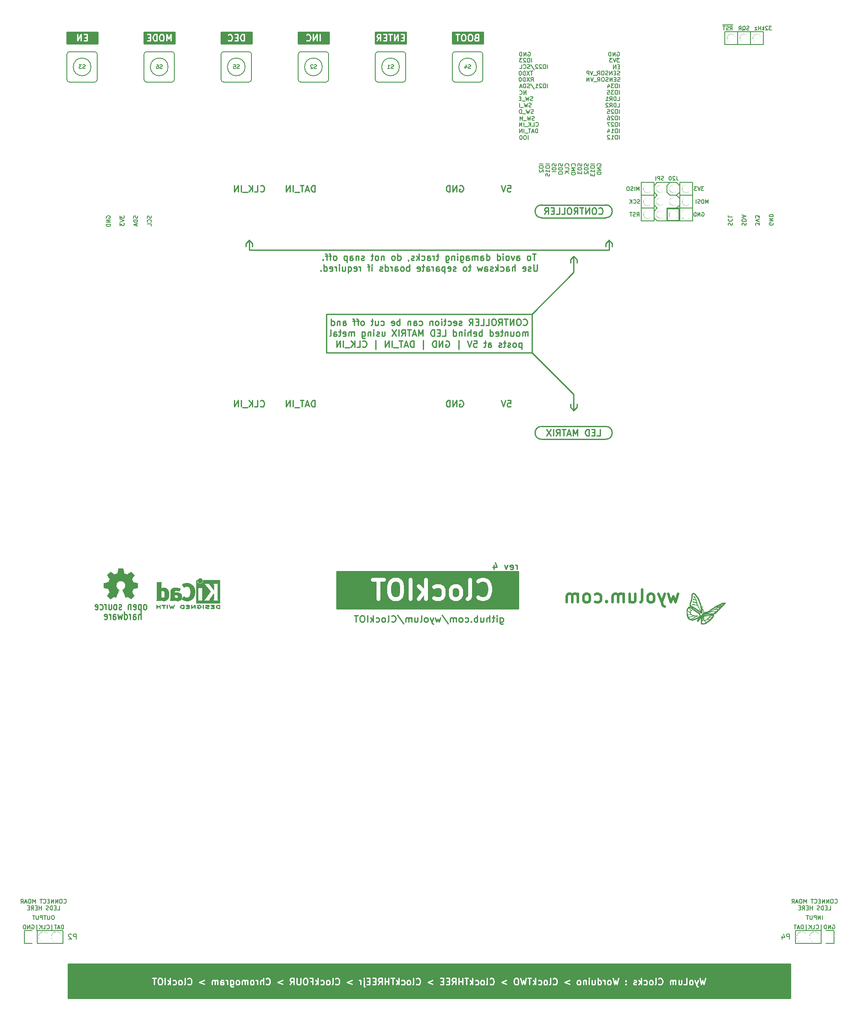
<source format=gbo>
G04 #@! TF.GenerationSoftware,KiCad,Pcbnew,5.1.4-e60b266~84~ubuntu18.04.1*
G04 #@! TF.CreationDate,2019-09-08T14:59:18+05:30*
G04 #@! TF.ProjectId,ClockIOT,436c6f63-6b49-44f5-942e-6b696361645f,rev 3*
G04 #@! TF.SameCoordinates,Original*
G04 #@! TF.FileFunction,Legend,Bot*
G04 #@! TF.FilePolarity,Positive*
%FSLAX46Y46*%
G04 Gerber Fmt 4.6, Leading zero omitted, Abs format (unit mm)*
G04 Created by KiCad (PCBNEW 5.1.4-e60b266~84~ubuntu18.04.1) date 2019-09-08 14:59:18*
%MOMM*%
%LPD*%
G04 APERTURE LIST*
%ADD10C,0.150000*%
%ADD11C,0.254000*%
%ADD12C,0.508000*%
%ADD13C,0.010000*%
%ADD14C,0.002540*%
%ADD15C,0.152400*%
%ADD16C,0.127000*%
%ADD17C,0.762000*%
%ADD18R,2.000000X2.000000*%
%ADD19C,2.000000*%
%ADD20C,1.524000*%
%ADD21C,3.302000*%
%ADD22O,2.200000X1.100000*%
%ADD23C,0.600000*%
%ADD24R,1.800000X1.300000*%
%ADD25C,5.200000*%
%ADD26C,6.400000*%
%ADD27C,0.800000*%
%ADD28O,2.000000X1.000000*%
%ADD29O,1.000000X2.000000*%
%ADD30C,2.082800*%
%ADD31C,0.508000*%
%ADD32C,1.800000*%
%ADD33C,1.600000*%
%ADD34C,1.270000*%
%ADD35C,3.200000*%
G04 APERTURE END LIST*
D10*
X209187857Y-228326904D02*
X209187857Y-227526904D01*
X208806904Y-228326904D02*
X208806904Y-227526904D01*
X208349761Y-228326904D01*
X208349761Y-227526904D01*
X207968809Y-228326904D02*
X207968809Y-227526904D01*
X207664047Y-227526904D01*
X207587857Y-227565000D01*
X207549761Y-227603095D01*
X207511666Y-227679285D01*
X207511666Y-227793571D01*
X207549761Y-227869761D01*
X207587857Y-227907857D01*
X207664047Y-227945952D01*
X207968809Y-227945952D01*
X207168809Y-227526904D02*
X207168809Y-228174523D01*
X207130714Y-228250714D01*
X207092619Y-228288809D01*
X207016428Y-228326904D01*
X206864047Y-228326904D01*
X206787857Y-228288809D01*
X206749761Y-228250714D01*
X206711666Y-228174523D01*
X206711666Y-227526904D01*
X206445000Y-227526904D02*
X205987857Y-227526904D01*
X206216428Y-228326904D02*
X206216428Y-227526904D01*
X57168809Y-227526904D02*
X57016428Y-227526904D01*
X56940238Y-227565000D01*
X56864047Y-227641190D01*
X56825952Y-227793571D01*
X56825952Y-228060238D01*
X56864047Y-228212619D01*
X56940238Y-228288809D01*
X57016428Y-228326904D01*
X57168809Y-228326904D01*
X57245000Y-228288809D01*
X57321190Y-228212619D01*
X57359285Y-228060238D01*
X57359285Y-227793571D01*
X57321190Y-227641190D01*
X57245000Y-227565000D01*
X57168809Y-227526904D01*
X56483095Y-227526904D02*
X56483095Y-228174523D01*
X56445000Y-228250714D01*
X56406904Y-228288809D01*
X56330714Y-228326904D01*
X56178333Y-228326904D01*
X56102142Y-228288809D01*
X56064047Y-228250714D01*
X56025952Y-228174523D01*
X56025952Y-227526904D01*
X55759285Y-227526904D02*
X55302142Y-227526904D01*
X55530714Y-228326904D02*
X55530714Y-227526904D01*
X55035476Y-228326904D02*
X55035476Y-227526904D01*
X54730714Y-227526904D01*
X54654523Y-227565000D01*
X54616428Y-227603095D01*
X54578333Y-227679285D01*
X54578333Y-227793571D01*
X54616428Y-227869761D01*
X54654523Y-227907857D01*
X54730714Y-227945952D01*
X55035476Y-227945952D01*
X54235476Y-227526904D02*
X54235476Y-228174523D01*
X54197380Y-228250714D01*
X54159285Y-228288809D01*
X54083095Y-228326904D01*
X53930714Y-228326904D01*
X53854523Y-228288809D01*
X53816428Y-228250714D01*
X53778333Y-228174523D01*
X53778333Y-227526904D01*
X53511666Y-227526904D02*
X53054523Y-227526904D01*
X53283095Y-228326904D02*
X53283095Y-227526904D01*
X211645000Y-225035714D02*
X211683095Y-225073809D01*
X211797380Y-225111904D01*
X211873571Y-225111904D01*
X211987857Y-225073809D01*
X212064047Y-224997619D01*
X212102142Y-224921428D01*
X212140238Y-224769047D01*
X212140238Y-224654761D01*
X212102142Y-224502380D01*
X212064047Y-224426190D01*
X211987857Y-224350000D01*
X211873571Y-224311904D01*
X211797380Y-224311904D01*
X211683095Y-224350000D01*
X211645000Y-224388095D01*
X211149761Y-224311904D02*
X210997380Y-224311904D01*
X210921190Y-224350000D01*
X210845000Y-224426190D01*
X210806904Y-224578571D01*
X210806904Y-224845238D01*
X210845000Y-224997619D01*
X210921190Y-225073809D01*
X210997380Y-225111904D01*
X211149761Y-225111904D01*
X211225952Y-225073809D01*
X211302142Y-224997619D01*
X211340238Y-224845238D01*
X211340238Y-224578571D01*
X211302142Y-224426190D01*
X211225952Y-224350000D01*
X211149761Y-224311904D01*
X210464047Y-225111904D02*
X210464047Y-224311904D01*
X210006904Y-225111904D01*
X210006904Y-224311904D01*
X209625952Y-225111904D02*
X209625952Y-224311904D01*
X209168809Y-225111904D01*
X209168809Y-224311904D01*
X208787857Y-224692857D02*
X208521190Y-224692857D01*
X208406904Y-225111904D02*
X208787857Y-225111904D01*
X208787857Y-224311904D01*
X208406904Y-224311904D01*
X207606904Y-225035714D02*
X207645000Y-225073809D01*
X207759285Y-225111904D01*
X207835476Y-225111904D01*
X207949761Y-225073809D01*
X208025952Y-224997619D01*
X208064047Y-224921428D01*
X208102142Y-224769047D01*
X208102142Y-224654761D01*
X208064047Y-224502380D01*
X208025952Y-224426190D01*
X207949761Y-224350000D01*
X207835476Y-224311904D01*
X207759285Y-224311904D01*
X207645000Y-224350000D01*
X207606904Y-224388095D01*
X207378333Y-224311904D02*
X206921190Y-224311904D01*
X207149761Y-225111904D02*
X207149761Y-224311904D01*
X206045000Y-225111904D02*
X206045000Y-224311904D01*
X205778333Y-224883333D01*
X205511666Y-224311904D01*
X205511666Y-225111904D01*
X204978333Y-224311904D02*
X204825952Y-224311904D01*
X204749761Y-224350000D01*
X204673571Y-224426190D01*
X204635476Y-224578571D01*
X204635476Y-224845238D01*
X204673571Y-224997619D01*
X204749761Y-225073809D01*
X204825952Y-225111904D01*
X204978333Y-225111904D01*
X205054523Y-225073809D01*
X205130714Y-224997619D01*
X205168809Y-224845238D01*
X205168809Y-224578571D01*
X205130714Y-224426190D01*
X205054523Y-224350000D01*
X204978333Y-224311904D01*
X204330714Y-224883333D02*
X203949761Y-224883333D01*
X204406904Y-225111904D02*
X204140238Y-224311904D01*
X203873571Y-225111904D01*
X203149761Y-225111904D02*
X203416428Y-224730952D01*
X203606904Y-225111904D02*
X203606904Y-224311904D01*
X203302142Y-224311904D01*
X203225952Y-224350000D01*
X203187857Y-224388095D01*
X203149761Y-224464285D01*
X203149761Y-224578571D01*
X203187857Y-224654761D01*
X203225952Y-224692857D01*
X203302142Y-224730952D01*
X203606904Y-224730952D01*
X210387857Y-226461904D02*
X210768809Y-226461904D01*
X210768809Y-225661904D01*
X210121190Y-226042857D02*
X209854523Y-226042857D01*
X209740238Y-226461904D02*
X210121190Y-226461904D01*
X210121190Y-225661904D01*
X209740238Y-225661904D01*
X209397380Y-226461904D02*
X209397380Y-225661904D01*
X209206904Y-225661904D01*
X209092619Y-225700000D01*
X209016428Y-225776190D01*
X208978333Y-225852380D01*
X208940238Y-226004761D01*
X208940238Y-226119047D01*
X208978333Y-226271428D01*
X209016428Y-226347619D01*
X209092619Y-226423809D01*
X209206904Y-226461904D01*
X209397380Y-226461904D01*
X208635476Y-226423809D02*
X208521190Y-226461904D01*
X208330714Y-226461904D01*
X208254523Y-226423809D01*
X208216428Y-226385714D01*
X208178333Y-226309523D01*
X208178333Y-226233333D01*
X208216428Y-226157142D01*
X208254523Y-226119047D01*
X208330714Y-226080952D01*
X208483095Y-226042857D01*
X208559285Y-226004761D01*
X208597380Y-225966666D01*
X208635476Y-225890476D01*
X208635476Y-225814285D01*
X208597380Y-225738095D01*
X208559285Y-225700000D01*
X208483095Y-225661904D01*
X208292619Y-225661904D01*
X208178333Y-225700000D01*
X207225952Y-226461904D02*
X207225952Y-225661904D01*
X207225952Y-226042857D02*
X206768809Y-226042857D01*
X206768809Y-226461904D02*
X206768809Y-225661904D01*
X206387857Y-226042857D02*
X206121190Y-226042857D01*
X206006904Y-226461904D02*
X206387857Y-226461904D01*
X206387857Y-225661904D01*
X206006904Y-225661904D01*
X205206904Y-226461904D02*
X205473571Y-226080952D01*
X205664047Y-226461904D02*
X205664047Y-225661904D01*
X205359285Y-225661904D01*
X205283095Y-225700000D01*
X205245000Y-225738095D01*
X205206904Y-225814285D01*
X205206904Y-225928571D01*
X205245000Y-226004761D01*
X205283095Y-226042857D01*
X205359285Y-226080952D01*
X205664047Y-226080952D01*
X204864047Y-226042857D02*
X204597380Y-226042857D01*
X204483095Y-226461904D02*
X204864047Y-226461904D01*
X204864047Y-225661904D01*
X204483095Y-225661904D01*
X211187857Y-229470000D02*
X211264047Y-229431904D01*
X211378333Y-229431904D01*
X211492619Y-229470000D01*
X211568809Y-229546190D01*
X211606904Y-229622380D01*
X211645000Y-229774761D01*
X211645000Y-229889047D01*
X211606904Y-230041428D01*
X211568809Y-230117619D01*
X211492619Y-230193809D01*
X211378333Y-230231904D01*
X211302142Y-230231904D01*
X211187857Y-230193809D01*
X211149761Y-230155714D01*
X211149761Y-229889047D01*
X211302142Y-229889047D01*
X210806904Y-230231904D02*
X210806904Y-229431904D01*
X210349761Y-230231904D01*
X210349761Y-229431904D01*
X209968809Y-230231904D02*
X209968809Y-229431904D01*
X209778333Y-229431904D01*
X209664047Y-229470000D01*
X209587857Y-229546190D01*
X209549761Y-229622380D01*
X209511666Y-229774761D01*
X209511666Y-229889047D01*
X209549761Y-230041428D01*
X209587857Y-230117619D01*
X209664047Y-230193809D01*
X209778333Y-230231904D01*
X209968809Y-230231904D01*
X208978333Y-230498571D02*
X208978333Y-229355714D01*
X207949761Y-230155714D02*
X207987857Y-230193809D01*
X208102142Y-230231904D01*
X208178333Y-230231904D01*
X208292619Y-230193809D01*
X208368809Y-230117619D01*
X208406904Y-230041428D01*
X208445000Y-229889047D01*
X208445000Y-229774761D01*
X208406904Y-229622380D01*
X208368809Y-229546190D01*
X208292619Y-229470000D01*
X208178333Y-229431904D01*
X208102142Y-229431904D01*
X207987857Y-229470000D01*
X207949761Y-229508095D01*
X207225952Y-230231904D02*
X207606904Y-230231904D01*
X207606904Y-229431904D01*
X206959285Y-230231904D02*
X206959285Y-229431904D01*
X206502142Y-230231904D02*
X206845000Y-229774761D01*
X206502142Y-229431904D02*
X206959285Y-229889047D01*
X205968809Y-230498571D02*
X205968809Y-229355714D01*
X205397380Y-230231904D02*
X205397380Y-229431904D01*
X205206904Y-229431904D01*
X205092619Y-229470000D01*
X205016428Y-229546190D01*
X204978333Y-229622380D01*
X204940238Y-229774761D01*
X204940238Y-229889047D01*
X204978333Y-230041428D01*
X205016428Y-230117619D01*
X205092619Y-230193809D01*
X205206904Y-230231904D01*
X205397380Y-230231904D01*
X204635476Y-230003333D02*
X204254523Y-230003333D01*
X204711666Y-230231904D02*
X204445000Y-229431904D01*
X204178333Y-230231904D01*
X204025952Y-229431904D02*
X203568809Y-229431904D01*
X203797380Y-230231904D02*
X203797380Y-229431904D01*
D11*
X148839823Y-159074523D02*
X148839823Y-158227857D01*
X148839823Y-158469761D02*
X148775719Y-158348809D01*
X148711614Y-158288333D01*
X148583404Y-158227857D01*
X148455195Y-158227857D01*
X147493623Y-159014047D02*
X147621833Y-159074523D01*
X147878252Y-159074523D01*
X148006461Y-159014047D01*
X148070566Y-158893095D01*
X148070566Y-158409285D01*
X148006461Y-158288333D01*
X147878252Y-158227857D01*
X147621833Y-158227857D01*
X147493623Y-158288333D01*
X147429519Y-158409285D01*
X147429519Y-158530238D01*
X148070566Y-158651190D01*
X146980785Y-158227857D02*
X146660261Y-159074523D01*
X146339738Y-158227857D01*
X144224280Y-158227857D02*
X144224280Y-159074523D01*
X144544804Y-157744047D02*
X144865328Y-158651190D01*
X144031966Y-158651190D01*
X160655000Y-127000000D02*
X160655000Y-126365000D01*
X160020000Y-127635000D02*
X160655000Y-127000000D01*
X159385000Y-127000000D02*
X159385000Y-126365000D01*
X160020000Y-127635000D02*
X159385000Y-127000000D01*
X159385000Y-97790000D02*
X159385000Y-98425000D01*
X160020000Y-97155000D02*
X159385000Y-97790000D01*
X160655000Y-97790000D02*
X160655000Y-98425000D01*
X160020000Y-97155000D02*
X160655000Y-97790000D01*
X160020000Y-100330000D02*
X160020000Y-97155000D01*
X151765000Y-108585000D02*
X160020000Y-100330000D01*
X160020000Y-127635000D02*
X160020000Y-124460000D01*
X151765000Y-116205000D02*
X160020000Y-124460000D01*
X111125000Y-108585000D02*
X111125000Y-116205000D01*
X151765000Y-108585000D02*
X151765000Y-116205000D01*
X111125000Y-116205000D02*
X151765000Y-116205000D01*
X151765000Y-108585000D02*
X111125000Y-108585000D01*
X153670000Y-133350000D02*
X166370000Y-133350000D01*
X166370000Y-130810000D02*
G75*
G02X166370000Y-133350000I0J-1270000D01*
G01*
X153670000Y-133350000D02*
G75*
G02X153670000Y-130810000I0J1270000D01*
G01*
X166370000Y-130810000D02*
X153670000Y-130810000D01*
X153670000Y-89535000D02*
G75*
G02X153670000Y-86995000I0J1270000D01*
G01*
X166370000Y-86995000D02*
G75*
G02X166370000Y-89535000I0J-1270000D01*
G01*
X153670000Y-89535000D02*
X166370000Y-89535000D01*
X166370000Y-86995000D02*
X153670000Y-86995000D01*
X150041428Y-110689571D02*
X150101904Y-110750047D01*
X150283333Y-110810523D01*
X150404285Y-110810523D01*
X150585714Y-110750047D01*
X150706666Y-110629095D01*
X150767142Y-110508142D01*
X150827619Y-110266238D01*
X150827619Y-110084809D01*
X150767142Y-109842904D01*
X150706666Y-109721952D01*
X150585714Y-109601000D01*
X150404285Y-109540523D01*
X150283333Y-109540523D01*
X150101904Y-109601000D01*
X150041428Y-109661476D01*
X149255238Y-109540523D02*
X149013333Y-109540523D01*
X148892380Y-109601000D01*
X148771428Y-109721952D01*
X148710952Y-109963857D01*
X148710952Y-110387190D01*
X148771428Y-110629095D01*
X148892380Y-110750047D01*
X149013333Y-110810523D01*
X149255238Y-110810523D01*
X149376190Y-110750047D01*
X149497142Y-110629095D01*
X149557619Y-110387190D01*
X149557619Y-109963857D01*
X149497142Y-109721952D01*
X149376190Y-109601000D01*
X149255238Y-109540523D01*
X148166666Y-110810523D02*
X148166666Y-109540523D01*
X147440952Y-110810523D01*
X147440952Y-109540523D01*
X147017619Y-109540523D02*
X146291904Y-109540523D01*
X146654761Y-110810523D02*
X146654761Y-109540523D01*
X145142857Y-110810523D02*
X145566190Y-110205761D01*
X145868571Y-110810523D02*
X145868571Y-109540523D01*
X145384761Y-109540523D01*
X145263809Y-109601000D01*
X145203333Y-109661476D01*
X145142857Y-109782428D01*
X145142857Y-109963857D01*
X145203333Y-110084809D01*
X145263809Y-110145285D01*
X145384761Y-110205761D01*
X145868571Y-110205761D01*
X144356666Y-109540523D02*
X144114761Y-109540523D01*
X143993809Y-109601000D01*
X143872857Y-109721952D01*
X143812380Y-109963857D01*
X143812380Y-110387190D01*
X143872857Y-110629095D01*
X143993809Y-110750047D01*
X144114761Y-110810523D01*
X144356666Y-110810523D01*
X144477619Y-110750047D01*
X144598571Y-110629095D01*
X144659047Y-110387190D01*
X144659047Y-109963857D01*
X144598571Y-109721952D01*
X144477619Y-109601000D01*
X144356666Y-109540523D01*
X142663333Y-110810523D02*
X143268095Y-110810523D01*
X143268095Y-109540523D01*
X141635238Y-110810523D02*
X142240000Y-110810523D01*
X142240000Y-109540523D01*
X141211904Y-110145285D02*
X140788571Y-110145285D01*
X140607142Y-110810523D02*
X141211904Y-110810523D01*
X141211904Y-109540523D01*
X140607142Y-109540523D01*
X139337142Y-110810523D02*
X139760476Y-110205761D01*
X140062857Y-110810523D02*
X140062857Y-109540523D01*
X139579047Y-109540523D01*
X139458095Y-109601000D01*
X139397619Y-109661476D01*
X139337142Y-109782428D01*
X139337142Y-109963857D01*
X139397619Y-110084809D01*
X139458095Y-110145285D01*
X139579047Y-110205761D01*
X140062857Y-110205761D01*
X137885714Y-110750047D02*
X137764761Y-110810523D01*
X137522857Y-110810523D01*
X137401904Y-110750047D01*
X137341428Y-110629095D01*
X137341428Y-110568619D01*
X137401904Y-110447666D01*
X137522857Y-110387190D01*
X137704285Y-110387190D01*
X137825238Y-110326714D01*
X137885714Y-110205761D01*
X137885714Y-110145285D01*
X137825238Y-110024333D01*
X137704285Y-109963857D01*
X137522857Y-109963857D01*
X137401904Y-110024333D01*
X136313333Y-110750047D02*
X136434285Y-110810523D01*
X136676190Y-110810523D01*
X136797142Y-110750047D01*
X136857619Y-110629095D01*
X136857619Y-110145285D01*
X136797142Y-110024333D01*
X136676190Y-109963857D01*
X136434285Y-109963857D01*
X136313333Y-110024333D01*
X136252857Y-110145285D01*
X136252857Y-110266238D01*
X136857619Y-110387190D01*
X135164285Y-110750047D02*
X135285238Y-110810523D01*
X135527142Y-110810523D01*
X135648095Y-110750047D01*
X135708571Y-110689571D01*
X135769047Y-110568619D01*
X135769047Y-110205761D01*
X135708571Y-110084809D01*
X135648095Y-110024333D01*
X135527142Y-109963857D01*
X135285238Y-109963857D01*
X135164285Y-110024333D01*
X134801428Y-109963857D02*
X134317619Y-109963857D01*
X134620000Y-109540523D02*
X134620000Y-110629095D01*
X134559523Y-110750047D01*
X134438571Y-110810523D01*
X134317619Y-110810523D01*
X133894285Y-110810523D02*
X133894285Y-109963857D01*
X133894285Y-109540523D02*
X133954761Y-109601000D01*
X133894285Y-109661476D01*
X133833809Y-109601000D01*
X133894285Y-109540523D01*
X133894285Y-109661476D01*
X133108095Y-110810523D02*
X133229047Y-110750047D01*
X133289523Y-110689571D01*
X133350000Y-110568619D01*
X133350000Y-110205761D01*
X133289523Y-110084809D01*
X133229047Y-110024333D01*
X133108095Y-109963857D01*
X132926666Y-109963857D01*
X132805714Y-110024333D01*
X132745238Y-110084809D01*
X132684761Y-110205761D01*
X132684761Y-110568619D01*
X132745238Y-110689571D01*
X132805714Y-110750047D01*
X132926666Y-110810523D01*
X133108095Y-110810523D01*
X132140476Y-109963857D02*
X132140476Y-110810523D01*
X132140476Y-110084809D02*
X132080000Y-110024333D01*
X131959047Y-109963857D01*
X131777619Y-109963857D01*
X131656666Y-110024333D01*
X131596190Y-110145285D01*
X131596190Y-110810523D01*
X129479523Y-110750047D02*
X129600476Y-110810523D01*
X129842380Y-110810523D01*
X129963333Y-110750047D01*
X130023809Y-110689571D01*
X130084285Y-110568619D01*
X130084285Y-110205761D01*
X130023809Y-110084809D01*
X129963333Y-110024333D01*
X129842380Y-109963857D01*
X129600476Y-109963857D01*
X129479523Y-110024333D01*
X128390952Y-110810523D02*
X128390952Y-110145285D01*
X128451428Y-110024333D01*
X128572380Y-109963857D01*
X128814285Y-109963857D01*
X128935238Y-110024333D01*
X128390952Y-110750047D02*
X128511904Y-110810523D01*
X128814285Y-110810523D01*
X128935238Y-110750047D01*
X128995714Y-110629095D01*
X128995714Y-110508142D01*
X128935238Y-110387190D01*
X128814285Y-110326714D01*
X128511904Y-110326714D01*
X128390952Y-110266238D01*
X127786190Y-109963857D02*
X127786190Y-110810523D01*
X127786190Y-110084809D02*
X127725714Y-110024333D01*
X127604761Y-109963857D01*
X127423333Y-109963857D01*
X127302380Y-110024333D01*
X127241904Y-110145285D01*
X127241904Y-110810523D01*
X125669523Y-110810523D02*
X125669523Y-109540523D01*
X125669523Y-110024333D02*
X125548571Y-109963857D01*
X125306666Y-109963857D01*
X125185714Y-110024333D01*
X125125238Y-110084809D01*
X125064761Y-110205761D01*
X125064761Y-110568619D01*
X125125238Y-110689571D01*
X125185714Y-110750047D01*
X125306666Y-110810523D01*
X125548571Y-110810523D01*
X125669523Y-110750047D01*
X124036666Y-110750047D02*
X124157619Y-110810523D01*
X124399523Y-110810523D01*
X124520476Y-110750047D01*
X124580952Y-110629095D01*
X124580952Y-110145285D01*
X124520476Y-110024333D01*
X124399523Y-109963857D01*
X124157619Y-109963857D01*
X124036666Y-110024333D01*
X123976190Y-110145285D01*
X123976190Y-110266238D01*
X124580952Y-110387190D01*
X121920000Y-110750047D02*
X122040952Y-110810523D01*
X122282857Y-110810523D01*
X122403809Y-110750047D01*
X122464285Y-110689571D01*
X122524761Y-110568619D01*
X122524761Y-110205761D01*
X122464285Y-110084809D01*
X122403809Y-110024333D01*
X122282857Y-109963857D01*
X122040952Y-109963857D01*
X121920000Y-110024333D01*
X120831428Y-109963857D02*
X120831428Y-110810523D01*
X121375714Y-109963857D02*
X121375714Y-110629095D01*
X121315238Y-110750047D01*
X121194285Y-110810523D01*
X121012857Y-110810523D01*
X120891904Y-110750047D01*
X120831428Y-110689571D01*
X120408095Y-109963857D02*
X119924285Y-109963857D01*
X120226666Y-109540523D02*
X120226666Y-110629095D01*
X120166190Y-110750047D01*
X120045238Y-110810523D01*
X119924285Y-110810523D01*
X118351904Y-110810523D02*
X118472857Y-110750047D01*
X118533333Y-110689571D01*
X118593809Y-110568619D01*
X118593809Y-110205761D01*
X118533333Y-110084809D01*
X118472857Y-110024333D01*
X118351904Y-109963857D01*
X118170476Y-109963857D01*
X118049523Y-110024333D01*
X117989047Y-110084809D01*
X117928571Y-110205761D01*
X117928571Y-110568619D01*
X117989047Y-110689571D01*
X118049523Y-110750047D01*
X118170476Y-110810523D01*
X118351904Y-110810523D01*
X117565714Y-109963857D02*
X117081904Y-109963857D01*
X117384285Y-110810523D02*
X117384285Y-109721952D01*
X117323809Y-109601000D01*
X117202857Y-109540523D01*
X117081904Y-109540523D01*
X116840000Y-109963857D02*
X116356190Y-109963857D01*
X116658571Y-110810523D02*
X116658571Y-109721952D01*
X116598095Y-109601000D01*
X116477142Y-109540523D01*
X116356190Y-109540523D01*
X114420952Y-110810523D02*
X114420952Y-110145285D01*
X114481428Y-110024333D01*
X114602380Y-109963857D01*
X114844285Y-109963857D01*
X114965238Y-110024333D01*
X114420952Y-110750047D02*
X114541904Y-110810523D01*
X114844285Y-110810523D01*
X114965238Y-110750047D01*
X115025714Y-110629095D01*
X115025714Y-110508142D01*
X114965238Y-110387190D01*
X114844285Y-110326714D01*
X114541904Y-110326714D01*
X114420952Y-110266238D01*
X113816190Y-109963857D02*
X113816190Y-110810523D01*
X113816190Y-110084809D02*
X113755714Y-110024333D01*
X113634761Y-109963857D01*
X113453333Y-109963857D01*
X113332380Y-110024333D01*
X113271904Y-110145285D01*
X113271904Y-110810523D01*
X112122857Y-110810523D02*
X112122857Y-109540523D01*
X112122857Y-110750047D02*
X112243809Y-110810523D01*
X112485714Y-110810523D01*
X112606666Y-110750047D01*
X112667142Y-110689571D01*
X112727619Y-110568619D01*
X112727619Y-110205761D01*
X112667142Y-110084809D01*
X112606666Y-110024333D01*
X112485714Y-109963857D01*
X112243809Y-109963857D01*
X112122857Y-110024333D01*
X150978809Y-112969523D02*
X150978809Y-112122857D01*
X150978809Y-112243809D02*
X150918333Y-112183333D01*
X150797380Y-112122857D01*
X150615952Y-112122857D01*
X150495000Y-112183333D01*
X150434523Y-112304285D01*
X150434523Y-112969523D01*
X150434523Y-112304285D02*
X150374047Y-112183333D01*
X150253095Y-112122857D01*
X150071666Y-112122857D01*
X149950714Y-112183333D01*
X149890238Y-112304285D01*
X149890238Y-112969523D01*
X149104047Y-112969523D02*
X149225000Y-112909047D01*
X149285476Y-112848571D01*
X149345952Y-112727619D01*
X149345952Y-112364761D01*
X149285476Y-112243809D01*
X149225000Y-112183333D01*
X149104047Y-112122857D01*
X148922619Y-112122857D01*
X148801666Y-112183333D01*
X148741190Y-112243809D01*
X148680714Y-112364761D01*
X148680714Y-112727619D01*
X148741190Y-112848571D01*
X148801666Y-112909047D01*
X148922619Y-112969523D01*
X149104047Y-112969523D01*
X147592142Y-112122857D02*
X147592142Y-112969523D01*
X148136428Y-112122857D02*
X148136428Y-112788095D01*
X148075952Y-112909047D01*
X147955000Y-112969523D01*
X147773571Y-112969523D01*
X147652619Y-112909047D01*
X147592142Y-112848571D01*
X146987380Y-112122857D02*
X146987380Y-112969523D01*
X146987380Y-112243809D02*
X146926904Y-112183333D01*
X146805952Y-112122857D01*
X146624523Y-112122857D01*
X146503571Y-112183333D01*
X146443095Y-112304285D01*
X146443095Y-112969523D01*
X146019761Y-112122857D02*
X145535952Y-112122857D01*
X145838333Y-111699523D02*
X145838333Y-112788095D01*
X145777857Y-112909047D01*
X145656904Y-112969523D01*
X145535952Y-112969523D01*
X144628809Y-112909047D02*
X144749761Y-112969523D01*
X144991666Y-112969523D01*
X145112619Y-112909047D01*
X145173095Y-112788095D01*
X145173095Y-112304285D01*
X145112619Y-112183333D01*
X144991666Y-112122857D01*
X144749761Y-112122857D01*
X144628809Y-112183333D01*
X144568333Y-112304285D01*
X144568333Y-112425238D01*
X145173095Y-112546190D01*
X143479761Y-112969523D02*
X143479761Y-111699523D01*
X143479761Y-112909047D02*
X143600714Y-112969523D01*
X143842619Y-112969523D01*
X143963571Y-112909047D01*
X144024047Y-112848571D01*
X144084523Y-112727619D01*
X144084523Y-112364761D01*
X144024047Y-112243809D01*
X143963571Y-112183333D01*
X143842619Y-112122857D01*
X143600714Y-112122857D01*
X143479761Y-112183333D01*
X141907380Y-112969523D02*
X141907380Y-111699523D01*
X141907380Y-112183333D02*
X141786428Y-112122857D01*
X141544523Y-112122857D01*
X141423571Y-112183333D01*
X141363095Y-112243809D01*
X141302619Y-112364761D01*
X141302619Y-112727619D01*
X141363095Y-112848571D01*
X141423571Y-112909047D01*
X141544523Y-112969523D01*
X141786428Y-112969523D01*
X141907380Y-112909047D01*
X140274523Y-112909047D02*
X140395476Y-112969523D01*
X140637380Y-112969523D01*
X140758333Y-112909047D01*
X140818809Y-112788095D01*
X140818809Y-112304285D01*
X140758333Y-112183333D01*
X140637380Y-112122857D01*
X140395476Y-112122857D01*
X140274523Y-112183333D01*
X140214047Y-112304285D01*
X140214047Y-112425238D01*
X140818809Y-112546190D01*
X139669761Y-112969523D02*
X139669761Y-111699523D01*
X139125476Y-112969523D02*
X139125476Y-112304285D01*
X139185952Y-112183333D01*
X139306904Y-112122857D01*
X139488333Y-112122857D01*
X139609285Y-112183333D01*
X139669761Y-112243809D01*
X138520714Y-112969523D02*
X138520714Y-112122857D01*
X138520714Y-111699523D02*
X138581190Y-111760000D01*
X138520714Y-111820476D01*
X138460238Y-111760000D01*
X138520714Y-111699523D01*
X138520714Y-111820476D01*
X137915952Y-112122857D02*
X137915952Y-112969523D01*
X137915952Y-112243809D02*
X137855476Y-112183333D01*
X137734523Y-112122857D01*
X137553095Y-112122857D01*
X137432142Y-112183333D01*
X137371666Y-112304285D01*
X137371666Y-112969523D01*
X136222619Y-112969523D02*
X136222619Y-111699523D01*
X136222619Y-112909047D02*
X136343571Y-112969523D01*
X136585476Y-112969523D01*
X136706428Y-112909047D01*
X136766904Y-112848571D01*
X136827380Y-112727619D01*
X136827380Y-112364761D01*
X136766904Y-112243809D01*
X136706428Y-112183333D01*
X136585476Y-112122857D01*
X136343571Y-112122857D01*
X136222619Y-112183333D01*
X134045476Y-112969523D02*
X134650238Y-112969523D01*
X134650238Y-111699523D01*
X133622142Y-112304285D02*
X133198809Y-112304285D01*
X133017380Y-112969523D02*
X133622142Y-112969523D01*
X133622142Y-111699523D01*
X133017380Y-111699523D01*
X132473095Y-112969523D02*
X132473095Y-111699523D01*
X132170714Y-111699523D01*
X131989285Y-111760000D01*
X131868333Y-111880952D01*
X131807857Y-112001904D01*
X131747380Y-112243809D01*
X131747380Y-112425238D01*
X131807857Y-112667142D01*
X131868333Y-112788095D01*
X131989285Y-112909047D01*
X132170714Y-112969523D01*
X132473095Y-112969523D01*
X130235476Y-112969523D02*
X130235476Y-111699523D01*
X129812142Y-112606666D01*
X129388809Y-111699523D01*
X129388809Y-112969523D01*
X128844523Y-112606666D02*
X128239761Y-112606666D01*
X128965476Y-112969523D02*
X128542142Y-111699523D01*
X128118809Y-112969523D01*
X127876904Y-111699523D02*
X127151190Y-111699523D01*
X127514047Y-112969523D02*
X127514047Y-111699523D01*
X126002142Y-112969523D02*
X126425476Y-112364761D01*
X126727857Y-112969523D02*
X126727857Y-111699523D01*
X126244047Y-111699523D01*
X126123095Y-111760000D01*
X126062619Y-111820476D01*
X126002142Y-111941428D01*
X126002142Y-112122857D01*
X126062619Y-112243809D01*
X126123095Y-112304285D01*
X126244047Y-112364761D01*
X126727857Y-112364761D01*
X125457857Y-112969523D02*
X125457857Y-111699523D01*
X124974047Y-111699523D02*
X124127380Y-112969523D01*
X124127380Y-111699523D02*
X124974047Y-112969523D01*
X122131666Y-112122857D02*
X122131666Y-112969523D01*
X122675952Y-112122857D02*
X122675952Y-112788095D01*
X122615476Y-112909047D01*
X122494523Y-112969523D01*
X122313095Y-112969523D01*
X122192142Y-112909047D01*
X122131666Y-112848571D01*
X121587380Y-112909047D02*
X121466428Y-112969523D01*
X121224523Y-112969523D01*
X121103571Y-112909047D01*
X121043095Y-112788095D01*
X121043095Y-112727619D01*
X121103571Y-112606666D01*
X121224523Y-112546190D01*
X121405952Y-112546190D01*
X121526904Y-112485714D01*
X121587380Y-112364761D01*
X121587380Y-112304285D01*
X121526904Y-112183333D01*
X121405952Y-112122857D01*
X121224523Y-112122857D01*
X121103571Y-112183333D01*
X120498809Y-112969523D02*
X120498809Y-112122857D01*
X120498809Y-111699523D02*
X120559285Y-111760000D01*
X120498809Y-111820476D01*
X120438333Y-111760000D01*
X120498809Y-111699523D01*
X120498809Y-111820476D01*
X119894047Y-112122857D02*
X119894047Y-112969523D01*
X119894047Y-112243809D02*
X119833571Y-112183333D01*
X119712619Y-112122857D01*
X119531190Y-112122857D01*
X119410238Y-112183333D01*
X119349761Y-112304285D01*
X119349761Y-112969523D01*
X118200714Y-112122857D02*
X118200714Y-113150952D01*
X118261190Y-113271904D01*
X118321666Y-113332380D01*
X118442619Y-113392857D01*
X118624047Y-113392857D01*
X118745000Y-113332380D01*
X118200714Y-112909047D02*
X118321666Y-112969523D01*
X118563571Y-112969523D01*
X118684523Y-112909047D01*
X118745000Y-112848571D01*
X118805476Y-112727619D01*
X118805476Y-112364761D01*
X118745000Y-112243809D01*
X118684523Y-112183333D01*
X118563571Y-112122857D01*
X118321666Y-112122857D01*
X118200714Y-112183333D01*
X116628333Y-112969523D02*
X116628333Y-112122857D01*
X116628333Y-112243809D02*
X116567857Y-112183333D01*
X116446904Y-112122857D01*
X116265476Y-112122857D01*
X116144523Y-112183333D01*
X116084047Y-112304285D01*
X116084047Y-112969523D01*
X116084047Y-112304285D02*
X116023571Y-112183333D01*
X115902619Y-112122857D01*
X115721190Y-112122857D01*
X115600238Y-112183333D01*
X115539761Y-112304285D01*
X115539761Y-112969523D01*
X114451190Y-112909047D02*
X114572142Y-112969523D01*
X114814047Y-112969523D01*
X114935000Y-112909047D01*
X114995476Y-112788095D01*
X114995476Y-112304285D01*
X114935000Y-112183333D01*
X114814047Y-112122857D01*
X114572142Y-112122857D01*
X114451190Y-112183333D01*
X114390714Y-112304285D01*
X114390714Y-112425238D01*
X114995476Y-112546190D01*
X114027857Y-112122857D02*
X113544047Y-112122857D01*
X113846428Y-111699523D02*
X113846428Y-112788095D01*
X113785952Y-112909047D01*
X113665000Y-112969523D01*
X113544047Y-112969523D01*
X112576428Y-112969523D02*
X112576428Y-112304285D01*
X112636904Y-112183333D01*
X112757857Y-112122857D01*
X112999761Y-112122857D01*
X113120714Y-112183333D01*
X112576428Y-112909047D02*
X112697380Y-112969523D01*
X112999761Y-112969523D01*
X113120714Y-112909047D01*
X113181190Y-112788095D01*
X113181190Y-112667142D01*
X113120714Y-112546190D01*
X112999761Y-112485714D01*
X112697380Y-112485714D01*
X112576428Y-112425238D01*
X111790238Y-112969523D02*
X111911190Y-112909047D01*
X111971666Y-112788095D01*
X111971666Y-111699523D01*
X149739047Y-114281857D02*
X149739047Y-115551857D01*
X149739047Y-114342333D02*
X149618095Y-114281857D01*
X149376190Y-114281857D01*
X149255238Y-114342333D01*
X149194761Y-114402809D01*
X149134285Y-114523761D01*
X149134285Y-114886619D01*
X149194761Y-115007571D01*
X149255238Y-115068047D01*
X149376190Y-115128523D01*
X149618095Y-115128523D01*
X149739047Y-115068047D01*
X148408571Y-115128523D02*
X148529523Y-115068047D01*
X148590000Y-115007571D01*
X148650476Y-114886619D01*
X148650476Y-114523761D01*
X148590000Y-114402809D01*
X148529523Y-114342333D01*
X148408571Y-114281857D01*
X148227142Y-114281857D01*
X148106190Y-114342333D01*
X148045714Y-114402809D01*
X147985238Y-114523761D01*
X147985238Y-114886619D01*
X148045714Y-115007571D01*
X148106190Y-115068047D01*
X148227142Y-115128523D01*
X148408571Y-115128523D01*
X147501428Y-115068047D02*
X147380476Y-115128523D01*
X147138571Y-115128523D01*
X147017619Y-115068047D01*
X146957142Y-114947095D01*
X146957142Y-114886619D01*
X147017619Y-114765666D01*
X147138571Y-114705190D01*
X147320000Y-114705190D01*
X147440952Y-114644714D01*
X147501428Y-114523761D01*
X147501428Y-114463285D01*
X147440952Y-114342333D01*
X147320000Y-114281857D01*
X147138571Y-114281857D01*
X147017619Y-114342333D01*
X146594285Y-114281857D02*
X146110476Y-114281857D01*
X146412857Y-113858523D02*
X146412857Y-114947095D01*
X146352380Y-115068047D01*
X146231428Y-115128523D01*
X146110476Y-115128523D01*
X145747619Y-115068047D02*
X145626666Y-115128523D01*
X145384761Y-115128523D01*
X145263809Y-115068047D01*
X145203333Y-114947095D01*
X145203333Y-114886619D01*
X145263809Y-114765666D01*
X145384761Y-114705190D01*
X145566190Y-114705190D01*
X145687142Y-114644714D01*
X145747619Y-114523761D01*
X145747619Y-114463285D01*
X145687142Y-114342333D01*
X145566190Y-114281857D01*
X145384761Y-114281857D01*
X145263809Y-114342333D01*
X143147142Y-115128523D02*
X143147142Y-114463285D01*
X143207619Y-114342333D01*
X143328571Y-114281857D01*
X143570476Y-114281857D01*
X143691428Y-114342333D01*
X143147142Y-115068047D02*
X143268095Y-115128523D01*
X143570476Y-115128523D01*
X143691428Y-115068047D01*
X143751904Y-114947095D01*
X143751904Y-114826142D01*
X143691428Y-114705190D01*
X143570476Y-114644714D01*
X143268095Y-114644714D01*
X143147142Y-114584238D01*
X142723809Y-114281857D02*
X142240000Y-114281857D01*
X142542380Y-113858523D02*
X142542380Y-114947095D01*
X142481904Y-115068047D01*
X142360952Y-115128523D01*
X142240000Y-115128523D01*
X140244285Y-113858523D02*
X140849047Y-113858523D01*
X140909523Y-114463285D01*
X140849047Y-114402809D01*
X140728095Y-114342333D01*
X140425714Y-114342333D01*
X140304761Y-114402809D01*
X140244285Y-114463285D01*
X140183809Y-114584238D01*
X140183809Y-114886619D01*
X140244285Y-115007571D01*
X140304761Y-115068047D01*
X140425714Y-115128523D01*
X140728095Y-115128523D01*
X140849047Y-115068047D01*
X140909523Y-115007571D01*
X139820952Y-113858523D02*
X139397619Y-115128523D01*
X138974285Y-113858523D01*
X137280952Y-115551857D02*
X137280952Y-113737571D01*
X134740952Y-113919000D02*
X134861904Y-113858523D01*
X135043333Y-113858523D01*
X135224761Y-113919000D01*
X135345714Y-114039952D01*
X135406190Y-114160904D01*
X135466666Y-114402809D01*
X135466666Y-114584238D01*
X135406190Y-114826142D01*
X135345714Y-114947095D01*
X135224761Y-115068047D01*
X135043333Y-115128523D01*
X134922380Y-115128523D01*
X134740952Y-115068047D01*
X134680476Y-115007571D01*
X134680476Y-114584238D01*
X134922380Y-114584238D01*
X134136190Y-115128523D02*
X134136190Y-113858523D01*
X133410476Y-115128523D01*
X133410476Y-113858523D01*
X132805714Y-115128523D02*
X132805714Y-113858523D01*
X132503333Y-113858523D01*
X132321904Y-113919000D01*
X132200952Y-114039952D01*
X132140476Y-114160904D01*
X132080000Y-114402809D01*
X132080000Y-114584238D01*
X132140476Y-114826142D01*
X132200952Y-114947095D01*
X132321904Y-115068047D01*
X132503333Y-115128523D01*
X132805714Y-115128523D01*
X130265714Y-115551857D02*
X130265714Y-113737571D01*
X128390952Y-115128523D02*
X128390952Y-113858523D01*
X128088571Y-113858523D01*
X127907142Y-113919000D01*
X127786190Y-114039952D01*
X127725714Y-114160904D01*
X127665238Y-114402809D01*
X127665238Y-114584238D01*
X127725714Y-114826142D01*
X127786190Y-114947095D01*
X127907142Y-115068047D01*
X128088571Y-115128523D01*
X128390952Y-115128523D01*
X127181428Y-114765666D02*
X126576666Y-114765666D01*
X127302380Y-115128523D02*
X126879047Y-113858523D01*
X126455714Y-115128523D01*
X126213809Y-113858523D02*
X125488095Y-113858523D01*
X125850952Y-115128523D02*
X125850952Y-113858523D01*
X125367142Y-115249476D02*
X124399523Y-115249476D01*
X124097142Y-115128523D02*
X124097142Y-113858523D01*
X123492380Y-115128523D02*
X123492380Y-113858523D01*
X122766666Y-115128523D01*
X122766666Y-113858523D01*
X120891904Y-115551857D02*
X120891904Y-113737571D01*
X118291428Y-115007571D02*
X118351904Y-115068047D01*
X118533333Y-115128523D01*
X118654285Y-115128523D01*
X118835714Y-115068047D01*
X118956666Y-114947095D01*
X119017142Y-114826142D01*
X119077619Y-114584238D01*
X119077619Y-114402809D01*
X119017142Y-114160904D01*
X118956666Y-114039952D01*
X118835714Y-113919000D01*
X118654285Y-113858523D01*
X118533333Y-113858523D01*
X118351904Y-113919000D01*
X118291428Y-113979476D01*
X117142380Y-115128523D02*
X117747142Y-115128523D01*
X117747142Y-113858523D01*
X116719047Y-115128523D02*
X116719047Y-113858523D01*
X115993333Y-115128523D02*
X116537619Y-114402809D01*
X115993333Y-113858523D02*
X116719047Y-114584238D01*
X115751428Y-115249476D02*
X114783809Y-115249476D01*
X114481428Y-115128523D02*
X114481428Y-113858523D01*
X113876666Y-115128523D02*
X113876666Y-113858523D01*
X113150952Y-115128523D01*
X113150952Y-113858523D01*
X164616190Y-132654523D02*
X165220952Y-132654523D01*
X165220952Y-131384523D01*
X164192857Y-131989285D02*
X163769523Y-131989285D01*
X163588095Y-132654523D02*
X164192857Y-132654523D01*
X164192857Y-131384523D01*
X163588095Y-131384523D01*
X163043809Y-132654523D02*
X163043809Y-131384523D01*
X162741428Y-131384523D01*
X162560000Y-131445000D01*
X162439047Y-131565952D01*
X162378571Y-131686904D01*
X162318095Y-131928809D01*
X162318095Y-132110238D01*
X162378571Y-132352142D01*
X162439047Y-132473095D01*
X162560000Y-132594047D01*
X162741428Y-132654523D01*
X163043809Y-132654523D01*
X160806190Y-132654523D02*
X160806190Y-131384523D01*
X160382857Y-132291666D01*
X159959523Y-131384523D01*
X159959523Y-132654523D01*
X159415238Y-132291666D02*
X158810476Y-132291666D01*
X159536190Y-132654523D02*
X159112857Y-131384523D01*
X158689523Y-132654523D01*
X158447619Y-131384523D02*
X157721904Y-131384523D01*
X158084761Y-132654523D02*
X158084761Y-131384523D01*
X156572857Y-132654523D02*
X156996190Y-132049761D01*
X157298571Y-132654523D02*
X157298571Y-131384523D01*
X156814761Y-131384523D01*
X156693809Y-131445000D01*
X156633333Y-131505476D01*
X156572857Y-131626428D01*
X156572857Y-131807857D01*
X156633333Y-131928809D01*
X156693809Y-131989285D01*
X156814761Y-132049761D01*
X157298571Y-132049761D01*
X156028571Y-132654523D02*
X156028571Y-131384523D01*
X155544761Y-131384523D02*
X154698095Y-132654523D01*
X154698095Y-131384523D02*
X155544761Y-132654523D01*
X164979047Y-88718571D02*
X165039523Y-88779047D01*
X165220952Y-88839523D01*
X165341904Y-88839523D01*
X165523333Y-88779047D01*
X165644285Y-88658095D01*
X165704761Y-88537142D01*
X165765238Y-88295238D01*
X165765238Y-88113809D01*
X165704761Y-87871904D01*
X165644285Y-87750952D01*
X165523333Y-87630000D01*
X165341904Y-87569523D01*
X165220952Y-87569523D01*
X165039523Y-87630000D01*
X164979047Y-87690476D01*
X164192857Y-87569523D02*
X163950952Y-87569523D01*
X163830000Y-87630000D01*
X163709047Y-87750952D01*
X163648571Y-87992857D01*
X163648571Y-88416190D01*
X163709047Y-88658095D01*
X163830000Y-88779047D01*
X163950952Y-88839523D01*
X164192857Y-88839523D01*
X164313809Y-88779047D01*
X164434761Y-88658095D01*
X164495238Y-88416190D01*
X164495238Y-87992857D01*
X164434761Y-87750952D01*
X164313809Y-87630000D01*
X164192857Y-87569523D01*
X163104285Y-88839523D02*
X163104285Y-87569523D01*
X162378571Y-88839523D01*
X162378571Y-87569523D01*
X161955238Y-87569523D02*
X161229523Y-87569523D01*
X161592380Y-88839523D02*
X161592380Y-87569523D01*
X160080476Y-88839523D02*
X160503809Y-88234761D01*
X160806190Y-88839523D02*
X160806190Y-87569523D01*
X160322380Y-87569523D01*
X160201428Y-87630000D01*
X160140952Y-87690476D01*
X160080476Y-87811428D01*
X160080476Y-87992857D01*
X160140952Y-88113809D01*
X160201428Y-88174285D01*
X160322380Y-88234761D01*
X160806190Y-88234761D01*
X159294285Y-87569523D02*
X159052380Y-87569523D01*
X158931428Y-87630000D01*
X158810476Y-87750952D01*
X158750000Y-87992857D01*
X158750000Y-88416190D01*
X158810476Y-88658095D01*
X158931428Y-88779047D01*
X159052380Y-88839523D01*
X159294285Y-88839523D01*
X159415238Y-88779047D01*
X159536190Y-88658095D01*
X159596666Y-88416190D01*
X159596666Y-87992857D01*
X159536190Y-87750952D01*
X159415238Y-87630000D01*
X159294285Y-87569523D01*
X157600952Y-88839523D02*
X158205714Y-88839523D01*
X158205714Y-87569523D01*
X156572857Y-88839523D02*
X157177619Y-88839523D01*
X157177619Y-87569523D01*
X156149523Y-88174285D02*
X155726190Y-88174285D01*
X155544761Y-88839523D02*
X156149523Y-88839523D01*
X156149523Y-87569523D01*
X155544761Y-87569523D01*
X154274761Y-88839523D02*
X154698095Y-88234761D01*
X155000476Y-88839523D02*
X155000476Y-87569523D01*
X154516666Y-87569523D01*
X154395714Y-87630000D01*
X154335238Y-87690476D01*
X154274761Y-87811428D01*
X154274761Y-87992857D01*
X154335238Y-88113809D01*
X154395714Y-88174285D01*
X154516666Y-88234761D01*
X155000476Y-88234761D01*
X98092380Y-84273571D02*
X98152857Y-84334047D01*
X98334285Y-84394523D01*
X98455238Y-84394523D01*
X98636666Y-84334047D01*
X98757619Y-84213095D01*
X98818095Y-84092142D01*
X98878571Y-83850238D01*
X98878571Y-83668809D01*
X98818095Y-83426904D01*
X98757619Y-83305952D01*
X98636666Y-83185000D01*
X98455238Y-83124523D01*
X98334285Y-83124523D01*
X98152857Y-83185000D01*
X98092380Y-83245476D01*
X96943333Y-84394523D02*
X97548095Y-84394523D01*
X97548095Y-83124523D01*
X96520000Y-84394523D02*
X96520000Y-83124523D01*
X95794285Y-84394523D02*
X96338571Y-83668809D01*
X95794285Y-83124523D02*
X96520000Y-83850238D01*
X95552380Y-84515476D02*
X94584761Y-84515476D01*
X94282380Y-84394523D02*
X94282380Y-83124523D01*
X93677619Y-84394523D02*
X93677619Y-83124523D01*
X92951904Y-84394523D01*
X92951904Y-83124523D01*
X108857142Y-84394523D02*
X108857142Y-83124523D01*
X108554761Y-83124523D01*
X108373333Y-83185000D01*
X108252380Y-83305952D01*
X108191904Y-83426904D01*
X108131428Y-83668809D01*
X108131428Y-83850238D01*
X108191904Y-84092142D01*
X108252380Y-84213095D01*
X108373333Y-84334047D01*
X108554761Y-84394523D01*
X108857142Y-84394523D01*
X107647619Y-84031666D02*
X107042857Y-84031666D01*
X107768571Y-84394523D02*
X107345238Y-83124523D01*
X106921904Y-84394523D01*
X106680000Y-83124523D02*
X105954285Y-83124523D01*
X106317142Y-84394523D02*
X106317142Y-83124523D01*
X105833333Y-84515476D02*
X104865714Y-84515476D01*
X104563333Y-84394523D02*
X104563333Y-83124523D01*
X103958571Y-84394523D02*
X103958571Y-83124523D01*
X103232857Y-84394523D01*
X103232857Y-83124523D01*
X137492619Y-83185000D02*
X137613571Y-83124523D01*
X137795000Y-83124523D01*
X137976428Y-83185000D01*
X138097380Y-83305952D01*
X138157857Y-83426904D01*
X138218333Y-83668809D01*
X138218333Y-83850238D01*
X138157857Y-84092142D01*
X138097380Y-84213095D01*
X137976428Y-84334047D01*
X137795000Y-84394523D01*
X137674047Y-84394523D01*
X137492619Y-84334047D01*
X137432142Y-84273571D01*
X137432142Y-83850238D01*
X137674047Y-83850238D01*
X136887857Y-84394523D02*
X136887857Y-83124523D01*
X136162142Y-84394523D01*
X136162142Y-83124523D01*
X135557380Y-84394523D02*
X135557380Y-83124523D01*
X135255000Y-83124523D01*
X135073571Y-83185000D01*
X134952619Y-83305952D01*
X134892142Y-83426904D01*
X134831666Y-83668809D01*
X134831666Y-83850238D01*
X134892142Y-84092142D01*
X134952619Y-84213095D01*
X135073571Y-84334047D01*
X135255000Y-84394523D01*
X135557380Y-84394523D01*
X146926904Y-83124523D02*
X147531666Y-83124523D01*
X147592142Y-83729285D01*
X147531666Y-83668809D01*
X147410714Y-83608333D01*
X147108333Y-83608333D01*
X146987380Y-83668809D01*
X146926904Y-83729285D01*
X146866428Y-83850238D01*
X146866428Y-84152619D01*
X146926904Y-84273571D01*
X146987380Y-84334047D01*
X147108333Y-84394523D01*
X147410714Y-84394523D01*
X147531666Y-84334047D01*
X147592142Y-84273571D01*
X146503571Y-83124523D02*
X146080238Y-84394523D01*
X145656904Y-83124523D01*
D10*
X150992976Y-56800000D02*
X151069166Y-56761904D01*
X151183452Y-56761904D01*
X151297738Y-56800000D01*
X151373928Y-56876190D01*
X151412023Y-56952380D01*
X151450119Y-57104761D01*
X151450119Y-57219047D01*
X151412023Y-57371428D01*
X151373928Y-57447619D01*
X151297738Y-57523809D01*
X151183452Y-57561904D01*
X151107261Y-57561904D01*
X150992976Y-57523809D01*
X150954880Y-57485714D01*
X150954880Y-57219047D01*
X151107261Y-57219047D01*
X150612023Y-57561904D02*
X150612023Y-56761904D01*
X150154880Y-57561904D01*
X150154880Y-56761904D01*
X149773928Y-57561904D02*
X149773928Y-56761904D01*
X149583452Y-56761904D01*
X149469166Y-56800000D01*
X149392976Y-56876190D01*
X149354880Y-56952380D01*
X149316785Y-57104761D01*
X149316785Y-57219047D01*
X149354880Y-57371428D01*
X149392976Y-57447619D01*
X149469166Y-57523809D01*
X149583452Y-57561904D01*
X149773928Y-57561904D01*
X151926309Y-60561904D02*
X151469166Y-60561904D01*
X151697738Y-61361904D02*
X151697738Y-60561904D01*
X151278690Y-60561904D02*
X150745357Y-61361904D01*
X150745357Y-60561904D02*
X151278690Y-61361904D01*
X150440595Y-61361904D02*
X150440595Y-60561904D01*
X150250119Y-60561904D01*
X150135833Y-60600000D01*
X150059642Y-60676190D01*
X150021547Y-60752380D01*
X149983452Y-60904761D01*
X149983452Y-61019047D01*
X150021547Y-61171428D01*
X150059642Y-61247619D01*
X150135833Y-61323809D01*
X150250119Y-61361904D01*
X150440595Y-61361904D01*
X149488214Y-60561904D02*
X149412023Y-60561904D01*
X149335833Y-60600000D01*
X149297738Y-60638095D01*
X149259642Y-60714285D01*
X149221547Y-60866666D01*
X149221547Y-61057142D01*
X149259642Y-61209523D01*
X149297738Y-61285714D01*
X149335833Y-61323809D01*
X149412023Y-61361904D01*
X149488214Y-61361904D01*
X149564404Y-61323809D01*
X149602500Y-61285714D01*
X149640595Y-61209523D01*
X149678690Y-61057142D01*
X149678690Y-60866666D01*
X149640595Y-60714285D01*
X149602500Y-60638095D01*
X149564404Y-60600000D01*
X149488214Y-60561904D01*
X151554880Y-62561904D02*
X151821547Y-62180952D01*
X152012023Y-62561904D02*
X152012023Y-61761904D01*
X151707261Y-61761904D01*
X151631071Y-61800000D01*
X151592976Y-61838095D01*
X151554880Y-61914285D01*
X151554880Y-62028571D01*
X151592976Y-62104761D01*
X151631071Y-62142857D01*
X151707261Y-62180952D01*
X152012023Y-62180952D01*
X151288214Y-61761904D02*
X150754880Y-62561904D01*
X150754880Y-61761904D02*
X151288214Y-62561904D01*
X150450119Y-62561904D02*
X150450119Y-61761904D01*
X150259642Y-61761904D01*
X150145357Y-61800000D01*
X150069166Y-61876190D01*
X150031071Y-61952380D01*
X149992976Y-62104761D01*
X149992976Y-62219047D01*
X150031071Y-62371428D01*
X150069166Y-62447619D01*
X150145357Y-62523809D01*
X150259642Y-62561904D01*
X150450119Y-62561904D01*
X149497738Y-61761904D02*
X149421547Y-61761904D01*
X149345357Y-61800000D01*
X149307261Y-61838095D01*
X149269166Y-61914285D01*
X149231071Y-62066666D01*
X149231071Y-62257142D01*
X149269166Y-62409523D01*
X149307261Y-62485714D01*
X149345357Y-62523809D01*
X149421547Y-62561904D01*
X149497738Y-62561904D01*
X149573928Y-62523809D01*
X149612023Y-62485714D01*
X149650119Y-62409523D01*
X149688214Y-62257142D01*
X149688214Y-62066666D01*
X149650119Y-61914285D01*
X149612023Y-61838095D01*
X149573928Y-61800000D01*
X149497738Y-61761904D01*
X151950119Y-66323809D02*
X151835833Y-66361904D01*
X151645357Y-66361904D01*
X151569166Y-66323809D01*
X151531071Y-66285714D01*
X151492976Y-66209523D01*
X151492976Y-66133333D01*
X151531071Y-66057142D01*
X151569166Y-66019047D01*
X151645357Y-65980952D01*
X151797738Y-65942857D01*
X151873928Y-65904761D01*
X151912023Y-65866666D01*
X151950119Y-65790476D01*
X151950119Y-65714285D01*
X151912023Y-65638095D01*
X151873928Y-65600000D01*
X151797738Y-65561904D01*
X151607261Y-65561904D01*
X151492976Y-65600000D01*
X151226309Y-65561904D02*
X151035833Y-66361904D01*
X150883452Y-65790476D01*
X150731071Y-66361904D01*
X150540595Y-65561904D01*
X150426309Y-66438095D02*
X149816785Y-66438095D01*
X149626309Y-65942857D02*
X149359642Y-65942857D01*
X149245357Y-66361904D02*
X149626309Y-66361904D01*
X149626309Y-65561904D01*
X149245357Y-65561904D01*
X151650119Y-67623809D02*
X151535833Y-67661904D01*
X151345357Y-67661904D01*
X151269166Y-67623809D01*
X151231071Y-67585714D01*
X151192976Y-67509523D01*
X151192976Y-67433333D01*
X151231071Y-67357142D01*
X151269166Y-67319047D01*
X151345357Y-67280952D01*
X151497738Y-67242857D01*
X151573928Y-67204761D01*
X151612023Y-67166666D01*
X151650119Y-67090476D01*
X151650119Y-67014285D01*
X151612023Y-66938095D01*
X151573928Y-66900000D01*
X151497738Y-66861904D01*
X151307261Y-66861904D01*
X151192976Y-66900000D01*
X150926309Y-66861904D02*
X150735833Y-67661904D01*
X150583452Y-67090476D01*
X150431071Y-67661904D01*
X150240595Y-66861904D01*
X150126309Y-67738095D02*
X149516785Y-67738095D01*
X149326309Y-67661904D02*
X149326309Y-66861904D01*
X152050119Y-68903809D02*
X151935833Y-68941904D01*
X151745357Y-68941904D01*
X151669166Y-68903809D01*
X151631071Y-68865714D01*
X151592976Y-68789523D01*
X151592976Y-68713333D01*
X151631071Y-68637142D01*
X151669166Y-68599047D01*
X151745357Y-68560952D01*
X151897738Y-68522857D01*
X151973928Y-68484761D01*
X152012023Y-68446666D01*
X152050119Y-68370476D01*
X152050119Y-68294285D01*
X152012023Y-68218095D01*
X151973928Y-68180000D01*
X151897738Y-68141904D01*
X151707261Y-68141904D01*
X151592976Y-68180000D01*
X151326309Y-68141904D02*
X151135833Y-68941904D01*
X150983452Y-68370476D01*
X150831071Y-68941904D01*
X150640595Y-68141904D01*
X150526309Y-69018095D02*
X149916785Y-69018095D01*
X149726309Y-68941904D02*
X149726309Y-68141904D01*
X149535833Y-68141904D01*
X149421547Y-68180000D01*
X149345357Y-68256190D01*
X149307261Y-68332380D01*
X149269166Y-68484761D01*
X149269166Y-68599047D01*
X149307261Y-68751428D01*
X149345357Y-68827619D01*
X149421547Y-68903809D01*
X149535833Y-68941904D01*
X149726309Y-68941904D01*
X152250119Y-70223809D02*
X152135833Y-70261904D01*
X151945357Y-70261904D01*
X151869166Y-70223809D01*
X151831071Y-70185714D01*
X151792976Y-70109523D01*
X151792976Y-70033333D01*
X151831071Y-69957142D01*
X151869166Y-69919047D01*
X151945357Y-69880952D01*
X152097738Y-69842857D01*
X152173928Y-69804761D01*
X152212023Y-69766666D01*
X152250119Y-69690476D01*
X152250119Y-69614285D01*
X152212023Y-69538095D01*
X152173928Y-69500000D01*
X152097738Y-69461904D01*
X151907261Y-69461904D01*
X151792976Y-69500000D01*
X151526309Y-69461904D02*
X151335833Y-70261904D01*
X151183452Y-69690476D01*
X151031071Y-70261904D01*
X150840595Y-69461904D01*
X150726309Y-70338095D02*
X150116785Y-70338095D01*
X149926309Y-70261904D02*
X149926309Y-69461904D01*
X149659642Y-70033333D01*
X149392976Y-69461904D01*
X149392976Y-70261904D01*
X152554880Y-71385714D02*
X152592976Y-71423809D01*
X152707261Y-71461904D01*
X152783452Y-71461904D01*
X152897738Y-71423809D01*
X152973928Y-71347619D01*
X153012023Y-71271428D01*
X153050119Y-71119047D01*
X153050119Y-71004761D01*
X153012023Y-70852380D01*
X152973928Y-70776190D01*
X152897738Y-70700000D01*
X152783452Y-70661904D01*
X152707261Y-70661904D01*
X152592976Y-70700000D01*
X152554880Y-70738095D01*
X151831071Y-71461904D02*
X152212023Y-71461904D01*
X152212023Y-70661904D01*
X151564404Y-71461904D02*
X151564404Y-70661904D01*
X151107261Y-71461904D02*
X151450119Y-71004761D01*
X151107261Y-70661904D02*
X151564404Y-71119047D01*
X150954880Y-71538095D02*
X150345357Y-71538095D01*
X150154880Y-71461904D02*
X150154880Y-70661904D01*
X149773928Y-71461904D02*
X149773928Y-70661904D01*
X149316785Y-71461904D01*
X149316785Y-70661904D01*
X152912023Y-72751904D02*
X152912023Y-71951904D01*
X152721547Y-71951904D01*
X152607261Y-71990000D01*
X152531071Y-72066190D01*
X152492976Y-72142380D01*
X152454880Y-72294761D01*
X152454880Y-72409047D01*
X152492976Y-72561428D01*
X152531071Y-72637619D01*
X152607261Y-72713809D01*
X152721547Y-72751904D01*
X152912023Y-72751904D01*
X152150119Y-72523333D02*
X151769166Y-72523333D01*
X152226309Y-72751904D02*
X151959642Y-71951904D01*
X151692976Y-72751904D01*
X151540595Y-71951904D02*
X151083452Y-71951904D01*
X151312023Y-72751904D02*
X151312023Y-71951904D01*
X151007261Y-72828095D02*
X150397738Y-72828095D01*
X150207261Y-72751904D02*
X150207261Y-71951904D01*
X149826309Y-72751904D02*
X149826309Y-71951904D01*
X149369166Y-72751904D01*
X149369166Y-71951904D01*
X151012023Y-74061904D02*
X151012023Y-73261904D01*
X150478690Y-73261904D02*
X150326309Y-73261904D01*
X150250119Y-73300000D01*
X150173928Y-73376190D01*
X150135833Y-73528571D01*
X150135833Y-73795238D01*
X150173928Y-73947619D01*
X150250119Y-74023809D01*
X150326309Y-74061904D01*
X150478690Y-74061904D01*
X150554880Y-74023809D01*
X150631071Y-73947619D01*
X150669166Y-73795238D01*
X150669166Y-73528571D01*
X150631071Y-73376190D01*
X150554880Y-73300000D01*
X150478690Y-73261904D01*
X149640595Y-73261904D02*
X149564404Y-73261904D01*
X149488214Y-73300000D01*
X149450119Y-73338095D01*
X149412023Y-73414285D01*
X149373928Y-73566666D01*
X149373928Y-73757142D01*
X149412023Y-73909523D01*
X149450119Y-73985714D01*
X149488214Y-74023809D01*
X149564404Y-74061904D01*
X149640595Y-74061904D01*
X149716785Y-74023809D01*
X149754880Y-73985714D01*
X149792976Y-73909523D01*
X149831071Y-73757142D01*
X149831071Y-73566666D01*
X149792976Y-73414285D01*
X149754880Y-73338095D01*
X149716785Y-73300000D01*
X149640595Y-73261904D01*
X155301904Y-78887976D02*
X154501904Y-78887976D01*
X154501904Y-79421309D02*
X154501904Y-79573690D01*
X154540000Y-79649880D01*
X154616190Y-79726071D01*
X154768571Y-79764166D01*
X155035238Y-79764166D01*
X155187619Y-79726071D01*
X155263809Y-79649880D01*
X155301904Y-79573690D01*
X155301904Y-79421309D01*
X155263809Y-79345119D01*
X155187619Y-79268928D01*
X155035238Y-79230833D01*
X154768571Y-79230833D01*
X154616190Y-79268928D01*
X154540000Y-79345119D01*
X154501904Y-79421309D01*
X155301904Y-80526071D02*
X155301904Y-80068928D01*
X155301904Y-80297500D02*
X154501904Y-80297500D01*
X154616190Y-80221309D01*
X154692380Y-80145119D01*
X154730476Y-80068928D01*
X154501904Y-81249880D02*
X154501904Y-80868928D01*
X154882857Y-80830833D01*
X154844761Y-80868928D01*
X154806666Y-80945119D01*
X154806666Y-81135595D01*
X154844761Y-81211785D01*
X154882857Y-81249880D01*
X154959047Y-81287976D01*
X155149523Y-81287976D01*
X155225714Y-81249880D01*
X155263809Y-81211785D01*
X155301904Y-81135595D01*
X155301904Y-80945119D01*
X155263809Y-80868928D01*
X155225714Y-80830833D01*
X164191904Y-78887976D02*
X163391904Y-78887976D01*
X163391904Y-79421309D02*
X163391904Y-79573690D01*
X163430000Y-79649880D01*
X163506190Y-79726071D01*
X163658571Y-79764166D01*
X163925238Y-79764166D01*
X164077619Y-79726071D01*
X164153809Y-79649880D01*
X164191904Y-79573690D01*
X164191904Y-79421309D01*
X164153809Y-79345119D01*
X164077619Y-79268928D01*
X163925238Y-79230833D01*
X163658571Y-79230833D01*
X163506190Y-79268928D01*
X163430000Y-79345119D01*
X163391904Y-79421309D01*
X164191904Y-80526071D02*
X164191904Y-80068928D01*
X164191904Y-80297500D02*
X163391904Y-80297500D01*
X163506190Y-80221309D01*
X163582380Y-80145119D01*
X163620476Y-80068928D01*
X163391904Y-80792738D02*
X163391904Y-81287976D01*
X163696666Y-81021309D01*
X163696666Y-81135595D01*
X163734761Y-81211785D01*
X163772857Y-81249880D01*
X163849047Y-81287976D01*
X164039523Y-81287976D01*
X164115714Y-81249880D01*
X164153809Y-81211785D01*
X164191904Y-81135595D01*
X164191904Y-80907023D01*
X164153809Y-80830833D01*
X164115714Y-80792738D01*
X164700000Y-79307023D02*
X164661904Y-79230833D01*
X164661904Y-79116547D01*
X164700000Y-79002261D01*
X164776190Y-78926071D01*
X164852380Y-78887976D01*
X165004761Y-78849880D01*
X165119047Y-78849880D01*
X165271428Y-78887976D01*
X165347619Y-78926071D01*
X165423809Y-79002261D01*
X165461904Y-79116547D01*
X165461904Y-79192738D01*
X165423809Y-79307023D01*
X165385714Y-79345119D01*
X165119047Y-79345119D01*
X165119047Y-79192738D01*
X165461904Y-79687976D02*
X164661904Y-79687976D01*
X165461904Y-80145119D01*
X164661904Y-80145119D01*
X165461904Y-80526071D02*
X164661904Y-80526071D01*
X164661904Y-80716547D01*
X164700000Y-80830833D01*
X164776190Y-80907023D01*
X164852380Y-80945119D01*
X165004761Y-80983214D01*
X165119047Y-80983214D01*
X165271428Y-80945119D01*
X165347619Y-80907023D01*
X165423809Y-80830833D01*
X165461904Y-80716547D01*
X165461904Y-80526071D01*
X169094880Y-70211904D02*
X169094880Y-69411904D01*
X168561547Y-69411904D02*
X168409166Y-69411904D01*
X168332976Y-69450000D01*
X168256785Y-69526190D01*
X168218690Y-69678571D01*
X168218690Y-69945238D01*
X168256785Y-70097619D01*
X168332976Y-70173809D01*
X168409166Y-70211904D01*
X168561547Y-70211904D01*
X168637738Y-70173809D01*
X168713928Y-70097619D01*
X168752023Y-69945238D01*
X168752023Y-69678571D01*
X168713928Y-69526190D01*
X168637738Y-69450000D01*
X168561547Y-69411904D01*
X167913928Y-69488095D02*
X167875833Y-69450000D01*
X167799642Y-69411904D01*
X167609166Y-69411904D01*
X167532976Y-69450000D01*
X167494880Y-69488095D01*
X167456785Y-69564285D01*
X167456785Y-69640476D01*
X167494880Y-69754761D01*
X167952023Y-70211904D01*
X167456785Y-70211904D01*
X166771071Y-69411904D02*
X166923452Y-69411904D01*
X166999642Y-69450000D01*
X167037738Y-69488095D01*
X167113928Y-69602380D01*
X167152023Y-69754761D01*
X167152023Y-70059523D01*
X167113928Y-70135714D01*
X167075833Y-70173809D01*
X166999642Y-70211904D01*
X166847261Y-70211904D01*
X166771071Y-70173809D01*
X166732976Y-70135714D01*
X166694880Y-70059523D01*
X166694880Y-69869047D01*
X166732976Y-69792857D01*
X166771071Y-69754761D01*
X166847261Y-69716666D01*
X166999642Y-69716666D01*
X167075833Y-69754761D01*
X167113928Y-69792857D01*
X167152023Y-69869047D01*
X169094880Y-68941904D02*
X169094880Y-68141904D01*
X168561547Y-68141904D02*
X168409166Y-68141904D01*
X168332976Y-68180000D01*
X168256785Y-68256190D01*
X168218690Y-68408571D01*
X168218690Y-68675238D01*
X168256785Y-68827619D01*
X168332976Y-68903809D01*
X168409166Y-68941904D01*
X168561547Y-68941904D01*
X168637738Y-68903809D01*
X168713928Y-68827619D01*
X168752023Y-68675238D01*
X168752023Y-68408571D01*
X168713928Y-68256190D01*
X168637738Y-68180000D01*
X168561547Y-68141904D01*
X167913928Y-68218095D02*
X167875833Y-68180000D01*
X167799642Y-68141904D01*
X167609166Y-68141904D01*
X167532976Y-68180000D01*
X167494880Y-68218095D01*
X167456785Y-68294285D01*
X167456785Y-68370476D01*
X167494880Y-68484761D01*
X167952023Y-68941904D01*
X167456785Y-68941904D01*
X166732976Y-68141904D02*
X167113928Y-68141904D01*
X167152023Y-68522857D01*
X167113928Y-68484761D01*
X167037738Y-68446666D01*
X166847261Y-68446666D01*
X166771071Y-68484761D01*
X166732976Y-68522857D01*
X166694880Y-68599047D01*
X166694880Y-68789523D01*
X166732976Y-68865714D01*
X166771071Y-68903809D01*
X166847261Y-68941904D01*
X167037738Y-68941904D01*
X167113928Y-68903809D01*
X167152023Y-68865714D01*
X168680595Y-67671904D02*
X169061547Y-67671904D01*
X169061547Y-66871904D01*
X168413928Y-67671904D02*
X168413928Y-66871904D01*
X168223452Y-66871904D01*
X168109166Y-66910000D01*
X168032976Y-66986190D01*
X167994880Y-67062380D01*
X167956785Y-67214761D01*
X167956785Y-67329047D01*
X167994880Y-67481428D01*
X168032976Y-67557619D01*
X168109166Y-67633809D01*
X168223452Y-67671904D01*
X168413928Y-67671904D01*
X167156785Y-67671904D02*
X167423452Y-67290952D01*
X167613928Y-67671904D02*
X167613928Y-66871904D01*
X167309166Y-66871904D01*
X167232976Y-66910000D01*
X167194880Y-66948095D01*
X167156785Y-67024285D01*
X167156785Y-67138571D01*
X167194880Y-67214761D01*
X167232976Y-67252857D01*
X167309166Y-67290952D01*
X167613928Y-67290952D01*
X166852023Y-66948095D02*
X166813928Y-66910000D01*
X166737738Y-66871904D01*
X166547261Y-66871904D01*
X166471071Y-66910000D01*
X166432976Y-66948095D01*
X166394880Y-67024285D01*
X166394880Y-67100476D01*
X166432976Y-67214761D01*
X166890119Y-67671904D01*
X166394880Y-67671904D01*
X168680595Y-66401904D02*
X169061547Y-66401904D01*
X169061547Y-65601904D01*
X168413928Y-66401904D02*
X168413928Y-65601904D01*
X168223452Y-65601904D01*
X168109166Y-65640000D01*
X168032976Y-65716190D01*
X167994880Y-65792380D01*
X167956785Y-65944761D01*
X167956785Y-66059047D01*
X167994880Y-66211428D01*
X168032976Y-66287619D01*
X168109166Y-66363809D01*
X168223452Y-66401904D01*
X168413928Y-66401904D01*
X167156785Y-66401904D02*
X167423452Y-66020952D01*
X167613928Y-66401904D02*
X167613928Y-65601904D01*
X167309166Y-65601904D01*
X167232976Y-65640000D01*
X167194880Y-65678095D01*
X167156785Y-65754285D01*
X167156785Y-65868571D01*
X167194880Y-65944761D01*
X167232976Y-65982857D01*
X167309166Y-66020952D01*
X167613928Y-66020952D01*
X166394880Y-66401904D02*
X166852023Y-66401904D01*
X166623452Y-66401904D02*
X166623452Y-65601904D01*
X166699642Y-65716190D01*
X166775833Y-65792380D01*
X166852023Y-65830476D01*
X169094880Y-65131904D02*
X169094880Y-64331904D01*
X168561547Y-64331904D02*
X168409166Y-64331904D01*
X168332976Y-64370000D01*
X168256785Y-64446190D01*
X168218690Y-64598571D01*
X168218690Y-64865238D01*
X168256785Y-65017619D01*
X168332976Y-65093809D01*
X168409166Y-65131904D01*
X168561547Y-65131904D01*
X168637738Y-65093809D01*
X168713928Y-65017619D01*
X168752023Y-64865238D01*
X168752023Y-64598571D01*
X168713928Y-64446190D01*
X168637738Y-64370000D01*
X168561547Y-64331904D01*
X167952023Y-64331904D02*
X167456785Y-64331904D01*
X167723452Y-64636666D01*
X167609166Y-64636666D01*
X167532976Y-64674761D01*
X167494880Y-64712857D01*
X167456785Y-64789047D01*
X167456785Y-64979523D01*
X167494880Y-65055714D01*
X167532976Y-65093809D01*
X167609166Y-65131904D01*
X167837738Y-65131904D01*
X167913928Y-65093809D01*
X167952023Y-65055714D01*
X166732976Y-64331904D02*
X167113928Y-64331904D01*
X167152023Y-64712857D01*
X167113928Y-64674761D01*
X167037738Y-64636666D01*
X166847261Y-64636666D01*
X166771071Y-64674761D01*
X166732976Y-64712857D01*
X166694880Y-64789047D01*
X166694880Y-64979523D01*
X166732976Y-65055714D01*
X166771071Y-65093809D01*
X166847261Y-65131904D01*
X167037738Y-65131904D01*
X167113928Y-65093809D01*
X167152023Y-65055714D01*
X169094880Y-63861904D02*
X169094880Y-63061904D01*
X168561547Y-63061904D02*
X168409166Y-63061904D01*
X168332976Y-63100000D01*
X168256785Y-63176190D01*
X168218690Y-63328571D01*
X168218690Y-63595238D01*
X168256785Y-63747619D01*
X168332976Y-63823809D01*
X168409166Y-63861904D01*
X168561547Y-63861904D01*
X168637738Y-63823809D01*
X168713928Y-63747619D01*
X168752023Y-63595238D01*
X168752023Y-63328571D01*
X168713928Y-63176190D01*
X168637738Y-63100000D01*
X168561547Y-63061904D01*
X167952023Y-63061904D02*
X167456785Y-63061904D01*
X167723452Y-63366666D01*
X167609166Y-63366666D01*
X167532976Y-63404761D01*
X167494880Y-63442857D01*
X167456785Y-63519047D01*
X167456785Y-63709523D01*
X167494880Y-63785714D01*
X167532976Y-63823809D01*
X167609166Y-63861904D01*
X167837738Y-63861904D01*
X167913928Y-63823809D01*
X167952023Y-63785714D01*
X166771071Y-63328571D02*
X166771071Y-63861904D01*
X166961547Y-63023809D02*
X167152023Y-63595238D01*
X166656785Y-63595238D01*
X169068928Y-59642857D02*
X168802261Y-59642857D01*
X168687976Y-60061904D02*
X169068928Y-60061904D01*
X169068928Y-59261904D01*
X168687976Y-59261904D01*
X168345119Y-60061904D02*
X168345119Y-59261904D01*
X167887976Y-60061904D01*
X167887976Y-59261904D01*
X168626071Y-56800000D02*
X168702261Y-56761904D01*
X168816547Y-56761904D01*
X168930833Y-56800000D01*
X169007023Y-56876190D01*
X169045119Y-56952380D01*
X169083214Y-57104761D01*
X169083214Y-57219047D01*
X169045119Y-57371428D01*
X169007023Y-57447619D01*
X168930833Y-57523809D01*
X168816547Y-57561904D01*
X168740357Y-57561904D01*
X168626071Y-57523809D01*
X168587976Y-57485714D01*
X168587976Y-57219047D01*
X168740357Y-57219047D01*
X168245119Y-57561904D02*
X168245119Y-56761904D01*
X167787976Y-57561904D01*
X167787976Y-56761904D01*
X167407023Y-57561904D02*
X167407023Y-56761904D01*
X167216547Y-56761904D01*
X167102261Y-56800000D01*
X167026071Y-56876190D01*
X166987976Y-56952380D01*
X166949880Y-57104761D01*
X166949880Y-57219047D01*
X166987976Y-57371428D01*
X167026071Y-57447619D01*
X167102261Y-57523809D01*
X167216547Y-57561904D01*
X167407023Y-57561904D01*
X169092738Y-57961904D02*
X168597500Y-57961904D01*
X168864166Y-58266666D01*
X168749880Y-58266666D01*
X168673690Y-58304761D01*
X168635595Y-58342857D01*
X168597500Y-58419047D01*
X168597500Y-58609523D01*
X168635595Y-58685714D01*
X168673690Y-58723809D01*
X168749880Y-58761904D01*
X168978452Y-58761904D01*
X169054642Y-58723809D01*
X169092738Y-58685714D01*
X168368928Y-57961904D02*
X168102261Y-58761904D01*
X167835595Y-57961904D01*
X167645119Y-57961904D02*
X167149880Y-57961904D01*
X167416547Y-58266666D01*
X167302261Y-58266666D01*
X167226071Y-58304761D01*
X167187976Y-58342857D01*
X167149880Y-58419047D01*
X167149880Y-58609523D01*
X167187976Y-58685714D01*
X167226071Y-58723809D01*
X167302261Y-58761904D01*
X167530833Y-58761904D01*
X167607023Y-58723809D01*
X167645119Y-58685714D01*
X151712023Y-58761904D02*
X151712023Y-57961904D01*
X151178690Y-57961904D02*
X151026309Y-57961904D01*
X150950119Y-58000000D01*
X150873928Y-58076190D01*
X150835833Y-58228571D01*
X150835833Y-58495238D01*
X150873928Y-58647619D01*
X150950119Y-58723809D01*
X151026309Y-58761904D01*
X151178690Y-58761904D01*
X151254880Y-58723809D01*
X151331071Y-58647619D01*
X151369166Y-58495238D01*
X151369166Y-58228571D01*
X151331071Y-58076190D01*
X151254880Y-58000000D01*
X151178690Y-57961904D01*
X150531071Y-58038095D02*
X150492976Y-58000000D01*
X150416785Y-57961904D01*
X150226309Y-57961904D01*
X150150119Y-58000000D01*
X150112023Y-58038095D01*
X150073928Y-58114285D01*
X150073928Y-58190476D01*
X150112023Y-58304761D01*
X150569166Y-58761904D01*
X150073928Y-58761904D01*
X149807261Y-57961904D02*
X149312023Y-57961904D01*
X149578690Y-58266666D01*
X149464404Y-58266666D01*
X149388214Y-58304761D01*
X149350119Y-58342857D01*
X149312023Y-58419047D01*
X149312023Y-58609523D01*
X149350119Y-58685714D01*
X149388214Y-58723809D01*
X149464404Y-58761904D01*
X149692976Y-58761904D01*
X149769166Y-58723809D01*
X149807261Y-58685714D01*
X154872023Y-60051904D02*
X154872023Y-59251904D01*
X154338690Y-59251904D02*
X154186309Y-59251904D01*
X154110119Y-59290000D01*
X154033928Y-59366190D01*
X153995833Y-59518571D01*
X153995833Y-59785238D01*
X154033928Y-59937619D01*
X154110119Y-60013809D01*
X154186309Y-60051904D01*
X154338690Y-60051904D01*
X154414880Y-60013809D01*
X154491071Y-59937619D01*
X154529166Y-59785238D01*
X154529166Y-59518571D01*
X154491071Y-59366190D01*
X154414880Y-59290000D01*
X154338690Y-59251904D01*
X153691071Y-59328095D02*
X153652976Y-59290000D01*
X153576785Y-59251904D01*
X153386309Y-59251904D01*
X153310119Y-59290000D01*
X153272023Y-59328095D01*
X153233928Y-59404285D01*
X153233928Y-59480476D01*
X153272023Y-59594761D01*
X153729166Y-60051904D01*
X153233928Y-60051904D01*
X152929166Y-59328095D02*
X152891071Y-59290000D01*
X152814880Y-59251904D01*
X152624404Y-59251904D01*
X152548214Y-59290000D01*
X152510119Y-59328095D01*
X152472023Y-59404285D01*
X152472023Y-59480476D01*
X152510119Y-59594761D01*
X152967261Y-60051904D01*
X152472023Y-60051904D01*
X151557738Y-59213809D02*
X152243452Y-60242380D01*
X151329166Y-60013809D02*
X151214880Y-60051904D01*
X151024404Y-60051904D01*
X150948214Y-60013809D01*
X150910119Y-59975714D01*
X150872023Y-59899523D01*
X150872023Y-59823333D01*
X150910119Y-59747142D01*
X150948214Y-59709047D01*
X151024404Y-59670952D01*
X151176785Y-59632857D01*
X151252976Y-59594761D01*
X151291071Y-59556666D01*
X151329166Y-59480476D01*
X151329166Y-59404285D01*
X151291071Y-59328095D01*
X151252976Y-59290000D01*
X151176785Y-59251904D01*
X150986309Y-59251904D01*
X150872023Y-59290000D01*
X150072023Y-59975714D02*
X150110119Y-60013809D01*
X150224404Y-60051904D01*
X150300595Y-60051904D01*
X150414880Y-60013809D01*
X150491071Y-59937619D01*
X150529166Y-59861428D01*
X150567261Y-59709047D01*
X150567261Y-59594761D01*
X150529166Y-59442380D01*
X150491071Y-59366190D01*
X150414880Y-59290000D01*
X150300595Y-59251904D01*
X150224404Y-59251904D01*
X150110119Y-59290000D01*
X150072023Y-59328095D01*
X149348214Y-60051904D02*
X149729166Y-60051904D01*
X149729166Y-59251904D01*
X169109166Y-61283809D02*
X168994880Y-61321904D01*
X168804404Y-61321904D01*
X168728214Y-61283809D01*
X168690119Y-61245714D01*
X168652023Y-61169523D01*
X168652023Y-61093333D01*
X168690119Y-61017142D01*
X168728214Y-60979047D01*
X168804404Y-60940952D01*
X168956785Y-60902857D01*
X169032976Y-60864761D01*
X169071071Y-60826666D01*
X169109166Y-60750476D01*
X169109166Y-60674285D01*
X169071071Y-60598095D01*
X169032976Y-60560000D01*
X168956785Y-60521904D01*
X168766309Y-60521904D01*
X168652023Y-60560000D01*
X168309166Y-60902857D02*
X168042500Y-60902857D01*
X167928214Y-61321904D02*
X168309166Y-61321904D01*
X168309166Y-60521904D01*
X167928214Y-60521904D01*
X167585357Y-61321904D02*
X167585357Y-60521904D01*
X167128214Y-61321904D01*
X167128214Y-60521904D01*
X166785357Y-61283809D02*
X166671071Y-61321904D01*
X166480595Y-61321904D01*
X166404404Y-61283809D01*
X166366309Y-61245714D01*
X166328214Y-61169523D01*
X166328214Y-61093333D01*
X166366309Y-61017142D01*
X166404404Y-60979047D01*
X166480595Y-60940952D01*
X166632976Y-60902857D01*
X166709166Y-60864761D01*
X166747261Y-60826666D01*
X166785357Y-60750476D01*
X166785357Y-60674285D01*
X166747261Y-60598095D01*
X166709166Y-60560000D01*
X166632976Y-60521904D01*
X166442500Y-60521904D01*
X166328214Y-60560000D01*
X165832976Y-60521904D02*
X165680595Y-60521904D01*
X165604404Y-60560000D01*
X165528214Y-60636190D01*
X165490119Y-60788571D01*
X165490119Y-61055238D01*
X165528214Y-61207619D01*
X165604404Y-61283809D01*
X165680595Y-61321904D01*
X165832976Y-61321904D01*
X165909166Y-61283809D01*
X165985357Y-61207619D01*
X166023452Y-61055238D01*
X166023452Y-60788571D01*
X165985357Y-60636190D01*
X165909166Y-60560000D01*
X165832976Y-60521904D01*
X164690119Y-61321904D02*
X164956785Y-60940952D01*
X165147261Y-61321904D02*
X165147261Y-60521904D01*
X164842500Y-60521904D01*
X164766309Y-60560000D01*
X164728214Y-60598095D01*
X164690119Y-60674285D01*
X164690119Y-60788571D01*
X164728214Y-60864761D01*
X164766309Y-60902857D01*
X164842500Y-60940952D01*
X165147261Y-60940952D01*
X164537738Y-61398095D02*
X163928214Y-61398095D01*
X163852023Y-60521904D02*
X163585357Y-61321904D01*
X163318690Y-60521904D01*
X163052023Y-61321904D02*
X163052023Y-60521904D01*
X162747261Y-60521904D01*
X162671071Y-60560000D01*
X162632976Y-60598095D01*
X162594880Y-60674285D01*
X162594880Y-60788571D01*
X162632976Y-60864761D01*
X162671071Y-60902857D01*
X162747261Y-60940952D01*
X163052023Y-60940952D01*
X169147261Y-62553809D02*
X169032976Y-62591904D01*
X168842500Y-62591904D01*
X168766309Y-62553809D01*
X168728214Y-62515714D01*
X168690119Y-62439523D01*
X168690119Y-62363333D01*
X168728214Y-62287142D01*
X168766309Y-62249047D01*
X168842500Y-62210952D01*
X168994880Y-62172857D01*
X169071071Y-62134761D01*
X169109166Y-62096666D01*
X169147261Y-62020476D01*
X169147261Y-61944285D01*
X169109166Y-61868095D01*
X169071071Y-61830000D01*
X168994880Y-61791904D01*
X168804404Y-61791904D01*
X168690119Y-61830000D01*
X168347261Y-62172857D02*
X168080595Y-62172857D01*
X167966309Y-62591904D02*
X168347261Y-62591904D01*
X168347261Y-61791904D01*
X167966309Y-61791904D01*
X167623452Y-62591904D02*
X167623452Y-61791904D01*
X167166309Y-62591904D01*
X167166309Y-61791904D01*
X166823452Y-62553809D02*
X166709166Y-62591904D01*
X166518690Y-62591904D01*
X166442500Y-62553809D01*
X166404404Y-62515714D01*
X166366309Y-62439523D01*
X166366309Y-62363333D01*
X166404404Y-62287142D01*
X166442500Y-62249047D01*
X166518690Y-62210952D01*
X166671071Y-62172857D01*
X166747261Y-62134761D01*
X166785357Y-62096666D01*
X166823452Y-62020476D01*
X166823452Y-61944285D01*
X166785357Y-61868095D01*
X166747261Y-61830000D01*
X166671071Y-61791904D01*
X166480595Y-61791904D01*
X166366309Y-61830000D01*
X165871071Y-61791904D02*
X165718690Y-61791904D01*
X165642500Y-61830000D01*
X165566309Y-61906190D01*
X165528214Y-62058571D01*
X165528214Y-62325238D01*
X165566309Y-62477619D01*
X165642500Y-62553809D01*
X165718690Y-62591904D01*
X165871071Y-62591904D01*
X165947261Y-62553809D01*
X166023452Y-62477619D01*
X166061547Y-62325238D01*
X166061547Y-62058571D01*
X166023452Y-61906190D01*
X165947261Y-61830000D01*
X165871071Y-61791904D01*
X164728214Y-62591904D02*
X164994880Y-62210952D01*
X165185357Y-62591904D02*
X165185357Y-61791904D01*
X164880595Y-61791904D01*
X164804404Y-61830000D01*
X164766309Y-61868095D01*
X164728214Y-61944285D01*
X164728214Y-62058571D01*
X164766309Y-62134761D01*
X164804404Y-62172857D01*
X164880595Y-62210952D01*
X165185357Y-62210952D01*
X164575833Y-62668095D02*
X163966309Y-62668095D01*
X163890119Y-61791904D02*
X163623452Y-62591904D01*
X163356785Y-61791904D01*
X163090119Y-62591904D02*
X163090119Y-61791904D01*
X162632976Y-62591904D01*
X162632976Y-61791904D01*
X169094880Y-71481904D02*
X169094880Y-70681904D01*
X168561547Y-70681904D02*
X168409166Y-70681904D01*
X168332976Y-70720000D01*
X168256785Y-70796190D01*
X168218690Y-70948571D01*
X168218690Y-71215238D01*
X168256785Y-71367619D01*
X168332976Y-71443809D01*
X168409166Y-71481904D01*
X168561547Y-71481904D01*
X168637738Y-71443809D01*
X168713928Y-71367619D01*
X168752023Y-71215238D01*
X168752023Y-70948571D01*
X168713928Y-70796190D01*
X168637738Y-70720000D01*
X168561547Y-70681904D01*
X167913928Y-70758095D02*
X167875833Y-70720000D01*
X167799642Y-70681904D01*
X167609166Y-70681904D01*
X167532976Y-70720000D01*
X167494880Y-70758095D01*
X167456785Y-70834285D01*
X167456785Y-70910476D01*
X167494880Y-71024761D01*
X167952023Y-71481904D01*
X167456785Y-71481904D01*
X167190119Y-70681904D02*
X166656785Y-70681904D01*
X166999642Y-71481904D01*
X169094880Y-72751904D02*
X169094880Y-71951904D01*
X168561547Y-71951904D02*
X168409166Y-71951904D01*
X168332976Y-71990000D01*
X168256785Y-72066190D01*
X168218690Y-72218571D01*
X168218690Y-72485238D01*
X168256785Y-72637619D01*
X168332976Y-72713809D01*
X168409166Y-72751904D01*
X168561547Y-72751904D01*
X168637738Y-72713809D01*
X168713928Y-72637619D01*
X168752023Y-72485238D01*
X168752023Y-72218571D01*
X168713928Y-72066190D01*
X168637738Y-71990000D01*
X168561547Y-71951904D01*
X167456785Y-72751904D02*
X167913928Y-72751904D01*
X167685357Y-72751904D02*
X167685357Y-71951904D01*
X167761547Y-72066190D01*
X167837738Y-72142380D01*
X167913928Y-72180476D01*
X166771071Y-72218571D02*
X166771071Y-72751904D01*
X166961547Y-71913809D02*
X167152023Y-72485238D01*
X166656785Y-72485238D01*
X169094880Y-74021904D02*
X169094880Y-73221904D01*
X168561547Y-73221904D02*
X168409166Y-73221904D01*
X168332976Y-73260000D01*
X168256785Y-73336190D01*
X168218690Y-73488571D01*
X168218690Y-73755238D01*
X168256785Y-73907619D01*
X168332976Y-73983809D01*
X168409166Y-74021904D01*
X168561547Y-74021904D01*
X168637738Y-73983809D01*
X168713928Y-73907619D01*
X168752023Y-73755238D01*
X168752023Y-73488571D01*
X168713928Y-73336190D01*
X168637738Y-73260000D01*
X168561547Y-73221904D01*
X167456785Y-74021904D02*
X167913928Y-74021904D01*
X167685357Y-74021904D02*
X167685357Y-73221904D01*
X167761547Y-73336190D01*
X167837738Y-73412380D01*
X167913928Y-73450476D01*
X167152023Y-73298095D02*
X167113928Y-73260000D01*
X167037738Y-73221904D01*
X166847261Y-73221904D01*
X166771071Y-73260000D01*
X166732976Y-73298095D01*
X166694880Y-73374285D01*
X166694880Y-73450476D01*
X166732976Y-73564761D01*
X167190119Y-74021904D01*
X166694880Y-74021904D01*
X162883809Y-78849880D02*
X162921904Y-78964166D01*
X162921904Y-79154642D01*
X162883809Y-79230833D01*
X162845714Y-79268928D01*
X162769523Y-79307023D01*
X162693333Y-79307023D01*
X162617142Y-79268928D01*
X162579047Y-79230833D01*
X162540952Y-79154642D01*
X162502857Y-79002261D01*
X162464761Y-78926071D01*
X162426666Y-78887976D01*
X162350476Y-78849880D01*
X162274285Y-78849880D01*
X162198095Y-78887976D01*
X162160000Y-78926071D01*
X162121904Y-79002261D01*
X162121904Y-79192738D01*
X162160000Y-79307023D01*
X162921904Y-79649880D02*
X162121904Y-79649880D01*
X162121904Y-79840357D01*
X162160000Y-79954642D01*
X162236190Y-80030833D01*
X162312380Y-80068928D01*
X162464761Y-80107023D01*
X162579047Y-80107023D01*
X162731428Y-80068928D01*
X162807619Y-80030833D01*
X162883809Y-79954642D01*
X162921904Y-79840357D01*
X162921904Y-79649880D01*
X162198095Y-80411785D02*
X162160000Y-80449880D01*
X162121904Y-80526071D01*
X162121904Y-80716547D01*
X162160000Y-80792738D01*
X162198095Y-80830833D01*
X162274285Y-80868928D01*
X162350476Y-80868928D01*
X162464761Y-80830833D01*
X162921904Y-80373690D01*
X162921904Y-80868928D01*
X161613809Y-78849880D02*
X161651904Y-78964166D01*
X161651904Y-79154642D01*
X161613809Y-79230833D01*
X161575714Y-79268928D01*
X161499523Y-79307023D01*
X161423333Y-79307023D01*
X161347142Y-79268928D01*
X161309047Y-79230833D01*
X161270952Y-79154642D01*
X161232857Y-79002261D01*
X161194761Y-78926071D01*
X161156666Y-78887976D01*
X161080476Y-78849880D01*
X161004285Y-78849880D01*
X160928095Y-78887976D01*
X160890000Y-78926071D01*
X160851904Y-79002261D01*
X160851904Y-79192738D01*
X160890000Y-79307023D01*
X161651904Y-79649880D02*
X160851904Y-79649880D01*
X160851904Y-79840357D01*
X160890000Y-79954642D01*
X160966190Y-80030833D01*
X161042380Y-80068928D01*
X161194761Y-80107023D01*
X161309047Y-80107023D01*
X161461428Y-80068928D01*
X161537619Y-80030833D01*
X161613809Y-79954642D01*
X161651904Y-79840357D01*
X161651904Y-79649880D01*
X160851904Y-80373690D02*
X160851904Y-80868928D01*
X161156666Y-80602261D01*
X161156666Y-80716547D01*
X161194761Y-80792738D01*
X161232857Y-80830833D01*
X161309047Y-80868928D01*
X161499523Y-80868928D01*
X161575714Y-80830833D01*
X161613809Y-80792738D01*
X161651904Y-80716547D01*
X161651904Y-80487976D01*
X161613809Y-80411785D01*
X161575714Y-80373690D01*
X160305714Y-79345119D02*
X160343809Y-79307023D01*
X160381904Y-79192738D01*
X160381904Y-79116547D01*
X160343809Y-79002261D01*
X160267619Y-78926071D01*
X160191428Y-78887976D01*
X160039047Y-78849880D01*
X159924761Y-78849880D01*
X159772380Y-78887976D01*
X159696190Y-78926071D01*
X159620000Y-79002261D01*
X159581904Y-79116547D01*
X159581904Y-79192738D01*
X159620000Y-79307023D01*
X159658095Y-79345119D01*
X160381904Y-79687976D02*
X159581904Y-79687976D01*
X160153333Y-79954642D01*
X159581904Y-80221309D01*
X160381904Y-80221309D01*
X160381904Y-80602261D02*
X159581904Y-80602261D01*
X159581904Y-80792738D01*
X159620000Y-80907023D01*
X159696190Y-80983214D01*
X159772380Y-81021309D01*
X159924761Y-81059404D01*
X160039047Y-81059404D01*
X160191428Y-81021309D01*
X160267619Y-80983214D01*
X160343809Y-80907023D01*
X160381904Y-80792738D01*
X160381904Y-80602261D01*
X159035714Y-79345119D02*
X159073809Y-79307023D01*
X159111904Y-79192738D01*
X159111904Y-79116547D01*
X159073809Y-79002261D01*
X158997619Y-78926071D01*
X158921428Y-78887976D01*
X158769047Y-78849880D01*
X158654761Y-78849880D01*
X158502380Y-78887976D01*
X158426190Y-78926071D01*
X158350000Y-79002261D01*
X158311904Y-79116547D01*
X158311904Y-79192738D01*
X158350000Y-79307023D01*
X158388095Y-79345119D01*
X159111904Y-80068928D02*
X159111904Y-79687976D01*
X158311904Y-79687976D01*
X159111904Y-80335595D02*
X158311904Y-80335595D01*
X159111904Y-80792738D02*
X158654761Y-80449880D01*
X158311904Y-80792738D02*
X158769047Y-80335595D01*
X157803809Y-78849880D02*
X157841904Y-78964166D01*
X157841904Y-79154642D01*
X157803809Y-79230833D01*
X157765714Y-79268928D01*
X157689523Y-79307023D01*
X157613333Y-79307023D01*
X157537142Y-79268928D01*
X157499047Y-79230833D01*
X157460952Y-79154642D01*
X157422857Y-79002261D01*
X157384761Y-78926071D01*
X157346666Y-78887976D01*
X157270476Y-78849880D01*
X157194285Y-78849880D01*
X157118095Y-78887976D01*
X157080000Y-78926071D01*
X157041904Y-79002261D01*
X157041904Y-79192738D01*
X157080000Y-79307023D01*
X157841904Y-79649880D02*
X157041904Y-79649880D01*
X157041904Y-79840357D01*
X157080000Y-79954642D01*
X157156190Y-80030833D01*
X157232380Y-80068928D01*
X157384761Y-80107023D01*
X157499047Y-80107023D01*
X157651428Y-80068928D01*
X157727619Y-80030833D01*
X157803809Y-79954642D01*
X157841904Y-79840357D01*
X157841904Y-79649880D01*
X157041904Y-80602261D02*
X157041904Y-80754642D01*
X157080000Y-80830833D01*
X157156190Y-80907023D01*
X157308571Y-80945119D01*
X157575238Y-80945119D01*
X157727619Y-80907023D01*
X157803809Y-80830833D01*
X157841904Y-80754642D01*
X157841904Y-80602261D01*
X157803809Y-80526071D01*
X157727619Y-80449880D01*
X157575238Y-80411785D01*
X157308571Y-80411785D01*
X157156190Y-80449880D01*
X157080000Y-80526071D01*
X157041904Y-80602261D01*
X156533809Y-78849880D02*
X156571904Y-78964166D01*
X156571904Y-79154642D01*
X156533809Y-79230833D01*
X156495714Y-79268928D01*
X156419523Y-79307023D01*
X156343333Y-79307023D01*
X156267142Y-79268928D01*
X156229047Y-79230833D01*
X156190952Y-79154642D01*
X156152857Y-79002261D01*
X156114761Y-78926071D01*
X156076666Y-78887976D01*
X156000476Y-78849880D01*
X155924285Y-78849880D01*
X155848095Y-78887976D01*
X155810000Y-78926071D01*
X155771904Y-79002261D01*
X155771904Y-79192738D01*
X155810000Y-79307023D01*
X156571904Y-79649880D02*
X155771904Y-79649880D01*
X155771904Y-79840357D01*
X155810000Y-79954642D01*
X155886190Y-80030833D01*
X155962380Y-80068928D01*
X156114761Y-80107023D01*
X156229047Y-80107023D01*
X156381428Y-80068928D01*
X156457619Y-80030833D01*
X156533809Y-79954642D01*
X156571904Y-79840357D01*
X156571904Y-79649880D01*
X156571904Y-80449880D02*
X155771904Y-80449880D01*
X154031904Y-78887976D02*
X153231904Y-78887976D01*
X153231904Y-79421309D02*
X153231904Y-79573690D01*
X153270000Y-79649880D01*
X153346190Y-79726071D01*
X153498571Y-79764166D01*
X153765238Y-79764166D01*
X153917619Y-79726071D01*
X153993809Y-79649880D01*
X154031904Y-79573690D01*
X154031904Y-79421309D01*
X153993809Y-79345119D01*
X153917619Y-79268928D01*
X153765238Y-79230833D01*
X153498571Y-79230833D01*
X153346190Y-79268928D01*
X153270000Y-79345119D01*
X153231904Y-79421309D01*
X153308095Y-80068928D02*
X153270000Y-80107023D01*
X153231904Y-80183214D01*
X153231904Y-80373690D01*
X153270000Y-80449880D01*
X153308095Y-80487976D01*
X153384285Y-80526071D01*
X153460476Y-80526071D01*
X153574761Y-80487976D01*
X154031904Y-80030833D01*
X154031904Y-80526071D01*
X154872023Y-63861904D02*
X154872023Y-63061904D01*
X154338690Y-63061904D02*
X154186309Y-63061904D01*
X154110119Y-63100000D01*
X154033928Y-63176190D01*
X153995833Y-63328571D01*
X153995833Y-63595238D01*
X154033928Y-63747619D01*
X154110119Y-63823809D01*
X154186309Y-63861904D01*
X154338690Y-63861904D01*
X154414880Y-63823809D01*
X154491071Y-63747619D01*
X154529166Y-63595238D01*
X154529166Y-63328571D01*
X154491071Y-63176190D01*
X154414880Y-63100000D01*
X154338690Y-63061904D01*
X153691071Y-63138095D02*
X153652976Y-63100000D01*
X153576785Y-63061904D01*
X153386309Y-63061904D01*
X153310119Y-63100000D01*
X153272023Y-63138095D01*
X153233928Y-63214285D01*
X153233928Y-63290476D01*
X153272023Y-63404761D01*
X153729166Y-63861904D01*
X153233928Y-63861904D01*
X152472023Y-63861904D02*
X152929166Y-63861904D01*
X152700595Y-63861904D02*
X152700595Y-63061904D01*
X152776785Y-63176190D01*
X152852976Y-63252380D01*
X152929166Y-63290476D01*
X151557738Y-63023809D02*
X152243452Y-64052380D01*
X151329166Y-63823809D02*
X151214880Y-63861904D01*
X151024404Y-63861904D01*
X150948214Y-63823809D01*
X150910119Y-63785714D01*
X150872023Y-63709523D01*
X150872023Y-63633333D01*
X150910119Y-63557142D01*
X150948214Y-63519047D01*
X151024404Y-63480952D01*
X151176785Y-63442857D01*
X151252976Y-63404761D01*
X151291071Y-63366666D01*
X151329166Y-63290476D01*
X151329166Y-63214285D01*
X151291071Y-63138095D01*
X151252976Y-63100000D01*
X151176785Y-63061904D01*
X150986309Y-63061904D01*
X150872023Y-63100000D01*
X150529166Y-63861904D02*
X150529166Y-63061904D01*
X150338690Y-63061904D01*
X150224404Y-63100000D01*
X150148214Y-63176190D01*
X150110119Y-63252380D01*
X150072023Y-63404761D01*
X150072023Y-63519047D01*
X150110119Y-63671428D01*
X150148214Y-63747619D01*
X150224404Y-63823809D01*
X150338690Y-63861904D01*
X150529166Y-63861904D01*
X149767261Y-63633333D02*
X149386309Y-63633333D01*
X149843452Y-63861904D02*
X149576785Y-63061904D01*
X149310119Y-63861904D01*
X150612023Y-65161904D02*
X150612023Y-64361904D01*
X150154880Y-65161904D01*
X150154880Y-64361904D01*
X149316785Y-65085714D02*
X149354880Y-65123809D01*
X149469166Y-65161904D01*
X149545357Y-65161904D01*
X149659642Y-65123809D01*
X149735833Y-65047619D01*
X149773928Y-64971428D01*
X149812023Y-64819047D01*
X149812023Y-64704761D01*
X149773928Y-64552380D01*
X149735833Y-64476190D01*
X149659642Y-64400000D01*
X149545357Y-64361904D01*
X149469166Y-64361904D01*
X149354880Y-64400000D01*
X149316785Y-64438095D01*
X199450000Y-90542976D02*
X199488095Y-90619166D01*
X199488095Y-90733452D01*
X199450000Y-90847738D01*
X199373809Y-90923928D01*
X199297619Y-90962023D01*
X199145238Y-91000119D01*
X199030952Y-91000119D01*
X198878571Y-90962023D01*
X198802380Y-90923928D01*
X198726190Y-90847738D01*
X198688095Y-90733452D01*
X198688095Y-90657261D01*
X198726190Y-90542976D01*
X198764285Y-90504880D01*
X199030952Y-90504880D01*
X199030952Y-90657261D01*
X198688095Y-90162023D02*
X199488095Y-90162023D01*
X198688095Y-89704880D01*
X199488095Y-89704880D01*
X198688095Y-89323928D02*
X199488095Y-89323928D01*
X199488095Y-89133452D01*
X199450000Y-89019166D01*
X199373809Y-88942976D01*
X199297619Y-88904880D01*
X199145238Y-88866785D01*
X199030952Y-88866785D01*
X198878571Y-88904880D01*
X198802380Y-88942976D01*
X198726190Y-89019166D01*
X198688095Y-89133452D01*
X198688095Y-89323928D01*
X196788095Y-91038214D02*
X196788095Y-90542976D01*
X196483333Y-90809642D01*
X196483333Y-90695357D01*
X196445238Y-90619166D01*
X196407142Y-90581071D01*
X196330952Y-90542976D01*
X196140476Y-90542976D01*
X196064285Y-90581071D01*
X196026190Y-90619166D01*
X195988095Y-90695357D01*
X195988095Y-90923928D01*
X196026190Y-91000119D01*
X196064285Y-91038214D01*
X196788095Y-90314404D02*
X195988095Y-90047738D01*
X196788095Y-89781071D01*
X196788095Y-89590595D02*
X196788095Y-89095357D01*
X196483333Y-89362023D01*
X196483333Y-89247738D01*
X196445238Y-89171547D01*
X196407142Y-89133452D01*
X196330952Y-89095357D01*
X196140476Y-89095357D01*
X196064285Y-89133452D01*
X196026190Y-89171547D01*
X195988095Y-89247738D01*
X195988095Y-89476309D01*
X196026190Y-89552500D01*
X196064285Y-89590595D01*
X193326190Y-91000119D02*
X193288095Y-90885833D01*
X193288095Y-90695357D01*
X193326190Y-90619166D01*
X193364285Y-90581071D01*
X193440476Y-90542976D01*
X193516666Y-90542976D01*
X193592857Y-90581071D01*
X193630952Y-90619166D01*
X193669047Y-90695357D01*
X193707142Y-90847738D01*
X193745238Y-90923928D01*
X193783333Y-90962023D01*
X193859523Y-91000119D01*
X193935714Y-91000119D01*
X194011904Y-90962023D01*
X194050000Y-90923928D01*
X194088095Y-90847738D01*
X194088095Y-90657261D01*
X194050000Y-90542976D01*
X193288095Y-90200119D02*
X194088095Y-90200119D01*
X194088095Y-90009642D01*
X194050000Y-89895357D01*
X193973809Y-89819166D01*
X193897619Y-89781071D01*
X193745238Y-89742976D01*
X193630952Y-89742976D01*
X193478571Y-89781071D01*
X193402380Y-89819166D01*
X193326190Y-89895357D01*
X193288095Y-90009642D01*
X193288095Y-90200119D01*
X193516666Y-89438214D02*
X193516666Y-89057261D01*
X193288095Y-89514404D02*
X194088095Y-89247738D01*
X193288095Y-88981071D01*
X190626190Y-91000119D02*
X190588095Y-90885833D01*
X190588095Y-90695357D01*
X190626190Y-90619166D01*
X190664285Y-90581071D01*
X190740476Y-90542976D01*
X190816666Y-90542976D01*
X190892857Y-90581071D01*
X190930952Y-90619166D01*
X190969047Y-90695357D01*
X191007142Y-90847738D01*
X191045238Y-90923928D01*
X191083333Y-90962023D01*
X191159523Y-91000119D01*
X191235714Y-91000119D01*
X191311904Y-90962023D01*
X191350000Y-90923928D01*
X191388095Y-90847738D01*
X191388095Y-90657261D01*
X191350000Y-90542976D01*
X190664285Y-89742976D02*
X190626190Y-89781071D01*
X190588095Y-89895357D01*
X190588095Y-89971547D01*
X190626190Y-90085833D01*
X190702380Y-90162023D01*
X190778571Y-90200119D01*
X190930952Y-90238214D01*
X191045238Y-90238214D01*
X191197619Y-90200119D01*
X191273809Y-90162023D01*
X191350000Y-90085833D01*
X191388095Y-89971547D01*
X191388095Y-89895357D01*
X191350000Y-89781071D01*
X191311904Y-89742976D01*
X190588095Y-89019166D02*
X190588095Y-89400119D01*
X191388095Y-89400119D01*
X67686000Y-89607023D02*
X67647904Y-89530833D01*
X67647904Y-89416547D01*
X67686000Y-89302261D01*
X67762190Y-89226071D01*
X67838380Y-89187976D01*
X67990761Y-89149880D01*
X68105047Y-89149880D01*
X68257428Y-89187976D01*
X68333619Y-89226071D01*
X68409809Y-89302261D01*
X68447904Y-89416547D01*
X68447904Y-89492738D01*
X68409809Y-89607023D01*
X68371714Y-89645119D01*
X68105047Y-89645119D01*
X68105047Y-89492738D01*
X68447904Y-89987976D02*
X67647904Y-89987976D01*
X68447904Y-90445119D01*
X67647904Y-90445119D01*
X68447904Y-90826071D02*
X67647904Y-90826071D01*
X67647904Y-91016547D01*
X67686000Y-91130833D01*
X67762190Y-91207023D01*
X67838380Y-91245119D01*
X67990761Y-91283214D01*
X68105047Y-91283214D01*
X68257428Y-91245119D01*
X68333619Y-91207023D01*
X68409809Y-91130833D01*
X68447904Y-91016547D01*
X68447904Y-90826071D01*
X70347904Y-89111785D02*
X70347904Y-89607023D01*
X70652666Y-89340357D01*
X70652666Y-89454642D01*
X70690761Y-89530833D01*
X70728857Y-89568928D01*
X70805047Y-89607023D01*
X70995523Y-89607023D01*
X71071714Y-89568928D01*
X71109809Y-89530833D01*
X71147904Y-89454642D01*
X71147904Y-89226071D01*
X71109809Y-89149880D01*
X71071714Y-89111785D01*
X70347904Y-89835595D02*
X71147904Y-90102261D01*
X70347904Y-90368928D01*
X70347904Y-90559404D02*
X70347904Y-91054642D01*
X70652666Y-90787976D01*
X70652666Y-90902261D01*
X70690761Y-90978452D01*
X70728857Y-91016547D01*
X70805047Y-91054642D01*
X70995523Y-91054642D01*
X71071714Y-91016547D01*
X71109809Y-90978452D01*
X71147904Y-90902261D01*
X71147904Y-90673690D01*
X71109809Y-90597500D01*
X71071714Y-90559404D01*
X73809809Y-89149880D02*
X73847904Y-89264166D01*
X73847904Y-89454642D01*
X73809809Y-89530833D01*
X73771714Y-89568928D01*
X73695523Y-89607023D01*
X73619333Y-89607023D01*
X73543142Y-89568928D01*
X73505047Y-89530833D01*
X73466952Y-89454642D01*
X73428857Y-89302261D01*
X73390761Y-89226071D01*
X73352666Y-89187976D01*
X73276476Y-89149880D01*
X73200285Y-89149880D01*
X73124095Y-89187976D01*
X73086000Y-89226071D01*
X73047904Y-89302261D01*
X73047904Y-89492738D01*
X73086000Y-89607023D01*
X73847904Y-89949880D02*
X73047904Y-89949880D01*
X73047904Y-90140357D01*
X73086000Y-90254642D01*
X73162190Y-90330833D01*
X73238380Y-90368928D01*
X73390761Y-90407023D01*
X73505047Y-90407023D01*
X73657428Y-90368928D01*
X73733619Y-90330833D01*
X73809809Y-90254642D01*
X73847904Y-90140357D01*
X73847904Y-89949880D01*
X73619333Y-90711785D02*
X73619333Y-91092738D01*
X73847904Y-90635595D02*
X73047904Y-90902261D01*
X73847904Y-91168928D01*
X76509809Y-89149880D02*
X76547904Y-89264166D01*
X76547904Y-89454642D01*
X76509809Y-89530833D01*
X76471714Y-89568928D01*
X76395523Y-89607023D01*
X76319333Y-89607023D01*
X76243142Y-89568928D01*
X76205047Y-89530833D01*
X76166952Y-89454642D01*
X76128857Y-89302261D01*
X76090761Y-89226071D01*
X76052666Y-89187976D01*
X75976476Y-89149880D01*
X75900285Y-89149880D01*
X75824095Y-89187976D01*
X75786000Y-89226071D01*
X75747904Y-89302261D01*
X75747904Y-89492738D01*
X75786000Y-89607023D01*
X76471714Y-90407023D02*
X76509809Y-90368928D01*
X76547904Y-90254642D01*
X76547904Y-90178452D01*
X76509809Y-90064166D01*
X76433619Y-89987976D01*
X76357428Y-89949880D01*
X76205047Y-89911785D01*
X76090761Y-89911785D01*
X75938380Y-89949880D01*
X75862190Y-89987976D01*
X75786000Y-90064166D01*
X75747904Y-90178452D01*
X75747904Y-90254642D01*
X75786000Y-90368928D01*
X75824095Y-90407023D01*
X76547904Y-91130833D02*
X76547904Y-90749880D01*
X75747904Y-90749880D01*
D11*
X145483942Y-168637857D02*
X145483942Y-169665952D01*
X145548047Y-169786904D01*
X145612152Y-169847380D01*
X145740361Y-169907857D01*
X145932676Y-169907857D01*
X146060885Y-169847380D01*
X145483942Y-169424047D02*
X145612152Y-169484523D01*
X145868571Y-169484523D01*
X145996780Y-169424047D01*
X146060885Y-169363571D01*
X146124990Y-169242619D01*
X146124990Y-168879761D01*
X146060885Y-168758809D01*
X145996780Y-168698333D01*
X145868571Y-168637857D01*
X145612152Y-168637857D01*
X145483942Y-168698333D01*
X144842895Y-169484523D02*
X144842895Y-168637857D01*
X144842895Y-168214523D02*
X144907000Y-168275000D01*
X144842895Y-168335476D01*
X144778790Y-168275000D01*
X144842895Y-168214523D01*
X144842895Y-168335476D01*
X144394161Y-168637857D02*
X143881323Y-168637857D01*
X144201847Y-168214523D02*
X144201847Y-169303095D01*
X144137742Y-169424047D01*
X144009533Y-169484523D01*
X143881323Y-169484523D01*
X143432590Y-169484523D02*
X143432590Y-168214523D01*
X142855647Y-169484523D02*
X142855647Y-168819285D01*
X142919752Y-168698333D01*
X143047961Y-168637857D01*
X143240276Y-168637857D01*
X143368485Y-168698333D01*
X143432590Y-168758809D01*
X141637657Y-168637857D02*
X141637657Y-169484523D01*
X142214600Y-168637857D02*
X142214600Y-169303095D01*
X142150495Y-169424047D01*
X142022285Y-169484523D01*
X141829971Y-169484523D01*
X141701761Y-169424047D01*
X141637657Y-169363571D01*
X140996609Y-169484523D02*
X140996609Y-168214523D01*
X140996609Y-168698333D02*
X140868400Y-168637857D01*
X140611980Y-168637857D01*
X140483771Y-168698333D01*
X140419666Y-168758809D01*
X140355561Y-168879761D01*
X140355561Y-169242619D01*
X140419666Y-169363571D01*
X140483771Y-169424047D01*
X140611980Y-169484523D01*
X140868400Y-169484523D01*
X140996609Y-169424047D01*
X139778619Y-169363571D02*
X139714514Y-169424047D01*
X139778619Y-169484523D01*
X139842723Y-169424047D01*
X139778619Y-169363571D01*
X139778619Y-169484523D01*
X138560628Y-169424047D02*
X138688838Y-169484523D01*
X138945257Y-169484523D01*
X139073466Y-169424047D01*
X139137571Y-169363571D01*
X139201676Y-169242619D01*
X139201676Y-168879761D01*
X139137571Y-168758809D01*
X139073466Y-168698333D01*
X138945257Y-168637857D01*
X138688838Y-168637857D01*
X138560628Y-168698333D01*
X137791371Y-169484523D02*
X137919580Y-169424047D01*
X137983685Y-169363571D01*
X138047790Y-169242619D01*
X138047790Y-168879761D01*
X137983685Y-168758809D01*
X137919580Y-168698333D01*
X137791371Y-168637857D01*
X137599057Y-168637857D01*
X137470847Y-168698333D01*
X137406742Y-168758809D01*
X137342638Y-168879761D01*
X137342638Y-169242619D01*
X137406742Y-169363571D01*
X137470847Y-169424047D01*
X137599057Y-169484523D01*
X137791371Y-169484523D01*
X136765695Y-169484523D02*
X136765695Y-168637857D01*
X136765695Y-168758809D02*
X136701590Y-168698333D01*
X136573380Y-168637857D01*
X136381066Y-168637857D01*
X136252857Y-168698333D01*
X136188752Y-168819285D01*
X136188752Y-169484523D01*
X136188752Y-168819285D02*
X136124647Y-168698333D01*
X135996438Y-168637857D01*
X135804123Y-168637857D01*
X135675914Y-168698333D01*
X135611809Y-168819285D01*
X135611809Y-169484523D01*
X134009190Y-168154047D02*
X135163076Y-169786904D01*
X133688666Y-168637857D02*
X133432247Y-169484523D01*
X133175828Y-168879761D01*
X132919409Y-169484523D01*
X132662990Y-168637857D01*
X132278361Y-168637857D02*
X131957838Y-169484523D01*
X131637314Y-168637857D02*
X131957838Y-169484523D01*
X132086047Y-169786904D01*
X132150152Y-169847380D01*
X132278361Y-169907857D01*
X130932161Y-169484523D02*
X131060371Y-169424047D01*
X131124476Y-169363571D01*
X131188580Y-169242619D01*
X131188580Y-168879761D01*
X131124476Y-168758809D01*
X131060371Y-168698333D01*
X130932161Y-168637857D01*
X130739847Y-168637857D01*
X130611638Y-168698333D01*
X130547533Y-168758809D01*
X130483428Y-168879761D01*
X130483428Y-169242619D01*
X130547533Y-169363571D01*
X130611638Y-169424047D01*
X130739847Y-169484523D01*
X130932161Y-169484523D01*
X129714171Y-169484523D02*
X129842380Y-169424047D01*
X129906485Y-169303095D01*
X129906485Y-168214523D01*
X128624390Y-168637857D02*
X128624390Y-169484523D01*
X129201333Y-168637857D02*
X129201333Y-169303095D01*
X129137228Y-169424047D01*
X129009019Y-169484523D01*
X128816704Y-169484523D01*
X128688495Y-169424047D01*
X128624390Y-169363571D01*
X127983342Y-169484523D02*
X127983342Y-168637857D01*
X127983342Y-168758809D02*
X127919238Y-168698333D01*
X127791028Y-168637857D01*
X127598714Y-168637857D01*
X127470504Y-168698333D01*
X127406400Y-168819285D01*
X127406400Y-169484523D01*
X127406400Y-168819285D02*
X127342295Y-168698333D01*
X127214085Y-168637857D01*
X127021771Y-168637857D01*
X126893561Y-168698333D01*
X126829457Y-168819285D01*
X126829457Y-169484523D01*
X125226838Y-168154047D02*
X126380723Y-169786904D01*
X124008847Y-169363571D02*
X124072952Y-169424047D01*
X124265266Y-169484523D01*
X124393476Y-169484523D01*
X124585790Y-169424047D01*
X124714000Y-169303095D01*
X124778104Y-169182142D01*
X124842209Y-168940238D01*
X124842209Y-168758809D01*
X124778104Y-168516904D01*
X124714000Y-168395952D01*
X124585790Y-168275000D01*
X124393476Y-168214523D01*
X124265266Y-168214523D01*
X124072952Y-168275000D01*
X124008847Y-168335476D01*
X123239590Y-169484523D02*
X123367800Y-169424047D01*
X123431904Y-169303095D01*
X123431904Y-168214523D01*
X122534438Y-169484523D02*
X122662647Y-169424047D01*
X122726752Y-169363571D01*
X122790857Y-169242619D01*
X122790857Y-168879761D01*
X122726752Y-168758809D01*
X122662647Y-168698333D01*
X122534438Y-168637857D01*
X122342123Y-168637857D01*
X122213914Y-168698333D01*
X122149809Y-168758809D01*
X122085704Y-168879761D01*
X122085704Y-169242619D01*
X122149809Y-169363571D01*
X122213914Y-169424047D01*
X122342123Y-169484523D01*
X122534438Y-169484523D01*
X120931819Y-169424047D02*
X121060028Y-169484523D01*
X121316447Y-169484523D01*
X121444657Y-169424047D01*
X121508761Y-169363571D01*
X121572866Y-169242619D01*
X121572866Y-168879761D01*
X121508761Y-168758809D01*
X121444657Y-168698333D01*
X121316447Y-168637857D01*
X121060028Y-168637857D01*
X120931819Y-168698333D01*
X120354876Y-169484523D02*
X120354876Y-168214523D01*
X120226666Y-169000714D02*
X119842038Y-169484523D01*
X119842038Y-168637857D02*
X120354876Y-169121666D01*
X119265095Y-169484523D02*
X119265095Y-168214523D01*
X118367628Y-168214523D02*
X118111209Y-168214523D01*
X117983000Y-168275000D01*
X117854790Y-168395952D01*
X117790685Y-168637857D01*
X117790685Y-169061190D01*
X117854790Y-169303095D01*
X117983000Y-169424047D01*
X118111209Y-169484523D01*
X118367628Y-169484523D01*
X118495838Y-169424047D01*
X118624047Y-169303095D01*
X118688152Y-169061190D01*
X118688152Y-168637857D01*
X118624047Y-168395952D01*
X118495838Y-168275000D01*
X118367628Y-168214523D01*
X117406057Y-168214523D02*
X116636800Y-168214523D01*
X117021428Y-169484523D02*
X117021428Y-168214523D01*
X166370000Y-94615000D02*
X166370000Y-95250000D01*
X167005000Y-93980000D02*
X166370000Y-94615000D01*
X167640000Y-94615000D02*
X167640000Y-95250000D01*
X167005000Y-93980000D02*
X167640000Y-94615000D01*
X167005000Y-95885000D02*
X167005000Y-93980000D01*
X131445000Y-95885000D02*
X167005000Y-95885000D01*
X95250000Y-94615000D02*
X95250000Y-95250000D01*
X95885000Y-93980000D02*
X95250000Y-94615000D01*
X96520000Y-95250000D02*
X96520000Y-94615000D01*
X95885000Y-93980000D02*
X96520000Y-94615000D01*
X95885000Y-95885000D02*
X95885000Y-93980000D01*
X131445000Y-95885000D02*
X95885000Y-95885000D01*
X152581428Y-96650023D02*
X151855714Y-96650023D01*
X152218571Y-97920023D02*
X152218571Y-96650023D01*
X151250952Y-97920023D02*
X151371904Y-97859547D01*
X151432380Y-97799071D01*
X151492857Y-97678119D01*
X151492857Y-97315261D01*
X151432380Y-97194309D01*
X151371904Y-97133833D01*
X151250952Y-97073357D01*
X151069523Y-97073357D01*
X150948571Y-97133833D01*
X150888095Y-97194309D01*
X150827619Y-97315261D01*
X150827619Y-97678119D01*
X150888095Y-97799071D01*
X150948571Y-97859547D01*
X151069523Y-97920023D01*
X151250952Y-97920023D01*
X148771428Y-97920023D02*
X148771428Y-97254785D01*
X148831904Y-97133833D01*
X148952857Y-97073357D01*
X149194761Y-97073357D01*
X149315714Y-97133833D01*
X148771428Y-97859547D02*
X148892380Y-97920023D01*
X149194761Y-97920023D01*
X149315714Y-97859547D01*
X149376190Y-97738595D01*
X149376190Y-97617642D01*
X149315714Y-97496690D01*
X149194761Y-97436214D01*
X148892380Y-97436214D01*
X148771428Y-97375738D01*
X148287619Y-97073357D02*
X147985238Y-97920023D01*
X147682857Y-97073357D01*
X147017619Y-97920023D02*
X147138571Y-97859547D01*
X147199047Y-97799071D01*
X147259523Y-97678119D01*
X147259523Y-97315261D01*
X147199047Y-97194309D01*
X147138571Y-97133833D01*
X147017619Y-97073357D01*
X146836190Y-97073357D01*
X146715238Y-97133833D01*
X146654761Y-97194309D01*
X146594285Y-97315261D01*
X146594285Y-97678119D01*
X146654761Y-97799071D01*
X146715238Y-97859547D01*
X146836190Y-97920023D01*
X147017619Y-97920023D01*
X146050000Y-97920023D02*
X146050000Y-97073357D01*
X146050000Y-96650023D02*
X146110476Y-96710500D01*
X146050000Y-96770976D01*
X145989523Y-96710500D01*
X146050000Y-96650023D01*
X146050000Y-96770976D01*
X144900952Y-97920023D02*
X144900952Y-96650023D01*
X144900952Y-97859547D02*
X145021904Y-97920023D01*
X145263809Y-97920023D01*
X145384761Y-97859547D01*
X145445238Y-97799071D01*
X145505714Y-97678119D01*
X145505714Y-97315261D01*
X145445238Y-97194309D01*
X145384761Y-97133833D01*
X145263809Y-97073357D01*
X145021904Y-97073357D01*
X144900952Y-97133833D01*
X142784285Y-97920023D02*
X142784285Y-96650023D01*
X142784285Y-97859547D02*
X142905238Y-97920023D01*
X143147142Y-97920023D01*
X143268095Y-97859547D01*
X143328571Y-97799071D01*
X143389047Y-97678119D01*
X143389047Y-97315261D01*
X143328571Y-97194309D01*
X143268095Y-97133833D01*
X143147142Y-97073357D01*
X142905238Y-97073357D01*
X142784285Y-97133833D01*
X141635238Y-97920023D02*
X141635238Y-97254785D01*
X141695714Y-97133833D01*
X141816666Y-97073357D01*
X142058571Y-97073357D01*
X142179523Y-97133833D01*
X141635238Y-97859547D02*
X141756190Y-97920023D01*
X142058571Y-97920023D01*
X142179523Y-97859547D01*
X142240000Y-97738595D01*
X142240000Y-97617642D01*
X142179523Y-97496690D01*
X142058571Y-97436214D01*
X141756190Y-97436214D01*
X141635238Y-97375738D01*
X141030476Y-97920023D02*
X141030476Y-97073357D01*
X141030476Y-97194309D02*
X140970000Y-97133833D01*
X140849047Y-97073357D01*
X140667619Y-97073357D01*
X140546666Y-97133833D01*
X140486190Y-97254785D01*
X140486190Y-97920023D01*
X140486190Y-97254785D02*
X140425714Y-97133833D01*
X140304761Y-97073357D01*
X140123333Y-97073357D01*
X140002380Y-97133833D01*
X139941904Y-97254785D01*
X139941904Y-97920023D01*
X138792857Y-97920023D02*
X138792857Y-97254785D01*
X138853333Y-97133833D01*
X138974285Y-97073357D01*
X139216190Y-97073357D01*
X139337142Y-97133833D01*
X138792857Y-97859547D02*
X138913809Y-97920023D01*
X139216190Y-97920023D01*
X139337142Y-97859547D01*
X139397619Y-97738595D01*
X139397619Y-97617642D01*
X139337142Y-97496690D01*
X139216190Y-97436214D01*
X138913809Y-97436214D01*
X138792857Y-97375738D01*
X137643809Y-97073357D02*
X137643809Y-98101452D01*
X137704285Y-98222404D01*
X137764761Y-98282880D01*
X137885714Y-98343357D01*
X138067142Y-98343357D01*
X138188095Y-98282880D01*
X137643809Y-97859547D02*
X137764761Y-97920023D01*
X138006666Y-97920023D01*
X138127619Y-97859547D01*
X138188095Y-97799071D01*
X138248571Y-97678119D01*
X138248571Y-97315261D01*
X138188095Y-97194309D01*
X138127619Y-97133833D01*
X138006666Y-97073357D01*
X137764761Y-97073357D01*
X137643809Y-97133833D01*
X137039047Y-97920023D02*
X137039047Y-97073357D01*
X137039047Y-96650023D02*
X137099523Y-96710500D01*
X137039047Y-96770976D01*
X136978571Y-96710500D01*
X137039047Y-96650023D01*
X137039047Y-96770976D01*
X136434285Y-97073357D02*
X136434285Y-97920023D01*
X136434285Y-97194309D02*
X136373809Y-97133833D01*
X136252857Y-97073357D01*
X136071428Y-97073357D01*
X135950476Y-97133833D01*
X135890000Y-97254785D01*
X135890000Y-97920023D01*
X134740952Y-97073357D02*
X134740952Y-98101452D01*
X134801428Y-98222404D01*
X134861904Y-98282880D01*
X134982857Y-98343357D01*
X135164285Y-98343357D01*
X135285238Y-98282880D01*
X134740952Y-97859547D02*
X134861904Y-97920023D01*
X135103809Y-97920023D01*
X135224761Y-97859547D01*
X135285238Y-97799071D01*
X135345714Y-97678119D01*
X135345714Y-97315261D01*
X135285238Y-97194309D01*
X135224761Y-97133833D01*
X135103809Y-97073357D01*
X134861904Y-97073357D01*
X134740952Y-97133833D01*
X133350000Y-97073357D02*
X132866190Y-97073357D01*
X133168571Y-96650023D02*
X133168571Y-97738595D01*
X133108095Y-97859547D01*
X132987142Y-97920023D01*
X132866190Y-97920023D01*
X132442857Y-97920023D02*
X132442857Y-97073357D01*
X132442857Y-97315261D02*
X132382380Y-97194309D01*
X132321904Y-97133833D01*
X132200952Y-97073357D01*
X132080000Y-97073357D01*
X131112380Y-97920023D02*
X131112380Y-97254785D01*
X131172857Y-97133833D01*
X131293809Y-97073357D01*
X131535714Y-97073357D01*
X131656666Y-97133833D01*
X131112380Y-97859547D02*
X131233333Y-97920023D01*
X131535714Y-97920023D01*
X131656666Y-97859547D01*
X131717142Y-97738595D01*
X131717142Y-97617642D01*
X131656666Y-97496690D01*
X131535714Y-97436214D01*
X131233333Y-97436214D01*
X131112380Y-97375738D01*
X129963333Y-97859547D02*
X130084285Y-97920023D01*
X130326190Y-97920023D01*
X130447142Y-97859547D01*
X130507619Y-97799071D01*
X130568095Y-97678119D01*
X130568095Y-97315261D01*
X130507619Y-97194309D01*
X130447142Y-97133833D01*
X130326190Y-97073357D01*
X130084285Y-97073357D01*
X129963333Y-97133833D01*
X129419047Y-97920023D02*
X129419047Y-96650023D01*
X129298095Y-97436214D02*
X128935238Y-97920023D01*
X128935238Y-97073357D02*
X129419047Y-97557166D01*
X128451428Y-97859547D02*
X128330476Y-97920023D01*
X128088571Y-97920023D01*
X127967619Y-97859547D01*
X127907142Y-97738595D01*
X127907142Y-97678119D01*
X127967619Y-97557166D01*
X128088571Y-97496690D01*
X128270000Y-97496690D01*
X128390952Y-97436214D01*
X128451428Y-97315261D01*
X128451428Y-97254785D01*
X128390952Y-97133833D01*
X128270000Y-97073357D01*
X128088571Y-97073357D01*
X127967619Y-97133833D01*
X127302380Y-97859547D02*
X127302380Y-97920023D01*
X127362857Y-98040976D01*
X127423333Y-98101452D01*
X125246190Y-97920023D02*
X125246190Y-96650023D01*
X125246190Y-97859547D02*
X125367142Y-97920023D01*
X125609047Y-97920023D01*
X125730000Y-97859547D01*
X125790476Y-97799071D01*
X125850952Y-97678119D01*
X125850952Y-97315261D01*
X125790476Y-97194309D01*
X125730000Y-97133833D01*
X125609047Y-97073357D01*
X125367142Y-97073357D01*
X125246190Y-97133833D01*
X124460000Y-97920023D02*
X124580952Y-97859547D01*
X124641428Y-97799071D01*
X124701904Y-97678119D01*
X124701904Y-97315261D01*
X124641428Y-97194309D01*
X124580952Y-97133833D01*
X124460000Y-97073357D01*
X124278571Y-97073357D01*
X124157619Y-97133833D01*
X124097142Y-97194309D01*
X124036666Y-97315261D01*
X124036666Y-97678119D01*
X124097142Y-97799071D01*
X124157619Y-97859547D01*
X124278571Y-97920023D01*
X124460000Y-97920023D01*
X122524761Y-97073357D02*
X122524761Y-97920023D01*
X122524761Y-97194309D02*
X122464285Y-97133833D01*
X122343333Y-97073357D01*
X122161904Y-97073357D01*
X122040952Y-97133833D01*
X121980476Y-97254785D01*
X121980476Y-97920023D01*
X121194285Y-97920023D02*
X121315238Y-97859547D01*
X121375714Y-97799071D01*
X121436190Y-97678119D01*
X121436190Y-97315261D01*
X121375714Y-97194309D01*
X121315238Y-97133833D01*
X121194285Y-97073357D01*
X121012857Y-97073357D01*
X120891904Y-97133833D01*
X120831428Y-97194309D01*
X120770952Y-97315261D01*
X120770952Y-97678119D01*
X120831428Y-97799071D01*
X120891904Y-97859547D01*
X121012857Y-97920023D01*
X121194285Y-97920023D01*
X120408095Y-97073357D02*
X119924285Y-97073357D01*
X120226666Y-96650023D02*
X120226666Y-97738595D01*
X120166190Y-97859547D01*
X120045238Y-97920023D01*
X119924285Y-97920023D01*
X118593809Y-97859547D02*
X118472857Y-97920023D01*
X118230952Y-97920023D01*
X118110000Y-97859547D01*
X118049523Y-97738595D01*
X118049523Y-97678119D01*
X118110000Y-97557166D01*
X118230952Y-97496690D01*
X118412380Y-97496690D01*
X118533333Y-97436214D01*
X118593809Y-97315261D01*
X118593809Y-97254785D01*
X118533333Y-97133833D01*
X118412380Y-97073357D01*
X118230952Y-97073357D01*
X118110000Y-97133833D01*
X117505238Y-97073357D02*
X117505238Y-97920023D01*
X117505238Y-97194309D02*
X117444761Y-97133833D01*
X117323809Y-97073357D01*
X117142380Y-97073357D01*
X117021428Y-97133833D01*
X116960952Y-97254785D01*
X116960952Y-97920023D01*
X115811904Y-97920023D02*
X115811904Y-97254785D01*
X115872380Y-97133833D01*
X115993333Y-97073357D01*
X116235238Y-97073357D01*
X116356190Y-97133833D01*
X115811904Y-97859547D02*
X115932857Y-97920023D01*
X116235238Y-97920023D01*
X116356190Y-97859547D01*
X116416666Y-97738595D01*
X116416666Y-97617642D01*
X116356190Y-97496690D01*
X116235238Y-97436214D01*
X115932857Y-97436214D01*
X115811904Y-97375738D01*
X115207142Y-97073357D02*
X115207142Y-98343357D01*
X115207142Y-97133833D02*
X115086190Y-97073357D01*
X114844285Y-97073357D01*
X114723333Y-97133833D01*
X114662857Y-97194309D01*
X114602380Y-97315261D01*
X114602380Y-97678119D01*
X114662857Y-97799071D01*
X114723333Y-97859547D01*
X114844285Y-97920023D01*
X115086190Y-97920023D01*
X115207142Y-97859547D01*
X112909047Y-97920023D02*
X113030000Y-97859547D01*
X113090476Y-97799071D01*
X113150952Y-97678119D01*
X113150952Y-97315261D01*
X113090476Y-97194309D01*
X113030000Y-97133833D01*
X112909047Y-97073357D01*
X112727619Y-97073357D01*
X112606666Y-97133833D01*
X112546190Y-97194309D01*
X112485714Y-97315261D01*
X112485714Y-97678119D01*
X112546190Y-97799071D01*
X112606666Y-97859547D01*
X112727619Y-97920023D01*
X112909047Y-97920023D01*
X112122857Y-97073357D02*
X111639047Y-97073357D01*
X111941428Y-97920023D02*
X111941428Y-96831452D01*
X111880952Y-96710500D01*
X111760000Y-96650023D01*
X111639047Y-96650023D01*
X111397142Y-97073357D02*
X110913333Y-97073357D01*
X111215714Y-97920023D02*
X111215714Y-96831452D01*
X111155238Y-96710500D01*
X111034285Y-96650023D01*
X110913333Y-96650023D01*
X110490000Y-97799071D02*
X110429523Y-97859547D01*
X110490000Y-97920023D01*
X110550476Y-97859547D01*
X110490000Y-97799071D01*
X110490000Y-97920023D01*
X152823333Y-98809023D02*
X152823333Y-99837119D01*
X152762857Y-99958071D01*
X152702380Y-100018547D01*
X152581428Y-100079023D01*
X152339523Y-100079023D01*
X152218571Y-100018547D01*
X152158095Y-99958071D01*
X152097619Y-99837119D01*
X152097619Y-98809023D01*
X151553333Y-100018547D02*
X151432380Y-100079023D01*
X151190476Y-100079023D01*
X151069523Y-100018547D01*
X151009047Y-99897595D01*
X151009047Y-99837119D01*
X151069523Y-99716166D01*
X151190476Y-99655690D01*
X151371904Y-99655690D01*
X151492857Y-99595214D01*
X151553333Y-99474261D01*
X151553333Y-99413785D01*
X151492857Y-99292833D01*
X151371904Y-99232357D01*
X151190476Y-99232357D01*
X151069523Y-99292833D01*
X149980952Y-100018547D02*
X150101904Y-100079023D01*
X150343809Y-100079023D01*
X150464761Y-100018547D01*
X150525238Y-99897595D01*
X150525238Y-99413785D01*
X150464761Y-99292833D01*
X150343809Y-99232357D01*
X150101904Y-99232357D01*
X149980952Y-99292833D01*
X149920476Y-99413785D01*
X149920476Y-99534738D01*
X150525238Y-99655690D01*
X148408571Y-100079023D02*
X148408571Y-98809023D01*
X147864285Y-100079023D02*
X147864285Y-99413785D01*
X147924761Y-99292833D01*
X148045714Y-99232357D01*
X148227142Y-99232357D01*
X148348095Y-99292833D01*
X148408571Y-99353309D01*
X146715238Y-100079023D02*
X146715238Y-99413785D01*
X146775714Y-99292833D01*
X146896666Y-99232357D01*
X147138571Y-99232357D01*
X147259523Y-99292833D01*
X146715238Y-100018547D02*
X146836190Y-100079023D01*
X147138571Y-100079023D01*
X147259523Y-100018547D01*
X147320000Y-99897595D01*
X147320000Y-99776642D01*
X147259523Y-99655690D01*
X147138571Y-99595214D01*
X146836190Y-99595214D01*
X146715238Y-99534738D01*
X145566190Y-100018547D02*
X145687142Y-100079023D01*
X145929047Y-100079023D01*
X146050000Y-100018547D01*
X146110476Y-99958071D01*
X146170952Y-99837119D01*
X146170952Y-99474261D01*
X146110476Y-99353309D01*
X146050000Y-99292833D01*
X145929047Y-99232357D01*
X145687142Y-99232357D01*
X145566190Y-99292833D01*
X145021904Y-100079023D02*
X145021904Y-98809023D01*
X144900952Y-99595214D02*
X144538095Y-100079023D01*
X144538095Y-99232357D02*
X145021904Y-99716166D01*
X144054285Y-100018547D02*
X143933333Y-100079023D01*
X143691428Y-100079023D01*
X143570476Y-100018547D01*
X143510000Y-99897595D01*
X143510000Y-99837119D01*
X143570476Y-99716166D01*
X143691428Y-99655690D01*
X143872857Y-99655690D01*
X143993809Y-99595214D01*
X144054285Y-99474261D01*
X144054285Y-99413785D01*
X143993809Y-99292833D01*
X143872857Y-99232357D01*
X143691428Y-99232357D01*
X143570476Y-99292833D01*
X142421428Y-100079023D02*
X142421428Y-99413785D01*
X142481904Y-99292833D01*
X142602857Y-99232357D01*
X142844761Y-99232357D01*
X142965714Y-99292833D01*
X142421428Y-100018547D02*
X142542380Y-100079023D01*
X142844761Y-100079023D01*
X142965714Y-100018547D01*
X143026190Y-99897595D01*
X143026190Y-99776642D01*
X142965714Y-99655690D01*
X142844761Y-99595214D01*
X142542380Y-99595214D01*
X142421428Y-99534738D01*
X141937619Y-99232357D02*
X141695714Y-100079023D01*
X141453809Y-99474261D01*
X141211904Y-100079023D01*
X140970000Y-99232357D01*
X139700000Y-99232357D02*
X139216190Y-99232357D01*
X139518571Y-98809023D02*
X139518571Y-99897595D01*
X139458095Y-100018547D01*
X139337142Y-100079023D01*
X139216190Y-100079023D01*
X138611428Y-100079023D02*
X138732380Y-100018547D01*
X138792857Y-99958071D01*
X138853333Y-99837119D01*
X138853333Y-99474261D01*
X138792857Y-99353309D01*
X138732380Y-99292833D01*
X138611428Y-99232357D01*
X138430000Y-99232357D01*
X138309047Y-99292833D01*
X138248571Y-99353309D01*
X138188095Y-99474261D01*
X138188095Y-99837119D01*
X138248571Y-99958071D01*
X138309047Y-100018547D01*
X138430000Y-100079023D01*
X138611428Y-100079023D01*
X136736666Y-100018547D02*
X136615714Y-100079023D01*
X136373809Y-100079023D01*
X136252857Y-100018547D01*
X136192380Y-99897595D01*
X136192380Y-99837119D01*
X136252857Y-99716166D01*
X136373809Y-99655690D01*
X136555238Y-99655690D01*
X136676190Y-99595214D01*
X136736666Y-99474261D01*
X136736666Y-99413785D01*
X136676190Y-99292833D01*
X136555238Y-99232357D01*
X136373809Y-99232357D01*
X136252857Y-99292833D01*
X135164285Y-100018547D02*
X135285238Y-100079023D01*
X135527142Y-100079023D01*
X135648095Y-100018547D01*
X135708571Y-99897595D01*
X135708571Y-99413785D01*
X135648095Y-99292833D01*
X135527142Y-99232357D01*
X135285238Y-99232357D01*
X135164285Y-99292833D01*
X135103809Y-99413785D01*
X135103809Y-99534738D01*
X135708571Y-99655690D01*
X134559523Y-99232357D02*
X134559523Y-100502357D01*
X134559523Y-99292833D02*
X134438571Y-99232357D01*
X134196666Y-99232357D01*
X134075714Y-99292833D01*
X134015238Y-99353309D01*
X133954761Y-99474261D01*
X133954761Y-99837119D01*
X134015238Y-99958071D01*
X134075714Y-100018547D01*
X134196666Y-100079023D01*
X134438571Y-100079023D01*
X134559523Y-100018547D01*
X132866190Y-100079023D02*
X132866190Y-99413785D01*
X132926666Y-99292833D01*
X133047619Y-99232357D01*
X133289523Y-99232357D01*
X133410476Y-99292833D01*
X132866190Y-100018547D02*
X132987142Y-100079023D01*
X133289523Y-100079023D01*
X133410476Y-100018547D01*
X133470952Y-99897595D01*
X133470952Y-99776642D01*
X133410476Y-99655690D01*
X133289523Y-99595214D01*
X132987142Y-99595214D01*
X132866190Y-99534738D01*
X132261428Y-100079023D02*
X132261428Y-99232357D01*
X132261428Y-99474261D02*
X132200952Y-99353309D01*
X132140476Y-99292833D01*
X132019523Y-99232357D01*
X131898571Y-99232357D01*
X130930952Y-100079023D02*
X130930952Y-99413785D01*
X130991428Y-99292833D01*
X131112380Y-99232357D01*
X131354285Y-99232357D01*
X131475238Y-99292833D01*
X130930952Y-100018547D02*
X131051904Y-100079023D01*
X131354285Y-100079023D01*
X131475238Y-100018547D01*
X131535714Y-99897595D01*
X131535714Y-99776642D01*
X131475238Y-99655690D01*
X131354285Y-99595214D01*
X131051904Y-99595214D01*
X130930952Y-99534738D01*
X130507619Y-99232357D02*
X130023809Y-99232357D01*
X130326190Y-98809023D02*
X130326190Y-99897595D01*
X130265714Y-100018547D01*
X130144761Y-100079023D01*
X130023809Y-100079023D01*
X129116666Y-100018547D02*
X129237619Y-100079023D01*
X129479523Y-100079023D01*
X129600476Y-100018547D01*
X129660952Y-99897595D01*
X129660952Y-99413785D01*
X129600476Y-99292833D01*
X129479523Y-99232357D01*
X129237619Y-99232357D01*
X129116666Y-99292833D01*
X129056190Y-99413785D01*
X129056190Y-99534738D01*
X129660952Y-99655690D01*
X127544285Y-100079023D02*
X127544285Y-98809023D01*
X127544285Y-99292833D02*
X127423333Y-99232357D01*
X127181428Y-99232357D01*
X127060476Y-99292833D01*
X126999999Y-99353309D01*
X126939523Y-99474261D01*
X126939523Y-99837119D01*
X126999999Y-99958071D01*
X127060476Y-100018547D01*
X127181428Y-100079023D01*
X127423333Y-100079023D01*
X127544285Y-100018547D01*
X126213809Y-100079023D02*
X126334761Y-100018547D01*
X126395238Y-99958071D01*
X126455714Y-99837119D01*
X126455714Y-99474261D01*
X126395238Y-99353309D01*
X126334761Y-99292833D01*
X126213809Y-99232357D01*
X126032380Y-99232357D01*
X125911428Y-99292833D01*
X125850952Y-99353309D01*
X125790476Y-99474261D01*
X125790476Y-99837119D01*
X125850952Y-99958071D01*
X125911428Y-100018547D01*
X126032380Y-100079023D01*
X126213809Y-100079023D01*
X124701904Y-100079023D02*
X124701904Y-99413785D01*
X124762380Y-99292833D01*
X124883333Y-99232357D01*
X125125238Y-99232357D01*
X125246190Y-99292833D01*
X124701904Y-100018547D02*
X124822857Y-100079023D01*
X125125238Y-100079023D01*
X125246190Y-100018547D01*
X125306666Y-99897595D01*
X125306666Y-99776642D01*
X125246190Y-99655690D01*
X125125238Y-99595214D01*
X124822857Y-99595214D01*
X124701904Y-99534738D01*
X124097142Y-100079023D02*
X124097142Y-99232357D01*
X124097142Y-99474261D02*
X124036666Y-99353309D01*
X123976190Y-99292833D01*
X123855238Y-99232357D01*
X123734285Y-99232357D01*
X122766666Y-100079023D02*
X122766666Y-98809023D01*
X122766666Y-100018547D02*
X122887619Y-100079023D01*
X123129523Y-100079023D01*
X123250476Y-100018547D01*
X123310952Y-99958071D01*
X123371428Y-99837119D01*
X123371428Y-99474261D01*
X123310952Y-99353309D01*
X123250476Y-99292833D01*
X123129523Y-99232357D01*
X122887619Y-99232357D01*
X122766666Y-99292833D01*
X122222380Y-100018547D02*
X122101428Y-100079023D01*
X121859523Y-100079023D01*
X121738571Y-100018547D01*
X121678095Y-99897595D01*
X121678095Y-99837119D01*
X121738571Y-99716166D01*
X121859523Y-99655690D01*
X122040952Y-99655690D01*
X122161904Y-99595214D01*
X122222380Y-99474261D01*
X122222380Y-99413785D01*
X122161904Y-99292833D01*
X122040952Y-99232357D01*
X121859523Y-99232357D01*
X121738571Y-99292833D01*
X120166190Y-100079023D02*
X120166190Y-99232357D01*
X120166190Y-98809023D02*
X120226666Y-98869500D01*
X120166190Y-98929976D01*
X120105714Y-98869500D01*
X120166190Y-98809023D01*
X120166190Y-98929976D01*
X119742857Y-99232357D02*
X119259047Y-99232357D01*
X119561428Y-100079023D02*
X119561428Y-98990452D01*
X119500952Y-98869500D01*
X119379999Y-98809023D01*
X119259047Y-98809023D01*
X117868095Y-100079023D02*
X117868095Y-99232357D01*
X117868095Y-99474261D02*
X117807619Y-99353309D01*
X117747142Y-99292833D01*
X117626190Y-99232357D01*
X117505238Y-99232357D01*
X116598095Y-100018547D02*
X116719047Y-100079023D01*
X116960952Y-100079023D01*
X117081904Y-100018547D01*
X117142380Y-99897595D01*
X117142380Y-99413785D01*
X117081904Y-99292833D01*
X116960952Y-99232357D01*
X116719047Y-99232357D01*
X116598095Y-99292833D01*
X116537619Y-99413785D01*
X116537619Y-99534738D01*
X117142380Y-99655690D01*
X115449047Y-99232357D02*
X115449047Y-100502357D01*
X115449047Y-100018547D02*
X115569999Y-100079023D01*
X115811904Y-100079023D01*
X115932857Y-100018547D01*
X115993333Y-99958071D01*
X116053809Y-99837119D01*
X116053809Y-99474261D01*
X115993333Y-99353309D01*
X115932857Y-99292833D01*
X115811904Y-99232357D01*
X115569999Y-99232357D01*
X115449047Y-99292833D01*
X114299999Y-99232357D02*
X114299999Y-100079023D01*
X114844285Y-99232357D02*
X114844285Y-99897595D01*
X114783809Y-100018547D01*
X114662857Y-100079023D01*
X114481428Y-100079023D01*
X114360476Y-100018547D01*
X114299999Y-99958071D01*
X113695238Y-100079023D02*
X113695238Y-99232357D01*
X113695238Y-98809023D02*
X113755714Y-98869500D01*
X113695238Y-98929976D01*
X113634761Y-98869500D01*
X113695238Y-98809023D01*
X113695238Y-98929976D01*
X113090476Y-100079023D02*
X113090476Y-99232357D01*
X113090476Y-99474261D02*
X113029999Y-99353309D01*
X112969523Y-99292833D01*
X112848571Y-99232357D01*
X112727619Y-99232357D01*
X111820476Y-100018547D02*
X111941428Y-100079023D01*
X112183333Y-100079023D01*
X112304285Y-100018547D01*
X112364761Y-99897595D01*
X112364761Y-99413785D01*
X112304285Y-99292833D01*
X112183333Y-99232357D01*
X111941428Y-99232357D01*
X111820476Y-99292833D01*
X111759999Y-99413785D01*
X111759999Y-99534738D01*
X112364761Y-99655690D01*
X110671428Y-100079023D02*
X110671428Y-98809023D01*
X110671428Y-100018547D02*
X110792380Y-100079023D01*
X111034285Y-100079023D01*
X111155238Y-100018547D01*
X111215714Y-99958071D01*
X111276190Y-99837119D01*
X111276190Y-99474261D01*
X111215714Y-99353309D01*
X111155238Y-99292833D01*
X111034285Y-99232357D01*
X110792380Y-99232357D01*
X110671428Y-99292833D01*
X110066666Y-99958071D02*
X110006190Y-100018547D01*
X110066666Y-100079023D01*
X110127142Y-100018547D01*
X110066666Y-99958071D01*
X110066666Y-100079023D01*
D12*
X180672619Y-163920714D02*
X180188809Y-165614047D01*
X179705000Y-164404523D01*
X179221190Y-165614047D01*
X178737380Y-163920714D01*
X178011666Y-163920714D02*
X177406904Y-165614047D01*
X176802142Y-163920714D02*
X177406904Y-165614047D01*
X177648809Y-166218809D01*
X177769761Y-166339761D01*
X178011666Y-166460714D01*
X175471666Y-165614047D02*
X175713571Y-165493095D01*
X175834523Y-165372142D01*
X175955476Y-165130238D01*
X175955476Y-164404523D01*
X175834523Y-164162619D01*
X175713571Y-164041666D01*
X175471666Y-163920714D01*
X175108809Y-163920714D01*
X174866904Y-164041666D01*
X174745952Y-164162619D01*
X174625000Y-164404523D01*
X174625000Y-165130238D01*
X174745952Y-165372142D01*
X174866904Y-165493095D01*
X175108809Y-165614047D01*
X175471666Y-165614047D01*
X173173571Y-165614047D02*
X173415476Y-165493095D01*
X173536428Y-165251190D01*
X173536428Y-163074047D01*
X171117380Y-163920714D02*
X171117380Y-165614047D01*
X172205952Y-163920714D02*
X172205952Y-165251190D01*
X172085000Y-165493095D01*
X171843095Y-165614047D01*
X171480238Y-165614047D01*
X171238333Y-165493095D01*
X171117380Y-165372142D01*
X169907857Y-165614047D02*
X169907857Y-163920714D01*
X169907857Y-164162619D02*
X169786904Y-164041666D01*
X169545000Y-163920714D01*
X169182142Y-163920714D01*
X168940238Y-164041666D01*
X168819285Y-164283571D01*
X168819285Y-165614047D01*
X168819285Y-164283571D02*
X168698333Y-164041666D01*
X168456428Y-163920714D01*
X168093571Y-163920714D01*
X167851666Y-164041666D01*
X167730714Y-164283571D01*
X167730714Y-165614047D01*
X166521190Y-165372142D02*
X166400238Y-165493095D01*
X166521190Y-165614047D01*
X166642142Y-165493095D01*
X166521190Y-165372142D01*
X166521190Y-165614047D01*
X164223095Y-165493095D02*
X164465000Y-165614047D01*
X164948809Y-165614047D01*
X165190714Y-165493095D01*
X165311666Y-165372142D01*
X165432619Y-165130238D01*
X165432619Y-164404523D01*
X165311666Y-164162619D01*
X165190714Y-164041666D01*
X164948809Y-163920714D01*
X164465000Y-163920714D01*
X164223095Y-164041666D01*
X162771666Y-165614047D02*
X163013571Y-165493095D01*
X163134523Y-165372142D01*
X163255476Y-165130238D01*
X163255476Y-164404523D01*
X163134523Y-164162619D01*
X163013571Y-164041666D01*
X162771666Y-163920714D01*
X162408809Y-163920714D01*
X162166904Y-164041666D01*
X162045952Y-164162619D01*
X161925000Y-164404523D01*
X161925000Y-165130238D01*
X162045952Y-165372142D01*
X162166904Y-165493095D01*
X162408809Y-165614047D01*
X162771666Y-165614047D01*
X160836428Y-165614047D02*
X160836428Y-163920714D01*
X160836428Y-164162619D02*
X160715476Y-164041666D01*
X160473571Y-163920714D01*
X160110714Y-163920714D01*
X159868809Y-164041666D01*
X159747857Y-164283571D01*
X159747857Y-165614047D01*
X159747857Y-164283571D02*
X159626904Y-164041666D01*
X159385000Y-163920714D01*
X159022142Y-163920714D01*
X158780238Y-164041666D01*
X158659285Y-164283571D01*
X158659285Y-165614047D01*
D11*
X74483685Y-168964428D02*
X74483685Y-167440428D01*
X73993828Y-168964428D02*
X73993828Y-168166142D01*
X74048257Y-168021000D01*
X74157114Y-167948428D01*
X74320400Y-167948428D01*
X74429257Y-168021000D01*
X74483685Y-168093571D01*
X72959685Y-168964428D02*
X72959685Y-168166142D01*
X73014114Y-168021000D01*
X73122971Y-167948428D01*
X73340685Y-167948428D01*
X73449542Y-168021000D01*
X72959685Y-168891857D02*
X73068542Y-168964428D01*
X73340685Y-168964428D01*
X73449542Y-168891857D01*
X73503971Y-168746714D01*
X73503971Y-168601571D01*
X73449542Y-168456428D01*
X73340685Y-168383857D01*
X73068542Y-168383857D01*
X72959685Y-168311285D01*
X72415400Y-168964428D02*
X72415400Y-167948428D01*
X72415400Y-168238714D02*
X72360971Y-168093571D01*
X72306542Y-168021000D01*
X72197685Y-167948428D01*
X72088828Y-167948428D01*
X71217971Y-168964428D02*
X71217971Y-167440428D01*
X71217971Y-168891857D02*
X71326828Y-168964428D01*
X71544542Y-168964428D01*
X71653400Y-168891857D01*
X71707828Y-168819285D01*
X71762257Y-168674142D01*
X71762257Y-168238714D01*
X71707828Y-168093571D01*
X71653400Y-168021000D01*
X71544542Y-167948428D01*
X71326828Y-167948428D01*
X71217971Y-168021000D01*
X70782542Y-167948428D02*
X70564828Y-168964428D01*
X70347114Y-168238714D01*
X70129400Y-168964428D01*
X69911685Y-167948428D01*
X68986400Y-168964428D02*
X68986400Y-168166142D01*
X69040828Y-168021000D01*
X69149685Y-167948428D01*
X69367400Y-167948428D01*
X69476257Y-168021000D01*
X68986400Y-168891857D02*
X69095257Y-168964428D01*
X69367400Y-168964428D01*
X69476257Y-168891857D01*
X69530685Y-168746714D01*
X69530685Y-168601571D01*
X69476257Y-168456428D01*
X69367400Y-168383857D01*
X69095257Y-168383857D01*
X68986400Y-168311285D01*
X68442114Y-168964428D02*
X68442114Y-167948428D01*
X68442114Y-168238714D02*
X68387685Y-168093571D01*
X68333257Y-168021000D01*
X68224400Y-167948428D01*
X68115542Y-167948428D01*
X67299114Y-168891857D02*
X67407971Y-168964428D01*
X67625685Y-168964428D01*
X67734542Y-168891857D01*
X67788971Y-168746714D01*
X67788971Y-168166142D01*
X67734542Y-168021000D01*
X67625685Y-167948428D01*
X67407971Y-167948428D01*
X67299114Y-168021000D01*
X67244685Y-168166142D01*
X67244685Y-168311285D01*
X67788971Y-168456428D01*
X75356357Y-167059428D02*
X75465214Y-166986857D01*
X75519642Y-166914285D01*
X75574071Y-166769142D01*
X75574071Y-166333714D01*
X75519642Y-166188571D01*
X75465214Y-166116000D01*
X75356357Y-166043428D01*
X75193071Y-166043428D01*
X75084214Y-166116000D01*
X75029785Y-166188571D01*
X74975357Y-166333714D01*
X74975357Y-166769142D01*
X75029785Y-166914285D01*
X75084214Y-166986857D01*
X75193071Y-167059428D01*
X75356357Y-167059428D01*
X74485500Y-166043428D02*
X74485500Y-167567428D01*
X74485500Y-166116000D02*
X74376642Y-166043428D01*
X74158928Y-166043428D01*
X74050071Y-166116000D01*
X73995642Y-166188571D01*
X73941214Y-166333714D01*
X73941214Y-166769142D01*
X73995642Y-166914285D01*
X74050071Y-166986857D01*
X74158928Y-167059428D01*
X74376642Y-167059428D01*
X74485500Y-166986857D01*
X73015928Y-166986857D02*
X73124785Y-167059428D01*
X73342500Y-167059428D01*
X73451357Y-166986857D01*
X73505785Y-166841714D01*
X73505785Y-166261142D01*
X73451357Y-166116000D01*
X73342500Y-166043428D01*
X73124785Y-166043428D01*
X73015928Y-166116000D01*
X72961500Y-166261142D01*
X72961500Y-166406285D01*
X73505785Y-166551428D01*
X72471642Y-166043428D02*
X72471642Y-167059428D01*
X72471642Y-166188571D02*
X72417214Y-166116000D01*
X72308357Y-166043428D01*
X72145071Y-166043428D01*
X72036214Y-166116000D01*
X71981785Y-166261142D01*
X71981785Y-167059428D01*
X70621071Y-166986857D02*
X70512214Y-167059428D01*
X70294500Y-167059428D01*
X70185642Y-166986857D01*
X70131214Y-166841714D01*
X70131214Y-166769142D01*
X70185642Y-166624000D01*
X70294500Y-166551428D01*
X70457785Y-166551428D01*
X70566642Y-166478857D01*
X70621071Y-166333714D01*
X70621071Y-166261142D01*
X70566642Y-166116000D01*
X70457785Y-166043428D01*
X70294500Y-166043428D01*
X70185642Y-166116000D01*
X69478071Y-167059428D02*
X69586928Y-166986857D01*
X69641357Y-166914285D01*
X69695785Y-166769142D01*
X69695785Y-166333714D01*
X69641357Y-166188571D01*
X69586928Y-166116000D01*
X69478071Y-166043428D01*
X69314785Y-166043428D01*
X69205928Y-166116000D01*
X69151500Y-166188571D01*
X69097071Y-166333714D01*
X69097071Y-166769142D01*
X69151500Y-166914285D01*
X69205928Y-166986857D01*
X69314785Y-167059428D01*
X69478071Y-167059428D01*
X68117357Y-166043428D02*
X68117357Y-167059428D01*
X68607214Y-166043428D02*
X68607214Y-166841714D01*
X68552785Y-166986857D01*
X68443928Y-167059428D01*
X68280642Y-167059428D01*
X68171785Y-166986857D01*
X68117357Y-166914285D01*
X67573071Y-167059428D02*
X67573071Y-166043428D01*
X67573071Y-166333714D02*
X67518642Y-166188571D01*
X67464214Y-166116000D01*
X67355357Y-166043428D01*
X67246500Y-166043428D01*
X66375642Y-166986857D02*
X66484500Y-167059428D01*
X66702214Y-167059428D01*
X66811071Y-166986857D01*
X66865500Y-166914285D01*
X66919928Y-166769142D01*
X66919928Y-166333714D01*
X66865500Y-166188571D01*
X66811071Y-166116000D01*
X66702214Y-166043428D01*
X66484500Y-166043428D01*
X66375642Y-166116000D01*
X65450357Y-166986857D02*
X65559214Y-167059428D01*
X65776928Y-167059428D01*
X65885785Y-166986857D01*
X65940214Y-166841714D01*
X65940214Y-166261142D01*
X65885785Y-166116000D01*
X65776928Y-166043428D01*
X65559214Y-166043428D01*
X65450357Y-166116000D01*
X65395928Y-166261142D01*
X65395928Y-166406285D01*
X65940214Y-166551428D01*
D10*
X59245000Y-225035714D02*
X59283095Y-225073809D01*
X59397380Y-225111904D01*
X59473571Y-225111904D01*
X59587857Y-225073809D01*
X59664047Y-224997619D01*
X59702142Y-224921428D01*
X59740238Y-224769047D01*
X59740238Y-224654761D01*
X59702142Y-224502380D01*
X59664047Y-224426190D01*
X59587857Y-224350000D01*
X59473571Y-224311904D01*
X59397380Y-224311904D01*
X59283095Y-224350000D01*
X59245000Y-224388095D01*
X58749761Y-224311904D02*
X58597380Y-224311904D01*
X58521190Y-224350000D01*
X58445000Y-224426190D01*
X58406904Y-224578571D01*
X58406904Y-224845238D01*
X58445000Y-224997619D01*
X58521190Y-225073809D01*
X58597380Y-225111904D01*
X58749761Y-225111904D01*
X58825952Y-225073809D01*
X58902142Y-224997619D01*
X58940238Y-224845238D01*
X58940238Y-224578571D01*
X58902142Y-224426190D01*
X58825952Y-224350000D01*
X58749761Y-224311904D01*
X58064047Y-225111904D02*
X58064047Y-224311904D01*
X57606904Y-225111904D01*
X57606904Y-224311904D01*
X57225952Y-225111904D02*
X57225952Y-224311904D01*
X56768809Y-225111904D01*
X56768809Y-224311904D01*
X56387857Y-224692857D02*
X56121190Y-224692857D01*
X56006904Y-225111904D02*
X56387857Y-225111904D01*
X56387857Y-224311904D01*
X56006904Y-224311904D01*
X55206904Y-225035714D02*
X55245000Y-225073809D01*
X55359285Y-225111904D01*
X55435476Y-225111904D01*
X55549761Y-225073809D01*
X55625952Y-224997619D01*
X55664047Y-224921428D01*
X55702142Y-224769047D01*
X55702142Y-224654761D01*
X55664047Y-224502380D01*
X55625952Y-224426190D01*
X55549761Y-224350000D01*
X55435476Y-224311904D01*
X55359285Y-224311904D01*
X55245000Y-224350000D01*
X55206904Y-224388095D01*
X54978333Y-224311904D02*
X54521190Y-224311904D01*
X54749761Y-225111904D02*
X54749761Y-224311904D01*
X53645000Y-225111904D02*
X53645000Y-224311904D01*
X53378333Y-224883333D01*
X53111666Y-224311904D01*
X53111666Y-225111904D01*
X52578333Y-224311904D02*
X52425952Y-224311904D01*
X52349761Y-224350000D01*
X52273571Y-224426190D01*
X52235476Y-224578571D01*
X52235476Y-224845238D01*
X52273571Y-224997619D01*
X52349761Y-225073809D01*
X52425952Y-225111904D01*
X52578333Y-225111904D01*
X52654523Y-225073809D01*
X52730714Y-224997619D01*
X52768809Y-224845238D01*
X52768809Y-224578571D01*
X52730714Y-224426190D01*
X52654523Y-224350000D01*
X52578333Y-224311904D01*
X51930714Y-224883333D02*
X51549761Y-224883333D01*
X52006904Y-225111904D02*
X51740238Y-224311904D01*
X51473571Y-225111904D01*
X50749761Y-225111904D02*
X51016428Y-224730952D01*
X51206904Y-225111904D02*
X51206904Y-224311904D01*
X50902142Y-224311904D01*
X50825952Y-224350000D01*
X50787857Y-224388095D01*
X50749761Y-224464285D01*
X50749761Y-224578571D01*
X50787857Y-224654761D01*
X50825952Y-224692857D01*
X50902142Y-224730952D01*
X51206904Y-224730952D01*
X57987857Y-226461904D02*
X58368809Y-226461904D01*
X58368809Y-225661904D01*
X57721190Y-226042857D02*
X57454523Y-226042857D01*
X57340238Y-226461904D02*
X57721190Y-226461904D01*
X57721190Y-225661904D01*
X57340238Y-225661904D01*
X56997380Y-226461904D02*
X56997380Y-225661904D01*
X56806904Y-225661904D01*
X56692619Y-225700000D01*
X56616428Y-225776190D01*
X56578333Y-225852380D01*
X56540238Y-226004761D01*
X56540238Y-226119047D01*
X56578333Y-226271428D01*
X56616428Y-226347619D01*
X56692619Y-226423809D01*
X56806904Y-226461904D01*
X56997380Y-226461904D01*
X56235476Y-226423809D02*
X56121190Y-226461904D01*
X55930714Y-226461904D01*
X55854523Y-226423809D01*
X55816428Y-226385714D01*
X55778333Y-226309523D01*
X55778333Y-226233333D01*
X55816428Y-226157142D01*
X55854523Y-226119047D01*
X55930714Y-226080952D01*
X56083095Y-226042857D01*
X56159285Y-226004761D01*
X56197380Y-225966666D01*
X56235476Y-225890476D01*
X56235476Y-225814285D01*
X56197380Y-225738095D01*
X56159285Y-225700000D01*
X56083095Y-225661904D01*
X55892619Y-225661904D01*
X55778333Y-225700000D01*
X54825952Y-226461904D02*
X54825952Y-225661904D01*
X54825952Y-226042857D02*
X54368809Y-226042857D01*
X54368809Y-226461904D02*
X54368809Y-225661904D01*
X53987857Y-226042857D02*
X53721190Y-226042857D01*
X53606904Y-226461904D02*
X53987857Y-226461904D01*
X53987857Y-225661904D01*
X53606904Y-225661904D01*
X52806904Y-226461904D02*
X53073571Y-226080952D01*
X53264047Y-226461904D02*
X53264047Y-225661904D01*
X52959285Y-225661904D01*
X52883095Y-225700000D01*
X52845000Y-225738095D01*
X52806904Y-225814285D01*
X52806904Y-225928571D01*
X52845000Y-226004761D01*
X52883095Y-226042857D01*
X52959285Y-226080952D01*
X53264047Y-226080952D01*
X52464047Y-226042857D02*
X52197380Y-226042857D01*
X52083095Y-226461904D02*
X52464047Y-226461904D01*
X52464047Y-225661904D01*
X52083095Y-225661904D01*
X59206904Y-230231904D02*
X59206904Y-229431904D01*
X59016428Y-229431904D01*
X58902142Y-229470000D01*
X58825952Y-229546190D01*
X58787857Y-229622380D01*
X58749761Y-229774761D01*
X58749761Y-229889047D01*
X58787857Y-230041428D01*
X58825952Y-230117619D01*
X58902142Y-230193809D01*
X59016428Y-230231904D01*
X59206904Y-230231904D01*
X58444999Y-230003333D02*
X58064047Y-230003333D01*
X58521190Y-230231904D02*
X58254523Y-229431904D01*
X57987857Y-230231904D01*
X57835476Y-229431904D02*
X57378333Y-229431904D01*
X57606904Y-230231904D02*
X57606904Y-229431904D01*
X56921190Y-230498571D02*
X56921190Y-229355714D01*
X55892619Y-230155714D02*
X55930714Y-230193809D01*
X56044999Y-230231904D01*
X56121190Y-230231904D01*
X56235476Y-230193809D01*
X56311666Y-230117619D01*
X56349761Y-230041428D01*
X56387857Y-229889047D01*
X56387857Y-229774761D01*
X56349761Y-229622380D01*
X56311666Y-229546190D01*
X56235476Y-229470000D01*
X56121190Y-229431904D01*
X56044999Y-229431904D01*
X55930714Y-229470000D01*
X55892619Y-229508095D01*
X55168809Y-230231904D02*
X55549761Y-230231904D01*
X55549761Y-229431904D01*
X54902142Y-230231904D02*
X54902142Y-229431904D01*
X54444999Y-230231904D02*
X54787857Y-229774761D01*
X54444999Y-229431904D02*
X54902142Y-229889047D01*
X53911666Y-230498571D02*
X53911666Y-229355714D01*
X52921190Y-229470000D02*
X52997380Y-229431904D01*
X53111666Y-229431904D01*
X53225952Y-229470000D01*
X53302142Y-229546190D01*
X53340238Y-229622380D01*
X53378333Y-229774761D01*
X53378333Y-229889047D01*
X53340238Y-230041428D01*
X53302142Y-230117619D01*
X53225952Y-230193809D01*
X53111666Y-230231904D01*
X53035476Y-230231904D01*
X52921190Y-230193809D01*
X52883095Y-230155714D01*
X52883095Y-229889047D01*
X53035476Y-229889047D01*
X52540238Y-230231904D02*
X52540238Y-229431904D01*
X52083095Y-230231904D01*
X52083095Y-229431904D01*
X51702142Y-230231904D02*
X51702142Y-229431904D01*
X51511666Y-229431904D01*
X51397380Y-229470000D01*
X51321190Y-229546190D01*
X51283095Y-229622380D01*
X51244999Y-229774761D01*
X51244999Y-229889047D01*
X51283095Y-230041428D01*
X51321190Y-230117619D01*
X51397380Y-230193809D01*
X51511666Y-230231904D01*
X51702142Y-230231904D01*
D11*
X108857142Y-126939523D02*
X108857142Y-125669523D01*
X108554761Y-125669523D01*
X108373333Y-125730000D01*
X108252380Y-125850952D01*
X108191904Y-125971904D01*
X108131428Y-126213809D01*
X108131428Y-126395238D01*
X108191904Y-126637142D01*
X108252380Y-126758095D01*
X108373333Y-126879047D01*
X108554761Y-126939523D01*
X108857142Y-126939523D01*
X107647619Y-126576666D02*
X107042857Y-126576666D01*
X107768571Y-126939523D02*
X107345238Y-125669523D01*
X106921904Y-126939523D01*
X106680000Y-125669523D02*
X105954285Y-125669523D01*
X106317142Y-126939523D02*
X106317142Y-125669523D01*
X105833333Y-127060476D02*
X104865714Y-127060476D01*
X104563333Y-126939523D02*
X104563333Y-125669523D01*
X103958571Y-126939523D02*
X103958571Y-125669523D01*
X103232857Y-126939523D01*
X103232857Y-125669523D01*
X98092380Y-126818571D02*
X98152857Y-126879047D01*
X98334285Y-126939523D01*
X98455238Y-126939523D01*
X98636666Y-126879047D01*
X98757619Y-126758095D01*
X98818095Y-126637142D01*
X98878571Y-126395238D01*
X98878571Y-126213809D01*
X98818095Y-125971904D01*
X98757619Y-125850952D01*
X98636666Y-125730000D01*
X98455238Y-125669523D01*
X98334285Y-125669523D01*
X98152857Y-125730000D01*
X98092380Y-125790476D01*
X96943333Y-126939523D02*
X97548095Y-126939523D01*
X97548095Y-125669523D01*
X96520000Y-126939523D02*
X96520000Y-125669523D01*
X95794285Y-126939523D02*
X96338571Y-126213809D01*
X95794285Y-125669523D02*
X96520000Y-126395238D01*
X95552380Y-127060476D02*
X94584761Y-127060476D01*
X94282380Y-126939523D02*
X94282380Y-125669523D01*
X93677619Y-126939523D02*
X93677619Y-125669523D01*
X92951904Y-126939523D01*
X92951904Y-125669523D01*
X146926904Y-125669523D02*
X147531666Y-125669523D01*
X147592142Y-126274285D01*
X147531666Y-126213809D01*
X147410714Y-126153333D01*
X147108333Y-126153333D01*
X146987380Y-126213809D01*
X146926904Y-126274285D01*
X146866428Y-126395238D01*
X146866428Y-126697619D01*
X146926904Y-126818571D01*
X146987380Y-126879047D01*
X147108333Y-126939523D01*
X147410714Y-126939523D01*
X147531666Y-126879047D01*
X147592142Y-126818571D01*
X146503571Y-125669523D02*
X146080238Y-126939523D01*
X145656904Y-125669523D01*
X137492619Y-125730000D02*
X137613571Y-125669523D01*
X137795000Y-125669523D01*
X137976428Y-125730000D01*
X138097380Y-125850952D01*
X138157857Y-125971904D01*
X138218333Y-126213809D01*
X138218333Y-126395238D01*
X138157857Y-126637142D01*
X138097380Y-126758095D01*
X137976428Y-126879047D01*
X137795000Y-126939523D01*
X137674047Y-126939523D01*
X137492619Y-126879047D01*
X137432142Y-126818571D01*
X137432142Y-126395238D01*
X137674047Y-126395238D01*
X136887857Y-126939523D02*
X136887857Y-125669523D01*
X136162142Y-126939523D01*
X136162142Y-125669523D01*
X135557380Y-126939523D02*
X135557380Y-125669523D01*
X135255000Y-125669523D01*
X135073571Y-125730000D01*
X134952619Y-125850952D01*
X134892142Y-125971904D01*
X134831666Y-126213809D01*
X134831666Y-126395238D01*
X134892142Y-126637142D01*
X134952619Y-126758095D01*
X135073571Y-126879047D01*
X135255000Y-126939523D01*
X135557380Y-126939523D01*
D10*
X208915000Y-233045000D02*
X203835000Y-233045000D01*
X203835000Y-233045000D02*
X203835000Y-230505000D01*
X203835000Y-230505000D02*
X208915000Y-230505000D01*
X211455000Y-230505000D02*
X209905000Y-230505000D01*
X208915000Y-230505000D02*
X208915000Y-233045000D01*
X209905000Y-233045000D02*
X211455000Y-233045000D01*
X211455000Y-233045000D02*
X211455000Y-230505000D01*
X53975000Y-230505000D02*
X59055000Y-230505000D01*
X59055000Y-230505000D02*
X59055000Y-233045000D01*
X59055000Y-233045000D02*
X53975000Y-233045000D01*
X51435000Y-233045000D02*
X52985000Y-233045000D01*
X53975000Y-233045000D02*
X53975000Y-230505000D01*
X52985000Y-230505000D02*
X51435000Y-230505000D01*
X51435000Y-230505000D02*
X51435000Y-233045000D01*
X90345000Y-57190000D02*
X90345000Y-62190000D01*
X90845000Y-62690000D02*
X95845000Y-62690000D01*
X96345000Y-62190000D02*
X96345000Y-57190000D01*
X95845000Y-56690000D02*
X90845000Y-56690000D01*
X90345000Y-57190000D02*
G75*
G02X90845000Y-56690000I500000J0D01*
G01*
X95845000Y-56690000D02*
G75*
G02X96345000Y-57190000I0J-500000D01*
G01*
X96345000Y-62190000D02*
G75*
G02X95845000Y-62690000I-500000J0D01*
G01*
X90845000Y-62690000D02*
G75*
G02X90345000Y-62190000I0J500000D01*
G01*
X95095000Y-59690000D02*
G75*
G03X95095000Y-59690000I-1750000J0D01*
G01*
X75105000Y-57190000D02*
X75105000Y-62190000D01*
X75605000Y-62690000D02*
X80605000Y-62690000D01*
X81105000Y-62190000D02*
X81105000Y-57190000D01*
X80605000Y-56690000D02*
X75605000Y-56690000D01*
X75105000Y-57190000D02*
G75*
G02X75605000Y-56690000I500000J0D01*
G01*
X80605000Y-56690000D02*
G75*
G02X81105000Y-57190000I0J-500000D01*
G01*
X81105000Y-62190000D02*
G75*
G02X80605000Y-62690000I-500000J0D01*
G01*
X75605000Y-62690000D02*
G75*
G02X75105000Y-62190000I0J500000D01*
G01*
X79855000Y-59690000D02*
G75*
G03X79855000Y-59690000I-1750000J0D01*
G01*
X136065000Y-57190000D02*
X136065000Y-62190000D01*
X136565000Y-62690000D02*
X141565000Y-62690000D01*
X142065000Y-62190000D02*
X142065000Y-57190000D01*
X141565000Y-56690000D02*
X136565000Y-56690000D01*
X136065000Y-57190000D02*
G75*
G02X136565000Y-56690000I500000J0D01*
G01*
X141565000Y-56690000D02*
G75*
G02X142065000Y-57190000I0J-500000D01*
G01*
X142065000Y-62190000D02*
G75*
G02X141565000Y-62690000I-500000J0D01*
G01*
X136565000Y-62690000D02*
G75*
G02X136065000Y-62190000I0J500000D01*
G01*
X140815000Y-59690000D02*
G75*
G03X140815000Y-59690000I-1750000J0D01*
G01*
X105585000Y-57190000D02*
X105585000Y-62190000D01*
X106085000Y-62690000D02*
X111085000Y-62690000D01*
X111585000Y-62190000D02*
X111585000Y-57190000D01*
X111085000Y-56690000D02*
X106085000Y-56690000D01*
X105585000Y-57190000D02*
G75*
G02X106085000Y-56690000I500000J0D01*
G01*
X111085000Y-56690000D02*
G75*
G02X111585000Y-57190000I0J-500000D01*
G01*
X111585000Y-62190000D02*
G75*
G02X111085000Y-62690000I-500000J0D01*
G01*
X106085000Y-62690000D02*
G75*
G02X105585000Y-62190000I0J500000D01*
G01*
X110335000Y-59690000D02*
G75*
G03X110335000Y-59690000I-1750000J0D01*
G01*
X59865000Y-57190000D02*
X59865000Y-62190000D01*
X60365000Y-62690000D02*
X65365000Y-62690000D01*
X65865000Y-62190000D02*
X65865000Y-57190000D01*
X65365000Y-56690000D02*
X60365000Y-56690000D01*
X59865000Y-57190000D02*
G75*
G02X60365000Y-56690000I500000J0D01*
G01*
X65365000Y-56690000D02*
G75*
G02X65865000Y-57190000I0J-500000D01*
G01*
X65865000Y-62190000D02*
G75*
G02X65365000Y-62690000I-500000J0D01*
G01*
X60365000Y-62690000D02*
G75*
G02X59865000Y-62190000I0J500000D01*
G01*
X64615000Y-59690000D02*
G75*
G03X64615000Y-59690000I-1750000J0D01*
G01*
X120825000Y-57190000D02*
X120825000Y-62190000D01*
X121325000Y-62690000D02*
X126325000Y-62690000D01*
X126825000Y-62190000D02*
X126825000Y-57190000D01*
X126325000Y-56690000D02*
X121325000Y-56690000D01*
X120825000Y-57190000D02*
G75*
G02X121325000Y-56690000I500000J0D01*
G01*
X126325000Y-56690000D02*
G75*
G02X126825000Y-57190000I0J-500000D01*
G01*
X126825000Y-62190000D02*
G75*
G02X126325000Y-62690000I-500000J0D01*
G01*
X121325000Y-62690000D02*
G75*
G02X120825000Y-62190000I0J500000D01*
G01*
X125575000Y-59690000D02*
G75*
G03X125575000Y-59690000I-1750000J0D01*
G01*
D13*
G36*
X89941371Y-166099066D02*
G01*
X89901889Y-166099467D01*
X89786200Y-166102259D01*
X89689311Y-166110550D01*
X89607919Y-166125232D01*
X89538723Y-166147193D01*
X89478420Y-166177322D01*
X89423708Y-166216510D01*
X89404167Y-166233532D01*
X89371750Y-166273363D01*
X89342520Y-166327413D01*
X89319991Y-166387323D01*
X89307679Y-166444739D01*
X89306400Y-166465956D01*
X89314417Y-166524769D01*
X89335899Y-166589013D01*
X89366999Y-166649821D01*
X89403866Y-166698330D01*
X89409854Y-166704182D01*
X89460579Y-166745321D01*
X89516125Y-166777435D01*
X89579696Y-166801365D01*
X89654494Y-166817953D01*
X89743722Y-166828041D01*
X89850582Y-166832469D01*
X89899528Y-166832845D01*
X89961762Y-166832545D01*
X90005528Y-166831292D01*
X90034931Y-166828554D01*
X90054079Y-166823801D01*
X90067077Y-166816501D01*
X90074045Y-166810267D01*
X90080626Y-166802694D01*
X90085788Y-166792924D01*
X90089703Y-166778340D01*
X90092543Y-166756326D01*
X90094480Y-166724264D01*
X90095684Y-166679536D01*
X90096328Y-166619526D01*
X90096583Y-166541617D01*
X90096622Y-166465956D01*
X90096870Y-166365041D01*
X90096817Y-166284427D01*
X90095857Y-166245822D01*
X89949867Y-166245822D01*
X89949867Y-166686089D01*
X89856734Y-166686004D01*
X89800693Y-166684396D01*
X89741999Y-166680256D01*
X89693028Y-166674464D01*
X89691538Y-166674226D01*
X89612392Y-166655090D01*
X89551002Y-166625287D01*
X89504305Y-166582878D01*
X89474635Y-166536961D01*
X89456353Y-166486026D01*
X89457771Y-166438200D01*
X89478988Y-166386933D01*
X89520489Y-166333899D01*
X89577998Y-166294600D01*
X89652750Y-166268331D01*
X89702708Y-166259035D01*
X89759416Y-166252507D01*
X89819519Y-166247782D01*
X89870639Y-166245817D01*
X89873667Y-166245808D01*
X89949867Y-166245822D01*
X90095857Y-166245822D01*
X90095260Y-166221851D01*
X90090998Y-166175055D01*
X90082830Y-166141778D01*
X90069556Y-166119759D01*
X90049974Y-166106739D01*
X90022883Y-166100457D01*
X89987082Y-166098653D01*
X89941371Y-166099066D01*
X89941371Y-166099066D01*
G37*
X89941371Y-166099066D02*
X89901889Y-166099467D01*
X89786200Y-166102259D01*
X89689311Y-166110550D01*
X89607919Y-166125232D01*
X89538723Y-166147193D01*
X89478420Y-166177322D01*
X89423708Y-166216510D01*
X89404167Y-166233532D01*
X89371750Y-166273363D01*
X89342520Y-166327413D01*
X89319991Y-166387323D01*
X89307679Y-166444739D01*
X89306400Y-166465956D01*
X89314417Y-166524769D01*
X89335899Y-166589013D01*
X89366999Y-166649821D01*
X89403866Y-166698330D01*
X89409854Y-166704182D01*
X89460579Y-166745321D01*
X89516125Y-166777435D01*
X89579696Y-166801365D01*
X89654494Y-166817953D01*
X89743722Y-166828041D01*
X89850582Y-166832469D01*
X89899528Y-166832845D01*
X89961762Y-166832545D01*
X90005528Y-166831292D01*
X90034931Y-166828554D01*
X90054079Y-166823801D01*
X90067077Y-166816501D01*
X90074045Y-166810267D01*
X90080626Y-166802694D01*
X90085788Y-166792924D01*
X90089703Y-166778340D01*
X90092543Y-166756326D01*
X90094480Y-166724264D01*
X90095684Y-166679536D01*
X90096328Y-166619526D01*
X90096583Y-166541617D01*
X90096622Y-166465956D01*
X90096870Y-166365041D01*
X90096817Y-166284427D01*
X90095857Y-166245822D01*
X89949867Y-166245822D01*
X89949867Y-166686089D01*
X89856734Y-166686004D01*
X89800693Y-166684396D01*
X89741999Y-166680256D01*
X89693028Y-166674464D01*
X89691538Y-166674226D01*
X89612392Y-166655090D01*
X89551002Y-166625287D01*
X89504305Y-166582878D01*
X89474635Y-166536961D01*
X89456353Y-166486026D01*
X89457771Y-166438200D01*
X89478988Y-166386933D01*
X89520489Y-166333899D01*
X89577998Y-166294600D01*
X89652750Y-166268331D01*
X89702708Y-166259035D01*
X89759416Y-166252507D01*
X89819519Y-166247782D01*
X89870639Y-166245817D01*
X89873667Y-166245808D01*
X89949867Y-166245822D01*
X90095857Y-166245822D01*
X90095260Y-166221851D01*
X90090998Y-166175055D01*
X90082830Y-166141778D01*
X90069556Y-166119759D01*
X90049974Y-166106739D01*
X90022883Y-166100457D01*
X89987082Y-166098653D01*
X89941371Y-166099066D01*
G36*
X88532794Y-166099146D02*
G01*
X88463386Y-166099518D01*
X88410997Y-166100385D01*
X88372847Y-166101946D01*
X88346159Y-166104403D01*
X88328153Y-166107957D01*
X88316049Y-166112810D01*
X88307069Y-166119161D01*
X88303818Y-166122084D01*
X88284043Y-166153142D01*
X88280482Y-166188828D01*
X88293491Y-166220510D01*
X88299506Y-166226913D01*
X88309235Y-166233121D01*
X88324901Y-166237910D01*
X88349408Y-166241514D01*
X88385661Y-166244164D01*
X88436565Y-166246095D01*
X88505026Y-166247539D01*
X88567617Y-166248418D01*
X88815334Y-166251467D01*
X88818719Y-166316378D01*
X88822105Y-166381289D01*
X88653958Y-166381289D01*
X88580959Y-166381919D01*
X88527517Y-166384553D01*
X88490628Y-166390309D01*
X88467288Y-166400304D01*
X88454494Y-166415656D01*
X88449242Y-166437482D01*
X88448445Y-166457738D01*
X88450923Y-166482592D01*
X88460277Y-166500906D01*
X88479383Y-166513637D01*
X88511118Y-166521741D01*
X88558359Y-166526176D01*
X88623983Y-166527899D01*
X88659801Y-166528045D01*
X88820978Y-166528045D01*
X88820978Y-166686089D01*
X88572622Y-166686089D01*
X88491213Y-166686202D01*
X88429342Y-166686712D01*
X88383968Y-166687870D01*
X88352054Y-166689930D01*
X88330559Y-166693146D01*
X88316443Y-166697772D01*
X88306668Y-166704059D01*
X88301689Y-166708667D01*
X88284610Y-166735560D01*
X88279111Y-166759467D01*
X88286963Y-166788667D01*
X88301689Y-166810267D01*
X88309546Y-166817066D01*
X88319688Y-166822346D01*
X88334844Y-166826298D01*
X88357741Y-166829113D01*
X88391109Y-166830982D01*
X88437675Y-166832098D01*
X88500167Y-166832651D01*
X88581314Y-166832833D01*
X88623422Y-166832845D01*
X88713598Y-166832765D01*
X88783924Y-166832398D01*
X88837129Y-166831552D01*
X88875940Y-166830036D01*
X88903087Y-166827659D01*
X88921298Y-166824229D01*
X88933300Y-166819554D01*
X88941822Y-166813444D01*
X88945156Y-166810267D01*
X88951755Y-166802670D01*
X88956927Y-166792870D01*
X88960846Y-166778239D01*
X88963684Y-166756152D01*
X88965615Y-166723982D01*
X88966812Y-166679103D01*
X88967448Y-166618889D01*
X88967697Y-166540713D01*
X88967734Y-166467923D01*
X88967700Y-166374707D01*
X88967465Y-166301431D01*
X88966830Y-166245458D01*
X88965594Y-166204151D01*
X88963556Y-166174872D01*
X88960517Y-166154984D01*
X88956277Y-166141850D01*
X88950635Y-166132832D01*
X88943391Y-166125293D01*
X88941606Y-166123612D01*
X88932945Y-166116172D01*
X88922882Y-166110409D01*
X88908625Y-166106112D01*
X88887383Y-166103064D01*
X88856364Y-166101051D01*
X88812777Y-166099860D01*
X88753831Y-166099275D01*
X88676734Y-166099083D01*
X88622001Y-166099067D01*
X88532794Y-166099146D01*
X88532794Y-166099146D01*
G37*
X88532794Y-166099146D02*
X88463386Y-166099518D01*
X88410997Y-166100385D01*
X88372847Y-166101946D01*
X88346159Y-166104403D01*
X88328153Y-166107957D01*
X88316049Y-166112810D01*
X88307069Y-166119161D01*
X88303818Y-166122084D01*
X88284043Y-166153142D01*
X88280482Y-166188828D01*
X88293491Y-166220510D01*
X88299506Y-166226913D01*
X88309235Y-166233121D01*
X88324901Y-166237910D01*
X88349408Y-166241514D01*
X88385661Y-166244164D01*
X88436565Y-166246095D01*
X88505026Y-166247539D01*
X88567617Y-166248418D01*
X88815334Y-166251467D01*
X88818719Y-166316378D01*
X88822105Y-166381289D01*
X88653958Y-166381289D01*
X88580959Y-166381919D01*
X88527517Y-166384553D01*
X88490628Y-166390309D01*
X88467288Y-166400304D01*
X88454494Y-166415656D01*
X88449242Y-166437482D01*
X88448445Y-166457738D01*
X88450923Y-166482592D01*
X88460277Y-166500906D01*
X88479383Y-166513637D01*
X88511118Y-166521741D01*
X88558359Y-166526176D01*
X88623983Y-166527899D01*
X88659801Y-166528045D01*
X88820978Y-166528045D01*
X88820978Y-166686089D01*
X88572622Y-166686089D01*
X88491213Y-166686202D01*
X88429342Y-166686712D01*
X88383968Y-166687870D01*
X88352054Y-166689930D01*
X88330559Y-166693146D01*
X88316443Y-166697772D01*
X88306668Y-166704059D01*
X88301689Y-166708667D01*
X88284610Y-166735560D01*
X88279111Y-166759467D01*
X88286963Y-166788667D01*
X88301689Y-166810267D01*
X88309546Y-166817066D01*
X88319688Y-166822346D01*
X88334844Y-166826298D01*
X88357741Y-166829113D01*
X88391109Y-166830982D01*
X88437675Y-166832098D01*
X88500167Y-166832651D01*
X88581314Y-166832833D01*
X88623422Y-166832845D01*
X88713598Y-166832765D01*
X88783924Y-166832398D01*
X88837129Y-166831552D01*
X88875940Y-166830036D01*
X88903087Y-166827659D01*
X88921298Y-166824229D01*
X88933300Y-166819554D01*
X88941822Y-166813444D01*
X88945156Y-166810267D01*
X88951755Y-166802670D01*
X88956927Y-166792870D01*
X88960846Y-166778239D01*
X88963684Y-166756152D01*
X88965615Y-166723982D01*
X88966812Y-166679103D01*
X88967448Y-166618889D01*
X88967697Y-166540713D01*
X88967734Y-166467923D01*
X88967700Y-166374707D01*
X88967465Y-166301431D01*
X88966830Y-166245458D01*
X88965594Y-166204151D01*
X88963556Y-166174872D01*
X88960517Y-166154984D01*
X88956277Y-166141850D01*
X88950635Y-166132832D01*
X88943391Y-166125293D01*
X88941606Y-166123612D01*
X88932945Y-166116172D01*
X88922882Y-166110409D01*
X88908625Y-166106112D01*
X88887383Y-166103064D01*
X88856364Y-166101051D01*
X88812777Y-166099860D01*
X88753831Y-166099275D01*
X88676734Y-166099083D01*
X88622001Y-166099067D01*
X88532794Y-166099146D01*
G36*
X87511703Y-166100351D02*
G01*
X87436888Y-166105581D01*
X87367306Y-166113750D01*
X87307002Y-166124550D01*
X87260020Y-166137673D01*
X87230406Y-166152813D01*
X87225860Y-166157269D01*
X87210054Y-166191850D01*
X87214847Y-166227351D01*
X87239364Y-166257725D01*
X87240534Y-166258596D01*
X87254954Y-166267954D01*
X87270008Y-166272876D01*
X87291005Y-166273473D01*
X87323257Y-166269861D01*
X87372073Y-166262154D01*
X87376000Y-166261505D01*
X87448739Y-166252569D01*
X87527217Y-166248161D01*
X87605927Y-166248119D01*
X87679361Y-166252279D01*
X87742011Y-166260479D01*
X87788370Y-166272557D01*
X87791416Y-166273771D01*
X87825048Y-166292615D01*
X87836864Y-166311685D01*
X87827614Y-166330439D01*
X87798047Y-166348337D01*
X87748911Y-166364837D01*
X87680957Y-166379396D01*
X87635645Y-166386406D01*
X87541456Y-166399889D01*
X87466544Y-166412214D01*
X87407717Y-166424449D01*
X87361785Y-166437661D01*
X87325555Y-166452917D01*
X87295838Y-166471285D01*
X87269442Y-166493831D01*
X87248230Y-166515971D01*
X87223065Y-166546819D01*
X87210681Y-166573345D01*
X87206808Y-166606026D01*
X87206667Y-166617995D01*
X87209576Y-166657712D01*
X87221202Y-166687259D01*
X87241323Y-166713486D01*
X87282216Y-166753576D01*
X87327817Y-166784149D01*
X87381513Y-166806203D01*
X87446692Y-166820735D01*
X87526744Y-166828741D01*
X87625057Y-166831218D01*
X87641289Y-166831177D01*
X87706849Y-166829818D01*
X87771866Y-166826730D01*
X87829252Y-166822356D01*
X87871922Y-166817140D01*
X87875372Y-166816541D01*
X87917796Y-166806491D01*
X87953780Y-166793796D01*
X87974150Y-166782190D01*
X87993107Y-166751572D01*
X87994427Y-166715918D01*
X87978085Y-166684144D01*
X87974429Y-166680551D01*
X87959315Y-166669876D01*
X87940415Y-166665276D01*
X87911162Y-166666059D01*
X87875651Y-166670127D01*
X87835970Y-166673762D01*
X87780345Y-166676828D01*
X87715406Y-166679053D01*
X87647785Y-166680164D01*
X87630000Y-166680237D01*
X87562128Y-166679964D01*
X87512454Y-166678646D01*
X87476610Y-166675827D01*
X87450224Y-166671050D01*
X87428926Y-166663857D01*
X87416126Y-166657867D01*
X87388000Y-166641233D01*
X87370068Y-166626168D01*
X87367447Y-166621897D01*
X87372976Y-166604263D01*
X87399260Y-166587192D01*
X87444478Y-166571458D01*
X87506808Y-166557838D01*
X87525171Y-166554804D01*
X87621090Y-166539738D01*
X87697641Y-166527146D01*
X87757780Y-166516111D01*
X87804460Y-166505720D01*
X87840637Y-166495056D01*
X87869265Y-166483205D01*
X87893298Y-166469251D01*
X87915692Y-166452281D01*
X87939402Y-166431378D01*
X87947380Y-166424049D01*
X87975353Y-166396699D01*
X87990160Y-166375029D01*
X87995952Y-166350232D01*
X87996889Y-166318983D01*
X87986575Y-166257705D01*
X87955752Y-166205640D01*
X87904595Y-166162958D01*
X87833283Y-166129825D01*
X87782400Y-166114964D01*
X87727100Y-166105366D01*
X87660853Y-166099936D01*
X87587706Y-166098367D01*
X87511703Y-166100351D01*
X87511703Y-166100351D01*
G37*
X87511703Y-166100351D02*
X87436888Y-166105581D01*
X87367306Y-166113750D01*
X87307002Y-166124550D01*
X87260020Y-166137673D01*
X87230406Y-166152813D01*
X87225860Y-166157269D01*
X87210054Y-166191850D01*
X87214847Y-166227351D01*
X87239364Y-166257725D01*
X87240534Y-166258596D01*
X87254954Y-166267954D01*
X87270008Y-166272876D01*
X87291005Y-166273473D01*
X87323257Y-166269861D01*
X87372073Y-166262154D01*
X87376000Y-166261505D01*
X87448739Y-166252569D01*
X87527217Y-166248161D01*
X87605927Y-166248119D01*
X87679361Y-166252279D01*
X87742011Y-166260479D01*
X87788370Y-166272557D01*
X87791416Y-166273771D01*
X87825048Y-166292615D01*
X87836864Y-166311685D01*
X87827614Y-166330439D01*
X87798047Y-166348337D01*
X87748911Y-166364837D01*
X87680957Y-166379396D01*
X87635645Y-166386406D01*
X87541456Y-166399889D01*
X87466544Y-166412214D01*
X87407717Y-166424449D01*
X87361785Y-166437661D01*
X87325555Y-166452917D01*
X87295838Y-166471285D01*
X87269442Y-166493831D01*
X87248230Y-166515971D01*
X87223065Y-166546819D01*
X87210681Y-166573345D01*
X87206808Y-166606026D01*
X87206667Y-166617995D01*
X87209576Y-166657712D01*
X87221202Y-166687259D01*
X87241323Y-166713486D01*
X87282216Y-166753576D01*
X87327817Y-166784149D01*
X87381513Y-166806203D01*
X87446692Y-166820735D01*
X87526744Y-166828741D01*
X87625057Y-166831218D01*
X87641289Y-166831177D01*
X87706849Y-166829818D01*
X87771866Y-166826730D01*
X87829252Y-166822356D01*
X87871922Y-166817140D01*
X87875372Y-166816541D01*
X87917796Y-166806491D01*
X87953780Y-166793796D01*
X87974150Y-166782190D01*
X87993107Y-166751572D01*
X87994427Y-166715918D01*
X87978085Y-166684144D01*
X87974429Y-166680551D01*
X87959315Y-166669876D01*
X87940415Y-166665276D01*
X87911162Y-166666059D01*
X87875651Y-166670127D01*
X87835970Y-166673762D01*
X87780345Y-166676828D01*
X87715406Y-166679053D01*
X87647785Y-166680164D01*
X87630000Y-166680237D01*
X87562128Y-166679964D01*
X87512454Y-166678646D01*
X87476610Y-166675827D01*
X87450224Y-166671050D01*
X87428926Y-166663857D01*
X87416126Y-166657867D01*
X87388000Y-166641233D01*
X87370068Y-166626168D01*
X87367447Y-166621897D01*
X87372976Y-166604263D01*
X87399260Y-166587192D01*
X87444478Y-166571458D01*
X87506808Y-166557838D01*
X87525171Y-166554804D01*
X87621090Y-166539738D01*
X87697641Y-166527146D01*
X87757780Y-166516111D01*
X87804460Y-166505720D01*
X87840637Y-166495056D01*
X87869265Y-166483205D01*
X87893298Y-166469251D01*
X87915692Y-166452281D01*
X87939402Y-166431378D01*
X87947380Y-166424049D01*
X87975353Y-166396699D01*
X87990160Y-166375029D01*
X87995952Y-166350232D01*
X87996889Y-166318983D01*
X87986575Y-166257705D01*
X87955752Y-166205640D01*
X87904595Y-166162958D01*
X87833283Y-166129825D01*
X87782400Y-166114964D01*
X87727100Y-166105366D01*
X87660853Y-166099936D01*
X87587706Y-166098367D01*
X87511703Y-166100351D01*
G36*
X86743822Y-166121645D02*
G01*
X86737242Y-166129218D01*
X86732079Y-166138987D01*
X86728164Y-166153571D01*
X86725324Y-166175585D01*
X86723387Y-166207648D01*
X86722183Y-166252375D01*
X86721539Y-166312385D01*
X86721284Y-166390294D01*
X86721245Y-166465956D01*
X86721314Y-166559802D01*
X86721638Y-166633689D01*
X86722386Y-166690232D01*
X86723732Y-166732049D01*
X86725846Y-166761757D01*
X86728900Y-166781973D01*
X86733066Y-166795314D01*
X86738516Y-166804398D01*
X86743822Y-166810267D01*
X86776826Y-166829947D01*
X86811991Y-166828181D01*
X86843455Y-166806717D01*
X86850684Y-166798337D01*
X86856334Y-166788614D01*
X86860599Y-166774861D01*
X86863673Y-166754389D01*
X86865752Y-166724512D01*
X86867030Y-166682541D01*
X86867701Y-166625789D01*
X86867959Y-166551567D01*
X86868000Y-166467537D01*
X86868000Y-166154485D01*
X86840291Y-166126776D01*
X86806137Y-166103463D01*
X86773006Y-166102623D01*
X86743822Y-166121645D01*
X86743822Y-166121645D01*
G37*
X86743822Y-166121645D02*
X86737242Y-166129218D01*
X86732079Y-166138987D01*
X86728164Y-166153571D01*
X86725324Y-166175585D01*
X86723387Y-166207648D01*
X86722183Y-166252375D01*
X86721539Y-166312385D01*
X86721284Y-166390294D01*
X86721245Y-166465956D01*
X86721314Y-166559802D01*
X86721638Y-166633689D01*
X86722386Y-166690232D01*
X86723732Y-166732049D01*
X86725846Y-166761757D01*
X86728900Y-166781973D01*
X86733066Y-166795314D01*
X86738516Y-166804398D01*
X86743822Y-166810267D01*
X86776826Y-166829947D01*
X86811991Y-166828181D01*
X86843455Y-166806717D01*
X86850684Y-166798337D01*
X86856334Y-166788614D01*
X86860599Y-166774861D01*
X86863673Y-166754389D01*
X86865752Y-166724512D01*
X86867030Y-166682541D01*
X86867701Y-166625789D01*
X86867959Y-166551567D01*
X86868000Y-166467537D01*
X86868000Y-166154485D01*
X86840291Y-166126776D01*
X86806137Y-166103463D01*
X86773006Y-166102623D01*
X86743822Y-166121645D01*
G36*
X85770081Y-166104599D02*
G01*
X85701565Y-166116095D01*
X85648943Y-166133967D01*
X85614708Y-166157499D01*
X85605379Y-166170924D01*
X85595893Y-166202148D01*
X85602277Y-166230395D01*
X85622430Y-166257182D01*
X85653745Y-166269713D01*
X85699183Y-166268696D01*
X85734326Y-166261906D01*
X85812419Y-166248971D01*
X85892226Y-166247742D01*
X85981555Y-166258241D01*
X86006229Y-166262690D01*
X86089291Y-166286108D01*
X86154273Y-166320945D01*
X86200461Y-166366604D01*
X86227145Y-166422494D01*
X86232663Y-166451388D01*
X86229051Y-166510012D01*
X86205729Y-166561879D01*
X86164824Y-166605978D01*
X86108459Y-166641299D01*
X86038760Y-166666829D01*
X85957852Y-166681559D01*
X85867860Y-166684478D01*
X85770910Y-166674575D01*
X85765436Y-166673641D01*
X85726875Y-166666459D01*
X85705494Y-166659521D01*
X85696227Y-166649227D01*
X85694006Y-166631976D01*
X85693956Y-166622841D01*
X85693956Y-166584489D01*
X85762431Y-166584489D01*
X85822900Y-166580347D01*
X85864165Y-166567147D01*
X85888175Y-166543730D01*
X85896877Y-166508936D01*
X85896983Y-166504394D01*
X85891892Y-166474654D01*
X85874433Y-166453419D01*
X85841939Y-166439366D01*
X85791743Y-166431173D01*
X85743123Y-166428161D01*
X85672456Y-166426433D01*
X85621198Y-166429070D01*
X85586239Y-166438800D01*
X85564470Y-166458353D01*
X85552780Y-166490456D01*
X85548060Y-166537838D01*
X85547200Y-166600071D01*
X85548609Y-166669535D01*
X85552848Y-166716786D01*
X85559936Y-166742012D01*
X85561311Y-166743988D01*
X85600228Y-166775508D01*
X85657286Y-166800470D01*
X85728869Y-166818340D01*
X85811358Y-166828586D01*
X85901139Y-166830673D01*
X85994592Y-166824068D01*
X86049556Y-166815956D01*
X86135766Y-166791554D01*
X86215892Y-166751662D01*
X86282977Y-166699887D01*
X86293173Y-166689539D01*
X86326302Y-166646035D01*
X86356194Y-166592118D01*
X86379357Y-166535592D01*
X86392298Y-166484259D01*
X86393858Y-166464544D01*
X86387218Y-166423419D01*
X86369568Y-166372252D01*
X86344297Y-166318394D01*
X86314789Y-166269195D01*
X86288719Y-166236334D01*
X86227765Y-166187452D01*
X86148969Y-166148545D01*
X86055157Y-166120494D01*
X85949150Y-166104179D01*
X85852000Y-166100192D01*
X85770081Y-166104599D01*
X85770081Y-166104599D01*
G37*
X85770081Y-166104599D02*
X85701565Y-166116095D01*
X85648943Y-166133967D01*
X85614708Y-166157499D01*
X85605379Y-166170924D01*
X85595893Y-166202148D01*
X85602277Y-166230395D01*
X85622430Y-166257182D01*
X85653745Y-166269713D01*
X85699183Y-166268696D01*
X85734326Y-166261906D01*
X85812419Y-166248971D01*
X85892226Y-166247742D01*
X85981555Y-166258241D01*
X86006229Y-166262690D01*
X86089291Y-166286108D01*
X86154273Y-166320945D01*
X86200461Y-166366604D01*
X86227145Y-166422494D01*
X86232663Y-166451388D01*
X86229051Y-166510012D01*
X86205729Y-166561879D01*
X86164824Y-166605978D01*
X86108459Y-166641299D01*
X86038760Y-166666829D01*
X85957852Y-166681559D01*
X85867860Y-166684478D01*
X85770910Y-166674575D01*
X85765436Y-166673641D01*
X85726875Y-166666459D01*
X85705494Y-166659521D01*
X85696227Y-166649227D01*
X85694006Y-166631976D01*
X85693956Y-166622841D01*
X85693956Y-166584489D01*
X85762431Y-166584489D01*
X85822900Y-166580347D01*
X85864165Y-166567147D01*
X85888175Y-166543730D01*
X85896877Y-166508936D01*
X85896983Y-166504394D01*
X85891892Y-166474654D01*
X85874433Y-166453419D01*
X85841939Y-166439366D01*
X85791743Y-166431173D01*
X85743123Y-166428161D01*
X85672456Y-166426433D01*
X85621198Y-166429070D01*
X85586239Y-166438800D01*
X85564470Y-166458353D01*
X85552780Y-166490456D01*
X85548060Y-166537838D01*
X85547200Y-166600071D01*
X85548609Y-166669535D01*
X85552848Y-166716786D01*
X85559936Y-166742012D01*
X85561311Y-166743988D01*
X85600228Y-166775508D01*
X85657286Y-166800470D01*
X85728869Y-166818340D01*
X85811358Y-166828586D01*
X85901139Y-166830673D01*
X85994592Y-166824068D01*
X86049556Y-166815956D01*
X86135766Y-166791554D01*
X86215892Y-166751662D01*
X86282977Y-166699887D01*
X86293173Y-166689539D01*
X86326302Y-166646035D01*
X86356194Y-166592118D01*
X86379357Y-166535592D01*
X86392298Y-166484259D01*
X86393858Y-166464544D01*
X86387218Y-166423419D01*
X86369568Y-166372252D01*
X86344297Y-166318394D01*
X86314789Y-166269195D01*
X86288719Y-166236334D01*
X86227765Y-166187452D01*
X86148969Y-166148545D01*
X86055157Y-166120494D01*
X85949150Y-166104179D01*
X85852000Y-166100192D01*
X85770081Y-166104599D01*
G36*
X85120114Y-166103448D02*
G01*
X85096548Y-166117273D01*
X85065735Y-166139881D01*
X85026078Y-166172338D01*
X84975980Y-166215708D01*
X84913843Y-166271058D01*
X84838072Y-166339451D01*
X84751334Y-166418084D01*
X84570711Y-166581878D01*
X84565067Y-166362029D01*
X84563029Y-166286351D01*
X84561063Y-166229994D01*
X84558734Y-166189706D01*
X84555606Y-166162235D01*
X84551245Y-166144329D01*
X84545216Y-166132737D01*
X84537084Y-166124208D01*
X84532772Y-166120623D01*
X84498241Y-166101670D01*
X84465383Y-166104441D01*
X84439318Y-166120633D01*
X84412667Y-166142199D01*
X84409352Y-166457151D01*
X84408435Y-166549779D01*
X84407968Y-166622544D01*
X84408113Y-166678161D01*
X84409032Y-166719342D01*
X84410887Y-166748803D01*
X84413839Y-166769255D01*
X84418050Y-166783413D01*
X84423682Y-166793991D01*
X84429927Y-166802474D01*
X84443439Y-166818207D01*
X84456883Y-166828636D01*
X84472124Y-166832639D01*
X84491026Y-166829094D01*
X84515455Y-166816879D01*
X84547273Y-166794871D01*
X84588348Y-166761949D01*
X84640542Y-166716991D01*
X84705722Y-166658875D01*
X84779556Y-166592099D01*
X85044845Y-166351458D01*
X85050489Y-166570589D01*
X85052531Y-166646128D01*
X85054502Y-166702354D01*
X85056839Y-166742524D01*
X85059981Y-166769896D01*
X85064364Y-166787728D01*
X85070424Y-166799279D01*
X85078600Y-166807807D01*
X85082784Y-166811282D01*
X85119765Y-166830372D01*
X85154708Y-166827493D01*
X85185136Y-166803100D01*
X85192097Y-166793286D01*
X85197523Y-166781826D01*
X85201603Y-166765968D01*
X85204529Y-166742963D01*
X85206492Y-166710062D01*
X85207683Y-166664516D01*
X85208292Y-166603573D01*
X85208511Y-166524486D01*
X85208534Y-166465956D01*
X85208460Y-166374407D01*
X85208113Y-166302687D01*
X85207301Y-166248045D01*
X85205833Y-166207732D01*
X85203519Y-166178998D01*
X85200167Y-166159093D01*
X85195588Y-166145268D01*
X85189589Y-166134772D01*
X85185136Y-166128811D01*
X85173850Y-166114691D01*
X85163301Y-166104029D01*
X85151893Y-166097892D01*
X85138030Y-166097343D01*
X85120114Y-166103448D01*
X85120114Y-166103448D01*
G37*
X85120114Y-166103448D02*
X85096548Y-166117273D01*
X85065735Y-166139881D01*
X85026078Y-166172338D01*
X84975980Y-166215708D01*
X84913843Y-166271058D01*
X84838072Y-166339451D01*
X84751334Y-166418084D01*
X84570711Y-166581878D01*
X84565067Y-166362029D01*
X84563029Y-166286351D01*
X84561063Y-166229994D01*
X84558734Y-166189706D01*
X84555606Y-166162235D01*
X84551245Y-166144329D01*
X84545216Y-166132737D01*
X84537084Y-166124208D01*
X84532772Y-166120623D01*
X84498241Y-166101670D01*
X84465383Y-166104441D01*
X84439318Y-166120633D01*
X84412667Y-166142199D01*
X84409352Y-166457151D01*
X84408435Y-166549779D01*
X84407968Y-166622544D01*
X84408113Y-166678161D01*
X84409032Y-166719342D01*
X84410887Y-166748803D01*
X84413839Y-166769255D01*
X84418050Y-166783413D01*
X84423682Y-166793991D01*
X84429927Y-166802474D01*
X84443439Y-166818207D01*
X84456883Y-166828636D01*
X84472124Y-166832639D01*
X84491026Y-166829094D01*
X84515455Y-166816879D01*
X84547273Y-166794871D01*
X84588348Y-166761949D01*
X84640542Y-166716991D01*
X84705722Y-166658875D01*
X84779556Y-166592099D01*
X85044845Y-166351458D01*
X85050489Y-166570589D01*
X85052531Y-166646128D01*
X85054502Y-166702354D01*
X85056839Y-166742524D01*
X85059981Y-166769896D01*
X85064364Y-166787728D01*
X85070424Y-166799279D01*
X85078600Y-166807807D01*
X85082784Y-166811282D01*
X85119765Y-166830372D01*
X85154708Y-166827493D01*
X85185136Y-166803100D01*
X85192097Y-166793286D01*
X85197523Y-166781826D01*
X85201603Y-166765968D01*
X85204529Y-166742963D01*
X85206492Y-166710062D01*
X85207683Y-166664516D01*
X85208292Y-166603573D01*
X85208511Y-166524486D01*
X85208534Y-166465956D01*
X85208460Y-166374407D01*
X85208113Y-166302687D01*
X85207301Y-166248045D01*
X85205833Y-166207732D01*
X85203519Y-166178998D01*
X85200167Y-166159093D01*
X85195588Y-166145268D01*
X85189589Y-166134772D01*
X85185136Y-166128811D01*
X85173850Y-166114691D01*
X85163301Y-166104029D01*
X85151893Y-166097892D01*
X85138030Y-166097343D01*
X85120114Y-166103448D01*
G36*
X83589657Y-166099260D02*
G01*
X83513299Y-166100174D01*
X83454783Y-166102311D01*
X83411745Y-166106175D01*
X83381817Y-166112267D01*
X83362632Y-166121090D01*
X83351824Y-166133146D01*
X83347027Y-166148939D01*
X83345873Y-166168970D01*
X83345867Y-166171335D01*
X83346869Y-166193992D01*
X83351604Y-166211503D01*
X83362667Y-166224574D01*
X83382652Y-166233913D01*
X83414154Y-166240227D01*
X83459768Y-166244222D01*
X83522087Y-166246606D01*
X83603707Y-166248086D01*
X83628723Y-166248414D01*
X83870800Y-166251467D01*
X83874186Y-166316378D01*
X83877571Y-166381289D01*
X83709424Y-166381289D01*
X83643734Y-166381531D01*
X83596828Y-166382556D01*
X83564917Y-166384811D01*
X83544209Y-166388742D01*
X83530916Y-166394798D01*
X83521245Y-166403424D01*
X83521183Y-166403493D01*
X83503644Y-166437112D01*
X83504278Y-166473448D01*
X83522686Y-166504423D01*
X83526329Y-166507607D01*
X83539259Y-166515812D01*
X83556976Y-166521521D01*
X83583430Y-166525162D01*
X83622568Y-166527167D01*
X83678338Y-166527964D01*
X83714006Y-166528045D01*
X83876445Y-166528045D01*
X83876445Y-166686089D01*
X83629839Y-166686089D01*
X83548420Y-166686231D01*
X83486590Y-166686814D01*
X83441363Y-166688068D01*
X83409752Y-166690227D01*
X83388769Y-166693523D01*
X83375427Y-166698189D01*
X83366739Y-166704457D01*
X83364550Y-166706733D01*
X83348386Y-166738280D01*
X83347203Y-166774168D01*
X83360464Y-166805285D01*
X83370957Y-166815271D01*
X83381871Y-166820769D01*
X83398783Y-166825022D01*
X83424367Y-166828180D01*
X83461299Y-166830392D01*
X83512254Y-166831806D01*
X83579906Y-166832572D01*
X83666931Y-166832838D01*
X83686606Y-166832845D01*
X83775089Y-166832787D01*
X83843773Y-166832467D01*
X83895436Y-166831667D01*
X83932855Y-166830167D01*
X83958810Y-166827749D01*
X83976078Y-166824194D01*
X83987438Y-166819282D01*
X83995668Y-166812795D01*
X84000183Y-166808138D01*
X84006979Y-166799889D01*
X84012288Y-166789669D01*
X84016294Y-166774800D01*
X84019179Y-166752602D01*
X84021126Y-166720393D01*
X84022319Y-166675496D01*
X84022939Y-166615228D01*
X84023171Y-166536911D01*
X84023200Y-166470994D01*
X84023129Y-166378628D01*
X84022792Y-166306117D01*
X84022002Y-166250737D01*
X84020574Y-166209765D01*
X84018321Y-166180478D01*
X84015057Y-166160153D01*
X84010596Y-166146066D01*
X84004752Y-166135495D01*
X83999803Y-166128811D01*
X83976406Y-166099067D01*
X83686226Y-166099067D01*
X83589657Y-166099260D01*
X83589657Y-166099260D01*
G37*
X83589657Y-166099260D02*
X83513299Y-166100174D01*
X83454783Y-166102311D01*
X83411745Y-166106175D01*
X83381817Y-166112267D01*
X83362632Y-166121090D01*
X83351824Y-166133146D01*
X83347027Y-166148939D01*
X83345873Y-166168970D01*
X83345867Y-166171335D01*
X83346869Y-166193992D01*
X83351604Y-166211503D01*
X83362667Y-166224574D01*
X83382652Y-166233913D01*
X83414154Y-166240227D01*
X83459768Y-166244222D01*
X83522087Y-166246606D01*
X83603707Y-166248086D01*
X83628723Y-166248414D01*
X83870800Y-166251467D01*
X83874186Y-166316378D01*
X83877571Y-166381289D01*
X83709424Y-166381289D01*
X83643734Y-166381531D01*
X83596828Y-166382556D01*
X83564917Y-166384811D01*
X83544209Y-166388742D01*
X83530916Y-166394798D01*
X83521245Y-166403424D01*
X83521183Y-166403493D01*
X83503644Y-166437112D01*
X83504278Y-166473448D01*
X83522686Y-166504423D01*
X83526329Y-166507607D01*
X83539259Y-166515812D01*
X83556976Y-166521521D01*
X83583430Y-166525162D01*
X83622568Y-166527167D01*
X83678338Y-166527964D01*
X83714006Y-166528045D01*
X83876445Y-166528045D01*
X83876445Y-166686089D01*
X83629839Y-166686089D01*
X83548420Y-166686231D01*
X83486590Y-166686814D01*
X83441363Y-166688068D01*
X83409752Y-166690227D01*
X83388769Y-166693523D01*
X83375427Y-166698189D01*
X83366739Y-166704457D01*
X83364550Y-166706733D01*
X83348386Y-166738280D01*
X83347203Y-166774168D01*
X83360464Y-166805285D01*
X83370957Y-166815271D01*
X83381871Y-166820769D01*
X83398783Y-166825022D01*
X83424367Y-166828180D01*
X83461299Y-166830392D01*
X83512254Y-166831806D01*
X83579906Y-166832572D01*
X83666931Y-166832838D01*
X83686606Y-166832845D01*
X83775089Y-166832787D01*
X83843773Y-166832467D01*
X83895436Y-166831667D01*
X83932855Y-166830167D01*
X83958810Y-166827749D01*
X83976078Y-166824194D01*
X83987438Y-166819282D01*
X83995668Y-166812795D01*
X84000183Y-166808138D01*
X84006979Y-166799889D01*
X84012288Y-166789669D01*
X84016294Y-166774800D01*
X84019179Y-166752602D01*
X84021126Y-166720393D01*
X84022319Y-166675496D01*
X84022939Y-166615228D01*
X84023171Y-166536911D01*
X84023200Y-166470994D01*
X84023129Y-166378628D01*
X84022792Y-166306117D01*
X84022002Y-166250737D01*
X84020574Y-166209765D01*
X84018321Y-166180478D01*
X84015057Y-166160153D01*
X84010596Y-166146066D01*
X84004752Y-166135495D01*
X83999803Y-166128811D01*
X83976406Y-166099067D01*
X83686226Y-166099067D01*
X83589657Y-166099260D01*
G36*
X82801691Y-166099275D02*
G01*
X82672712Y-166103636D01*
X82563009Y-166116861D01*
X82470774Y-166139741D01*
X82394198Y-166173070D01*
X82331473Y-166217638D01*
X82280788Y-166274236D01*
X82240337Y-166343658D01*
X82239541Y-166345351D01*
X82215399Y-166407483D01*
X82206797Y-166462509D01*
X82213769Y-166517887D01*
X82236346Y-166581073D01*
X82240628Y-166590689D01*
X82269828Y-166646966D01*
X82302644Y-166690451D01*
X82344998Y-166727417D01*
X82402810Y-166764135D01*
X82406169Y-166766052D01*
X82456496Y-166790227D01*
X82513379Y-166808282D01*
X82580473Y-166820839D01*
X82661435Y-166828522D01*
X82759918Y-166831953D01*
X82794714Y-166832251D01*
X82960406Y-166832845D01*
X82983803Y-166803100D01*
X82990743Y-166793319D01*
X82996158Y-166781897D01*
X83000235Y-166766095D01*
X83003163Y-166743175D01*
X83005133Y-166710396D01*
X83005775Y-166686089D01*
X82849156Y-166686089D01*
X82755274Y-166686089D01*
X82700336Y-166684483D01*
X82643940Y-166680255D01*
X82597655Y-166674292D01*
X82594861Y-166673790D01*
X82512652Y-166651736D01*
X82448886Y-166618600D01*
X82401548Y-166572847D01*
X82368618Y-166512939D01*
X82362892Y-166497061D01*
X82357279Y-166472333D01*
X82359709Y-166447902D01*
X82371533Y-166415400D01*
X82378660Y-166399434D01*
X82402000Y-166357006D01*
X82430120Y-166327240D01*
X82461060Y-166306511D01*
X82523034Y-166279537D01*
X82602349Y-166259998D01*
X82694747Y-166248746D01*
X82761667Y-166246270D01*
X82849156Y-166245822D01*
X82849156Y-166686089D01*
X83005775Y-166686089D01*
X83006332Y-166665021D01*
X83006950Y-166604311D01*
X83007175Y-166525526D01*
X83007200Y-166463920D01*
X83007200Y-166154485D01*
X82979491Y-166126776D01*
X82967194Y-166115544D01*
X82953897Y-166107853D01*
X82935328Y-166103040D01*
X82907214Y-166100446D01*
X82865283Y-166099410D01*
X82805263Y-166099270D01*
X82801691Y-166099275D01*
X82801691Y-166099275D01*
G37*
X82801691Y-166099275D02*
X82672712Y-166103636D01*
X82563009Y-166116861D01*
X82470774Y-166139741D01*
X82394198Y-166173070D01*
X82331473Y-166217638D01*
X82280788Y-166274236D01*
X82240337Y-166343658D01*
X82239541Y-166345351D01*
X82215399Y-166407483D01*
X82206797Y-166462509D01*
X82213769Y-166517887D01*
X82236346Y-166581073D01*
X82240628Y-166590689D01*
X82269828Y-166646966D01*
X82302644Y-166690451D01*
X82344998Y-166727417D01*
X82402810Y-166764135D01*
X82406169Y-166766052D01*
X82456496Y-166790227D01*
X82513379Y-166808282D01*
X82580473Y-166820839D01*
X82661435Y-166828522D01*
X82759918Y-166831953D01*
X82794714Y-166832251D01*
X82960406Y-166832845D01*
X82983803Y-166803100D01*
X82990743Y-166793319D01*
X82996158Y-166781897D01*
X83000235Y-166766095D01*
X83003163Y-166743175D01*
X83005133Y-166710396D01*
X83005775Y-166686089D01*
X82849156Y-166686089D01*
X82755274Y-166686089D01*
X82700336Y-166684483D01*
X82643940Y-166680255D01*
X82597655Y-166674292D01*
X82594861Y-166673790D01*
X82512652Y-166651736D01*
X82448886Y-166618600D01*
X82401548Y-166572847D01*
X82368618Y-166512939D01*
X82362892Y-166497061D01*
X82357279Y-166472333D01*
X82359709Y-166447902D01*
X82371533Y-166415400D01*
X82378660Y-166399434D01*
X82402000Y-166357006D01*
X82430120Y-166327240D01*
X82461060Y-166306511D01*
X82523034Y-166279537D01*
X82602349Y-166259998D01*
X82694747Y-166248746D01*
X82761667Y-166246270D01*
X82849156Y-166245822D01*
X82849156Y-166686089D01*
X83005775Y-166686089D01*
X83006332Y-166665021D01*
X83006950Y-166604311D01*
X83007175Y-166525526D01*
X83007200Y-166463920D01*
X83007200Y-166154485D01*
X82979491Y-166126776D01*
X82967194Y-166115544D01*
X82953897Y-166107853D01*
X82935328Y-166103040D01*
X82907214Y-166100446D01*
X82865283Y-166099410D01*
X82805263Y-166099270D01*
X82801691Y-166099275D01*
G36*
X80075335Y-166101034D02*
G01*
X80055745Y-166108035D01*
X80054990Y-166108377D01*
X80028387Y-166128678D01*
X80013730Y-166149561D01*
X80010862Y-166159352D01*
X80011004Y-166172361D01*
X80015039Y-166190895D01*
X80023854Y-166217257D01*
X80038331Y-166253752D01*
X80059355Y-166302687D01*
X80087812Y-166366365D01*
X80124585Y-166447093D01*
X80144825Y-166491216D01*
X80181375Y-166569985D01*
X80215685Y-166642423D01*
X80246448Y-166705880D01*
X80272352Y-166757708D01*
X80292090Y-166795259D01*
X80304350Y-166815884D01*
X80306776Y-166818733D01*
X80337817Y-166831302D01*
X80372879Y-166829619D01*
X80401000Y-166814332D01*
X80402146Y-166813089D01*
X80413332Y-166796154D01*
X80432096Y-166763170D01*
X80456125Y-166718380D01*
X80483103Y-166666032D01*
X80492799Y-166646742D01*
X80565986Y-166500150D01*
X80645760Y-166659393D01*
X80674233Y-166714415D01*
X80700650Y-166762132D01*
X80722852Y-166798893D01*
X80738681Y-166821044D01*
X80744046Y-166825741D01*
X80785743Y-166832102D01*
X80820151Y-166818733D01*
X80830272Y-166804446D01*
X80847786Y-166772692D01*
X80871265Y-166726597D01*
X80899280Y-166669285D01*
X80930401Y-166603880D01*
X80963201Y-166533507D01*
X80996250Y-166461291D01*
X81028119Y-166390355D01*
X81057381Y-166323825D01*
X81082605Y-166264826D01*
X81102364Y-166216481D01*
X81115228Y-166181915D01*
X81119769Y-166164253D01*
X81119723Y-166163613D01*
X81108674Y-166141388D01*
X81086590Y-166118753D01*
X81085290Y-166117768D01*
X81058147Y-166102425D01*
X81033042Y-166102574D01*
X81023632Y-166105466D01*
X81012166Y-166111718D01*
X80999990Y-166124014D01*
X80985643Y-166144908D01*
X80967664Y-166176949D01*
X80944593Y-166222688D01*
X80914970Y-166284677D01*
X80888255Y-166341898D01*
X80857520Y-166408226D01*
X80829979Y-166467874D01*
X80807062Y-166517725D01*
X80790202Y-166554664D01*
X80780827Y-166575573D01*
X80779460Y-166578845D01*
X80773311Y-166573497D01*
X80759178Y-166551109D01*
X80738943Y-166514946D01*
X80714485Y-166468277D01*
X80704752Y-166449022D01*
X80671783Y-166384004D01*
X80646357Y-166336654D01*
X80626388Y-166304219D01*
X80609790Y-166283946D01*
X80594476Y-166273082D01*
X80578360Y-166268875D01*
X80567857Y-166268400D01*
X80549330Y-166270042D01*
X80533096Y-166276831D01*
X80516965Y-166291566D01*
X80498749Y-166317044D01*
X80476261Y-166356061D01*
X80447311Y-166411414D01*
X80431338Y-166442903D01*
X80405430Y-166493087D01*
X80382833Y-166534704D01*
X80365542Y-166564242D01*
X80355550Y-166578189D01*
X80354191Y-166578770D01*
X80347739Y-166567793D01*
X80333292Y-166539290D01*
X80312297Y-166496244D01*
X80286203Y-166441638D01*
X80256454Y-166378454D01*
X80241820Y-166347071D01*
X80203750Y-166266078D01*
X80173095Y-166203756D01*
X80148263Y-166158071D01*
X80127663Y-166126989D01*
X80109702Y-166108478D01*
X80092790Y-166100504D01*
X80075335Y-166101034D01*
X80075335Y-166101034D01*
G37*
X80075335Y-166101034D02*
X80055745Y-166108035D01*
X80054990Y-166108377D01*
X80028387Y-166128678D01*
X80013730Y-166149561D01*
X80010862Y-166159352D01*
X80011004Y-166172361D01*
X80015039Y-166190895D01*
X80023854Y-166217257D01*
X80038331Y-166253752D01*
X80059355Y-166302687D01*
X80087812Y-166366365D01*
X80124585Y-166447093D01*
X80144825Y-166491216D01*
X80181375Y-166569985D01*
X80215685Y-166642423D01*
X80246448Y-166705880D01*
X80272352Y-166757708D01*
X80292090Y-166795259D01*
X80304350Y-166815884D01*
X80306776Y-166818733D01*
X80337817Y-166831302D01*
X80372879Y-166829619D01*
X80401000Y-166814332D01*
X80402146Y-166813089D01*
X80413332Y-166796154D01*
X80432096Y-166763170D01*
X80456125Y-166718380D01*
X80483103Y-166666032D01*
X80492799Y-166646742D01*
X80565986Y-166500150D01*
X80645760Y-166659393D01*
X80674233Y-166714415D01*
X80700650Y-166762132D01*
X80722852Y-166798893D01*
X80738681Y-166821044D01*
X80744046Y-166825741D01*
X80785743Y-166832102D01*
X80820151Y-166818733D01*
X80830272Y-166804446D01*
X80847786Y-166772692D01*
X80871265Y-166726597D01*
X80899280Y-166669285D01*
X80930401Y-166603880D01*
X80963201Y-166533507D01*
X80996250Y-166461291D01*
X81028119Y-166390355D01*
X81057381Y-166323825D01*
X81082605Y-166264826D01*
X81102364Y-166216481D01*
X81115228Y-166181915D01*
X81119769Y-166164253D01*
X81119723Y-166163613D01*
X81108674Y-166141388D01*
X81086590Y-166118753D01*
X81085290Y-166117768D01*
X81058147Y-166102425D01*
X81033042Y-166102574D01*
X81023632Y-166105466D01*
X81012166Y-166111718D01*
X80999990Y-166124014D01*
X80985643Y-166144908D01*
X80967664Y-166176949D01*
X80944593Y-166222688D01*
X80914970Y-166284677D01*
X80888255Y-166341898D01*
X80857520Y-166408226D01*
X80829979Y-166467874D01*
X80807062Y-166517725D01*
X80790202Y-166554664D01*
X80780827Y-166575573D01*
X80779460Y-166578845D01*
X80773311Y-166573497D01*
X80759178Y-166551109D01*
X80738943Y-166514946D01*
X80714485Y-166468277D01*
X80704752Y-166449022D01*
X80671783Y-166384004D01*
X80646357Y-166336654D01*
X80626388Y-166304219D01*
X80609790Y-166283946D01*
X80594476Y-166273082D01*
X80578360Y-166268875D01*
X80567857Y-166268400D01*
X80549330Y-166270042D01*
X80533096Y-166276831D01*
X80516965Y-166291566D01*
X80498749Y-166317044D01*
X80476261Y-166356061D01*
X80447311Y-166411414D01*
X80431338Y-166442903D01*
X80405430Y-166493087D01*
X80382833Y-166534704D01*
X80365542Y-166564242D01*
X80355550Y-166578189D01*
X80354191Y-166578770D01*
X80347739Y-166567793D01*
X80333292Y-166539290D01*
X80312297Y-166496244D01*
X80286203Y-166441638D01*
X80256454Y-166378454D01*
X80241820Y-166347071D01*
X80203750Y-166266078D01*
X80173095Y-166203756D01*
X80148263Y-166158071D01*
X80127663Y-166126989D01*
X80109702Y-166108478D01*
X80092790Y-166100504D01*
X80075335Y-166101034D01*
G36*
X79631386Y-166105877D02*
G01*
X79607673Y-166120647D01*
X79581022Y-166142227D01*
X79581022Y-166463773D01*
X79581107Y-166557830D01*
X79581471Y-166631932D01*
X79582276Y-166688704D01*
X79583687Y-166730768D01*
X79585867Y-166760748D01*
X79588979Y-166781267D01*
X79593186Y-166794949D01*
X79598652Y-166804416D01*
X79602528Y-166809082D01*
X79633966Y-166829575D01*
X79669767Y-166828739D01*
X79701127Y-166811264D01*
X79727778Y-166789684D01*
X79727778Y-166142227D01*
X79701127Y-166120647D01*
X79675406Y-166104949D01*
X79654400Y-166099067D01*
X79631386Y-166105877D01*
X79631386Y-166105877D01*
G37*
X79631386Y-166105877D02*
X79607673Y-166120647D01*
X79581022Y-166142227D01*
X79581022Y-166463773D01*
X79581107Y-166557830D01*
X79581471Y-166631932D01*
X79582276Y-166688704D01*
X79583687Y-166730768D01*
X79585867Y-166760748D01*
X79588979Y-166781267D01*
X79593186Y-166794949D01*
X79598652Y-166804416D01*
X79602528Y-166809082D01*
X79633966Y-166829575D01*
X79669767Y-166828739D01*
X79701127Y-166811264D01*
X79727778Y-166789684D01*
X79727778Y-166142227D01*
X79701127Y-166120647D01*
X79675406Y-166104949D01*
X79654400Y-166099067D01*
X79631386Y-166105877D01*
G36*
X78856935Y-166099163D02*
G01*
X78778228Y-166099542D01*
X78717137Y-166100333D01*
X78671183Y-166101670D01*
X78637886Y-166103683D01*
X78614764Y-166106506D01*
X78599338Y-166110269D01*
X78589129Y-166115105D01*
X78584187Y-166118822D01*
X78558543Y-166151358D01*
X78555441Y-166185138D01*
X78571289Y-166215826D01*
X78581652Y-166228089D01*
X78592804Y-166236450D01*
X78608965Y-166241657D01*
X78634358Y-166244457D01*
X78673202Y-166245596D01*
X78729720Y-166245821D01*
X78740820Y-166245822D01*
X78886756Y-166245822D01*
X78886756Y-166516756D01*
X78886852Y-166602154D01*
X78887289Y-166667864D01*
X78888288Y-166716774D01*
X78890072Y-166751773D01*
X78892863Y-166775749D01*
X78896883Y-166791593D01*
X78902355Y-166802191D01*
X78909334Y-166810267D01*
X78942266Y-166830112D01*
X78976646Y-166828548D01*
X79007824Y-166805906D01*
X79010114Y-166803100D01*
X79017571Y-166792492D01*
X79023253Y-166780081D01*
X79027399Y-166762850D01*
X79030250Y-166737784D01*
X79032046Y-166701867D01*
X79033028Y-166652083D01*
X79033436Y-166585417D01*
X79033511Y-166509589D01*
X79033511Y-166245822D01*
X79172873Y-166245822D01*
X79232678Y-166245418D01*
X79274082Y-166243840D01*
X79301252Y-166240547D01*
X79318354Y-166234992D01*
X79329557Y-166226631D01*
X79330917Y-166225178D01*
X79347275Y-166191939D01*
X79345828Y-166154362D01*
X79327022Y-166121645D01*
X79319750Y-166115298D01*
X79310373Y-166110266D01*
X79296391Y-166106396D01*
X79275304Y-166103537D01*
X79244611Y-166101535D01*
X79201811Y-166100239D01*
X79144405Y-166099498D01*
X79069890Y-166099158D01*
X78975767Y-166099068D01*
X78955740Y-166099067D01*
X78856935Y-166099163D01*
X78856935Y-166099163D01*
G37*
X78856935Y-166099163D02*
X78778228Y-166099542D01*
X78717137Y-166100333D01*
X78671183Y-166101670D01*
X78637886Y-166103683D01*
X78614764Y-166106506D01*
X78599338Y-166110269D01*
X78589129Y-166115105D01*
X78584187Y-166118822D01*
X78558543Y-166151358D01*
X78555441Y-166185138D01*
X78571289Y-166215826D01*
X78581652Y-166228089D01*
X78592804Y-166236450D01*
X78608965Y-166241657D01*
X78634358Y-166244457D01*
X78673202Y-166245596D01*
X78729720Y-166245821D01*
X78740820Y-166245822D01*
X78886756Y-166245822D01*
X78886756Y-166516756D01*
X78886852Y-166602154D01*
X78887289Y-166667864D01*
X78888288Y-166716774D01*
X78890072Y-166751773D01*
X78892863Y-166775749D01*
X78896883Y-166791593D01*
X78902355Y-166802191D01*
X78909334Y-166810267D01*
X78942266Y-166830112D01*
X78976646Y-166828548D01*
X79007824Y-166805906D01*
X79010114Y-166803100D01*
X79017571Y-166792492D01*
X79023253Y-166780081D01*
X79027399Y-166762850D01*
X79030250Y-166737784D01*
X79032046Y-166701867D01*
X79033028Y-166652083D01*
X79033436Y-166585417D01*
X79033511Y-166509589D01*
X79033511Y-166245822D01*
X79172873Y-166245822D01*
X79232678Y-166245418D01*
X79274082Y-166243840D01*
X79301252Y-166240547D01*
X79318354Y-166234992D01*
X79329557Y-166226631D01*
X79330917Y-166225178D01*
X79347275Y-166191939D01*
X79345828Y-166154362D01*
X79327022Y-166121645D01*
X79319750Y-166115298D01*
X79310373Y-166110266D01*
X79296391Y-166106396D01*
X79275304Y-166103537D01*
X79244611Y-166101535D01*
X79201811Y-166100239D01*
X79144405Y-166099498D01*
X79069890Y-166099158D01*
X78975767Y-166099068D01*
X78955740Y-166099067D01*
X78856935Y-166099163D01*
G36*
X77591177Y-166104533D02*
G01*
X77559798Y-166126776D01*
X77532089Y-166154485D01*
X77532089Y-166463920D01*
X77532162Y-166555799D01*
X77532505Y-166627840D01*
X77533308Y-166682780D01*
X77534759Y-166723360D01*
X77537048Y-166752317D01*
X77540364Y-166772391D01*
X77544895Y-166786321D01*
X77550831Y-166796845D01*
X77555486Y-166803100D01*
X77586217Y-166827673D01*
X77621504Y-166830341D01*
X77653755Y-166815271D01*
X77664412Y-166806374D01*
X77671536Y-166794557D01*
X77675833Y-166775526D01*
X77678009Y-166744992D01*
X77678772Y-166698662D01*
X77678845Y-166662871D01*
X77678845Y-166528045D01*
X78175556Y-166528045D01*
X78175556Y-166650700D01*
X78176069Y-166706787D01*
X78178124Y-166745333D01*
X78182492Y-166771361D01*
X78189944Y-166789897D01*
X78198953Y-166803100D01*
X78229856Y-166827604D01*
X78264804Y-166830506D01*
X78298262Y-166813089D01*
X78307396Y-166803959D01*
X78313848Y-166791855D01*
X78318103Y-166773001D01*
X78320648Y-166743620D01*
X78321971Y-166699937D01*
X78322557Y-166638175D01*
X78322625Y-166624000D01*
X78323109Y-166507631D01*
X78323359Y-166411727D01*
X78323277Y-166334177D01*
X78322769Y-166272869D01*
X78321738Y-166225690D01*
X78320087Y-166190530D01*
X78317721Y-166165276D01*
X78314543Y-166147817D01*
X78310456Y-166136041D01*
X78305366Y-166127835D01*
X78299734Y-166121645D01*
X78267872Y-166101844D01*
X78234643Y-166104533D01*
X78203265Y-166126776D01*
X78190567Y-166141126D01*
X78182474Y-166156978D01*
X78177958Y-166179554D01*
X78175994Y-166214078D01*
X78175556Y-166265776D01*
X78175556Y-166381289D01*
X77678845Y-166381289D01*
X77678845Y-166262756D01*
X77678338Y-166208148D01*
X77676302Y-166171275D01*
X77671965Y-166147307D01*
X77664553Y-166131415D01*
X77656267Y-166121645D01*
X77624406Y-166101844D01*
X77591177Y-166104533D01*
X77591177Y-166104533D01*
G37*
X77591177Y-166104533D02*
X77559798Y-166126776D01*
X77532089Y-166154485D01*
X77532089Y-166463920D01*
X77532162Y-166555799D01*
X77532505Y-166627840D01*
X77533308Y-166682780D01*
X77534759Y-166723360D01*
X77537048Y-166752317D01*
X77540364Y-166772391D01*
X77544895Y-166786321D01*
X77550831Y-166796845D01*
X77555486Y-166803100D01*
X77586217Y-166827673D01*
X77621504Y-166830341D01*
X77653755Y-166815271D01*
X77664412Y-166806374D01*
X77671536Y-166794557D01*
X77675833Y-166775526D01*
X77678009Y-166744992D01*
X77678772Y-166698662D01*
X77678845Y-166662871D01*
X77678845Y-166528045D01*
X78175556Y-166528045D01*
X78175556Y-166650700D01*
X78176069Y-166706787D01*
X78178124Y-166745333D01*
X78182492Y-166771361D01*
X78189944Y-166789897D01*
X78198953Y-166803100D01*
X78229856Y-166827604D01*
X78264804Y-166830506D01*
X78298262Y-166813089D01*
X78307396Y-166803959D01*
X78313848Y-166791855D01*
X78318103Y-166773001D01*
X78320648Y-166743620D01*
X78321971Y-166699937D01*
X78322557Y-166638175D01*
X78322625Y-166624000D01*
X78323109Y-166507631D01*
X78323359Y-166411727D01*
X78323277Y-166334177D01*
X78322769Y-166272869D01*
X78321738Y-166225690D01*
X78320087Y-166190530D01*
X78317721Y-166165276D01*
X78314543Y-166147817D01*
X78310456Y-166136041D01*
X78305366Y-166127835D01*
X78299734Y-166121645D01*
X78267872Y-166101844D01*
X78234643Y-166104533D01*
X78203265Y-166126776D01*
X78190567Y-166141126D01*
X78182474Y-166156978D01*
X78177958Y-166179554D01*
X78175994Y-166214078D01*
X78175556Y-166265776D01*
X78175556Y-166381289D01*
X77678845Y-166381289D01*
X77678845Y-166262756D01*
X77678338Y-166208148D01*
X77676302Y-166171275D01*
X77671965Y-166147307D01*
X77664553Y-166131415D01*
X77656267Y-166121645D01*
X77624406Y-166101844D01*
X77591177Y-166104533D01*
G36*
X86766400Y-161319054D02*
G01*
X86755535Y-161432993D01*
X86723918Y-161540616D01*
X86673015Y-161639615D01*
X86604293Y-161727684D01*
X86519219Y-161802516D01*
X86422232Y-161860384D01*
X86315964Y-161900005D01*
X86208950Y-161918573D01*
X86103300Y-161917434D01*
X86001125Y-161897930D01*
X85904534Y-161861406D01*
X85815638Y-161809205D01*
X85736546Y-161742673D01*
X85669369Y-161663152D01*
X85616217Y-161571987D01*
X85579199Y-161470523D01*
X85560427Y-161360102D01*
X85558489Y-161310206D01*
X85558489Y-161222267D01*
X85506560Y-161222267D01*
X85470253Y-161225111D01*
X85443355Y-161236911D01*
X85416249Y-161260649D01*
X85377867Y-161299031D01*
X85377867Y-163490602D01*
X85377876Y-163752739D01*
X85377908Y-163993241D01*
X85377972Y-164213048D01*
X85378076Y-164413101D01*
X85378227Y-164594344D01*
X85378434Y-164757716D01*
X85378706Y-164904160D01*
X85379050Y-165034617D01*
X85379474Y-165150029D01*
X85379987Y-165251338D01*
X85380597Y-165339484D01*
X85381312Y-165415410D01*
X85382140Y-165480057D01*
X85383089Y-165534367D01*
X85384167Y-165579280D01*
X85385383Y-165615740D01*
X85386745Y-165644687D01*
X85388261Y-165667063D01*
X85389938Y-165683809D01*
X85391786Y-165695868D01*
X85393813Y-165704180D01*
X85396025Y-165709687D01*
X85397108Y-165711537D01*
X85401271Y-165718549D01*
X85404805Y-165724996D01*
X85408635Y-165730900D01*
X85413682Y-165736286D01*
X85420871Y-165741178D01*
X85431123Y-165745598D01*
X85445364Y-165749572D01*
X85464514Y-165753121D01*
X85489499Y-165756270D01*
X85521240Y-165759042D01*
X85560662Y-165761461D01*
X85608686Y-165763551D01*
X85666237Y-165765335D01*
X85734237Y-165766837D01*
X85813610Y-165768080D01*
X85905279Y-165769089D01*
X86010166Y-165769885D01*
X86129196Y-165770494D01*
X86263290Y-165770939D01*
X86413373Y-165771243D01*
X86580367Y-165771430D01*
X86765196Y-165771524D01*
X86968783Y-165771548D01*
X87192050Y-165771525D01*
X87435922Y-165771480D01*
X87701321Y-165771437D01*
X87739704Y-165771432D01*
X88006682Y-165771389D01*
X88252002Y-165771318D01*
X88476583Y-165771213D01*
X88681345Y-165771066D01*
X88867206Y-165770869D01*
X89035088Y-165770616D01*
X89185908Y-165770300D01*
X89320587Y-165769913D01*
X89440044Y-165769447D01*
X89545199Y-165768897D01*
X89636971Y-165768253D01*
X89716279Y-165767511D01*
X89784043Y-165766661D01*
X89841182Y-165765697D01*
X89888617Y-165764611D01*
X89927266Y-165763397D01*
X89958049Y-165762047D01*
X89981885Y-165760555D01*
X89999694Y-165758911D01*
X90012395Y-165757111D01*
X90020908Y-165755145D01*
X90025266Y-165753477D01*
X90033728Y-165749906D01*
X90041497Y-165747270D01*
X90048602Y-165744634D01*
X90055073Y-165741062D01*
X90060939Y-165735621D01*
X90066229Y-165727375D01*
X90070974Y-165715390D01*
X90075202Y-165698731D01*
X90078943Y-165676463D01*
X90082227Y-165647652D01*
X90085083Y-165611363D01*
X90087540Y-165566661D01*
X90089629Y-165512611D01*
X90091378Y-165448279D01*
X90092817Y-165372730D01*
X90093976Y-165285030D01*
X90094883Y-165184243D01*
X90095569Y-165069434D01*
X90096063Y-164939670D01*
X90096395Y-164794015D01*
X90096593Y-164631535D01*
X90096687Y-164451295D01*
X90096708Y-164252360D01*
X90096685Y-164033796D01*
X90096646Y-163794668D01*
X90096622Y-163534040D01*
X90096622Y-163491889D01*
X90096636Y-163228992D01*
X90096661Y-162987732D01*
X90096671Y-162767165D01*
X90096642Y-162566352D01*
X90096548Y-162384349D01*
X90096362Y-162220216D01*
X90096059Y-162073011D01*
X90095614Y-161941792D01*
X90095034Y-161831867D01*
X89792197Y-161831867D01*
X89752407Y-161889711D01*
X89741236Y-161905479D01*
X89731166Y-161919441D01*
X89722138Y-161932784D01*
X89714097Y-161946693D01*
X89706986Y-161962356D01*
X89700747Y-161980958D01*
X89695325Y-162003686D01*
X89690662Y-162031727D01*
X89686701Y-162066267D01*
X89683385Y-162108492D01*
X89680659Y-162159589D01*
X89678464Y-162220744D01*
X89676745Y-162293144D01*
X89675444Y-162377975D01*
X89674505Y-162476422D01*
X89673870Y-162589674D01*
X89673484Y-162718916D01*
X89673288Y-162865334D01*
X89673227Y-163030116D01*
X89673243Y-163214447D01*
X89673280Y-163419513D01*
X89673289Y-163542133D01*
X89673265Y-163759082D01*
X89673231Y-163954642D01*
X89673243Y-164129999D01*
X89673358Y-164286341D01*
X89673630Y-164424857D01*
X89674118Y-164546734D01*
X89674876Y-164653160D01*
X89675962Y-164745322D01*
X89677431Y-164824409D01*
X89679340Y-164891608D01*
X89681744Y-164948107D01*
X89684701Y-164995093D01*
X89688266Y-165033755D01*
X89692495Y-165065280D01*
X89697446Y-165090855D01*
X89703173Y-165111670D01*
X89709733Y-165128911D01*
X89717183Y-165143765D01*
X89725579Y-165157422D01*
X89734976Y-165171069D01*
X89745432Y-165185893D01*
X89751523Y-165194783D01*
X89790296Y-165252400D01*
X89258732Y-165252400D01*
X89135483Y-165252365D01*
X89032987Y-165252215D01*
X88949420Y-165251878D01*
X88882956Y-165251286D01*
X88831771Y-165250367D01*
X88794041Y-165249051D01*
X88767940Y-165247269D01*
X88751644Y-165244951D01*
X88743328Y-165242026D01*
X88741168Y-165238424D01*
X88743339Y-165234075D01*
X88744535Y-165232645D01*
X88769685Y-165195573D01*
X88795583Y-165142772D01*
X88819192Y-165080770D01*
X88827461Y-165054357D01*
X88832078Y-165036416D01*
X88835979Y-165015355D01*
X88839248Y-164989089D01*
X88841966Y-164955532D01*
X88844215Y-164912599D01*
X88846077Y-164858204D01*
X88847636Y-164790262D01*
X88848972Y-164706688D01*
X88850169Y-164605395D01*
X88851308Y-164484300D01*
X88851685Y-164439600D01*
X88852702Y-164314449D01*
X88853460Y-164210082D01*
X88853903Y-164124707D01*
X88853970Y-164056533D01*
X88853605Y-164003765D01*
X88852748Y-163964614D01*
X88851341Y-163937285D01*
X88849325Y-163919986D01*
X88846643Y-163910926D01*
X88843236Y-163908312D01*
X88839044Y-163910351D01*
X88834571Y-163914667D01*
X88824216Y-163927602D01*
X88802158Y-163956676D01*
X88769957Y-163999759D01*
X88729174Y-164054718D01*
X88681370Y-164119423D01*
X88628105Y-164191742D01*
X88570940Y-164269544D01*
X88511437Y-164350698D01*
X88451155Y-164433072D01*
X88391655Y-164514536D01*
X88334498Y-164592957D01*
X88281245Y-164666204D01*
X88233457Y-164732147D01*
X88192693Y-164788654D01*
X88160516Y-164833593D01*
X88138485Y-164864834D01*
X88133917Y-164871466D01*
X88110996Y-164908369D01*
X88084188Y-164956359D01*
X88058789Y-165005897D01*
X88055568Y-165012577D01*
X88033890Y-165060772D01*
X88021304Y-165098334D01*
X88015574Y-165134160D01*
X88014456Y-165176200D01*
X88015090Y-165252400D01*
X86860651Y-165252400D01*
X86951815Y-165158669D01*
X86998612Y-165108775D01*
X87048899Y-165052295D01*
X87094944Y-164998026D01*
X87115369Y-164972673D01*
X87145807Y-164933128D01*
X87185862Y-164879916D01*
X87234361Y-164814667D01*
X87290135Y-164739011D01*
X87352011Y-164654577D01*
X87418819Y-164562994D01*
X87489387Y-164465892D01*
X87562545Y-164364901D01*
X87637121Y-164261650D01*
X87711944Y-164157768D01*
X87785843Y-164054885D01*
X87857646Y-163954631D01*
X87926184Y-163858636D01*
X87990284Y-163768527D01*
X88048775Y-163685936D01*
X88100486Y-163612492D01*
X88144247Y-163549824D01*
X88178885Y-163499561D01*
X88203230Y-163463334D01*
X88216111Y-163442771D01*
X88217869Y-163438668D01*
X88209910Y-163427342D01*
X88189115Y-163400162D01*
X88156847Y-163358829D01*
X88114470Y-163305044D01*
X88063347Y-163240506D01*
X88004841Y-163166918D01*
X87940314Y-163085978D01*
X87871131Y-162999388D01*
X87798653Y-162908848D01*
X87724246Y-162816060D01*
X87664517Y-162741702D01*
X86653511Y-162741702D01*
X86647602Y-162754659D01*
X86633272Y-162776908D01*
X86632225Y-162778391D01*
X86613438Y-162808544D01*
X86593791Y-162845375D01*
X86589892Y-162853511D01*
X86586356Y-162861940D01*
X86583230Y-162872059D01*
X86580486Y-162885260D01*
X86578092Y-162902938D01*
X86576019Y-162926484D01*
X86574235Y-162957293D01*
X86572712Y-162996757D01*
X86571419Y-163046269D01*
X86570326Y-163107223D01*
X86569403Y-163181011D01*
X86568619Y-163269028D01*
X86567945Y-163372665D01*
X86567350Y-163493316D01*
X86566805Y-163632374D01*
X86566279Y-163791232D01*
X86565745Y-163970089D01*
X86565206Y-164155207D01*
X86564772Y-164319145D01*
X86564509Y-164463303D01*
X86564484Y-164589079D01*
X86564765Y-164697871D01*
X86565419Y-164791077D01*
X86566514Y-164870097D01*
X86568118Y-164936328D01*
X86570297Y-164991170D01*
X86573119Y-165036021D01*
X86576651Y-165072278D01*
X86580961Y-165101341D01*
X86586117Y-165124609D01*
X86592185Y-165143479D01*
X86599233Y-165159351D01*
X86607329Y-165173622D01*
X86616540Y-165187691D01*
X86625040Y-165200158D01*
X86642176Y-165226452D01*
X86652322Y-165244037D01*
X86653511Y-165247257D01*
X86642604Y-165248334D01*
X86611411Y-165249335D01*
X86562223Y-165250235D01*
X86497333Y-165251010D01*
X86419030Y-165251637D01*
X86329607Y-165252091D01*
X86231356Y-165252349D01*
X86162445Y-165252400D01*
X86057452Y-165252180D01*
X85960610Y-165251548D01*
X85874107Y-165250549D01*
X85800132Y-165249227D01*
X85740874Y-165247626D01*
X85698520Y-165245791D01*
X85675260Y-165243765D01*
X85671378Y-165242493D01*
X85679076Y-165227591D01*
X85687074Y-165219560D01*
X85700246Y-165202434D01*
X85717485Y-165172183D01*
X85729407Y-165147622D01*
X85756045Y-165088711D01*
X85759120Y-163911845D01*
X85762195Y-162734978D01*
X86207853Y-162734978D01*
X86305670Y-162735142D01*
X86396064Y-162735611D01*
X86476630Y-162736347D01*
X86544962Y-162737316D01*
X86598656Y-162738480D01*
X86635305Y-162739803D01*
X86652504Y-162741249D01*
X86653511Y-162741702D01*
X87664517Y-162741702D01*
X87649270Y-162722722D01*
X87575090Y-162630537D01*
X87503069Y-162541204D01*
X87434569Y-162456424D01*
X87370955Y-162377898D01*
X87313588Y-162307326D01*
X87263833Y-162246409D01*
X87223052Y-162196847D01*
X87205888Y-162176178D01*
X87119596Y-162075516D01*
X87042997Y-161992259D01*
X86974183Y-161924438D01*
X86911248Y-161870089D01*
X86901867Y-161862722D01*
X86862356Y-161832117D01*
X87994116Y-161831867D01*
X87988827Y-161879844D01*
X87992130Y-161937188D01*
X88013661Y-162005463D01*
X88053635Y-162085212D01*
X88098943Y-162157495D01*
X88115161Y-162180140D01*
X88143214Y-162217696D01*
X88181430Y-162268021D01*
X88228137Y-162328973D01*
X88281661Y-162398411D01*
X88340331Y-162474194D01*
X88402475Y-162554180D01*
X88466421Y-162636228D01*
X88530495Y-162718196D01*
X88593027Y-162797943D01*
X88652343Y-162873327D01*
X88706771Y-162942207D01*
X88754639Y-163002442D01*
X88794275Y-163051889D01*
X88824006Y-163088408D01*
X88842161Y-163109858D01*
X88845220Y-163113156D01*
X88848079Y-163105149D01*
X88850293Y-163074855D01*
X88851857Y-163022556D01*
X88852767Y-162948531D01*
X88853020Y-162853063D01*
X88852613Y-162736434D01*
X88851704Y-162616445D01*
X88850382Y-162484333D01*
X88848857Y-162372594D01*
X88846881Y-162279025D01*
X88844206Y-162201419D01*
X88840582Y-162137574D01*
X88835761Y-162085283D01*
X88829494Y-162042344D01*
X88821532Y-162006551D01*
X88811627Y-161975700D01*
X88799531Y-161947586D01*
X88784993Y-161920005D01*
X88770311Y-161894966D01*
X88732314Y-161831867D01*
X89792197Y-161831867D01*
X90095034Y-161831867D01*
X90095001Y-161825617D01*
X90094195Y-161723544D01*
X90093170Y-161634633D01*
X90091900Y-161557941D01*
X90090360Y-161492527D01*
X90088524Y-161437449D01*
X90086367Y-161391765D01*
X90083863Y-161354534D01*
X90080987Y-161324813D01*
X90077713Y-161301662D01*
X90074015Y-161284139D01*
X90069869Y-161271301D01*
X90065247Y-161262208D01*
X90060126Y-161255918D01*
X90054478Y-161251488D01*
X90048279Y-161247978D01*
X90041504Y-161244445D01*
X90035508Y-161240876D01*
X90030275Y-161238300D01*
X90022099Y-161235972D01*
X90009886Y-161233878D01*
X89992541Y-161232007D01*
X89968969Y-161230347D01*
X89938077Y-161228884D01*
X89898768Y-161227608D01*
X89849950Y-161226504D01*
X89790527Y-161225561D01*
X89719404Y-161224767D01*
X89635488Y-161224109D01*
X89537683Y-161223575D01*
X89424894Y-161223153D01*
X89296029Y-161222829D01*
X89149991Y-161222592D01*
X88985686Y-161222430D01*
X88802020Y-161222330D01*
X88597897Y-161222280D01*
X88386753Y-161222267D01*
X86766400Y-161222267D01*
X86766400Y-161319054D01*
X86766400Y-161319054D01*
G37*
X86766400Y-161319054D02*
X86755535Y-161432993D01*
X86723918Y-161540616D01*
X86673015Y-161639615D01*
X86604293Y-161727684D01*
X86519219Y-161802516D01*
X86422232Y-161860384D01*
X86315964Y-161900005D01*
X86208950Y-161918573D01*
X86103300Y-161917434D01*
X86001125Y-161897930D01*
X85904534Y-161861406D01*
X85815638Y-161809205D01*
X85736546Y-161742673D01*
X85669369Y-161663152D01*
X85616217Y-161571987D01*
X85579199Y-161470523D01*
X85560427Y-161360102D01*
X85558489Y-161310206D01*
X85558489Y-161222267D01*
X85506560Y-161222267D01*
X85470253Y-161225111D01*
X85443355Y-161236911D01*
X85416249Y-161260649D01*
X85377867Y-161299031D01*
X85377867Y-163490602D01*
X85377876Y-163752739D01*
X85377908Y-163993241D01*
X85377972Y-164213048D01*
X85378076Y-164413101D01*
X85378227Y-164594344D01*
X85378434Y-164757716D01*
X85378706Y-164904160D01*
X85379050Y-165034617D01*
X85379474Y-165150029D01*
X85379987Y-165251338D01*
X85380597Y-165339484D01*
X85381312Y-165415410D01*
X85382140Y-165480057D01*
X85383089Y-165534367D01*
X85384167Y-165579280D01*
X85385383Y-165615740D01*
X85386745Y-165644687D01*
X85388261Y-165667063D01*
X85389938Y-165683809D01*
X85391786Y-165695868D01*
X85393813Y-165704180D01*
X85396025Y-165709687D01*
X85397108Y-165711537D01*
X85401271Y-165718549D01*
X85404805Y-165724996D01*
X85408635Y-165730900D01*
X85413682Y-165736286D01*
X85420871Y-165741178D01*
X85431123Y-165745598D01*
X85445364Y-165749572D01*
X85464514Y-165753121D01*
X85489499Y-165756270D01*
X85521240Y-165759042D01*
X85560662Y-165761461D01*
X85608686Y-165763551D01*
X85666237Y-165765335D01*
X85734237Y-165766837D01*
X85813610Y-165768080D01*
X85905279Y-165769089D01*
X86010166Y-165769885D01*
X86129196Y-165770494D01*
X86263290Y-165770939D01*
X86413373Y-165771243D01*
X86580367Y-165771430D01*
X86765196Y-165771524D01*
X86968783Y-165771548D01*
X87192050Y-165771525D01*
X87435922Y-165771480D01*
X87701321Y-165771437D01*
X87739704Y-165771432D01*
X88006682Y-165771389D01*
X88252002Y-165771318D01*
X88476583Y-165771213D01*
X88681345Y-165771066D01*
X88867206Y-165770869D01*
X89035088Y-165770616D01*
X89185908Y-165770300D01*
X89320587Y-165769913D01*
X89440044Y-165769447D01*
X89545199Y-165768897D01*
X89636971Y-165768253D01*
X89716279Y-165767511D01*
X89784043Y-165766661D01*
X89841182Y-165765697D01*
X89888617Y-165764611D01*
X89927266Y-165763397D01*
X89958049Y-165762047D01*
X89981885Y-165760555D01*
X89999694Y-165758911D01*
X90012395Y-165757111D01*
X90020908Y-165755145D01*
X90025266Y-165753477D01*
X90033728Y-165749906D01*
X90041497Y-165747270D01*
X90048602Y-165744634D01*
X90055073Y-165741062D01*
X90060939Y-165735621D01*
X90066229Y-165727375D01*
X90070974Y-165715390D01*
X90075202Y-165698731D01*
X90078943Y-165676463D01*
X90082227Y-165647652D01*
X90085083Y-165611363D01*
X90087540Y-165566661D01*
X90089629Y-165512611D01*
X90091378Y-165448279D01*
X90092817Y-165372730D01*
X90093976Y-165285030D01*
X90094883Y-165184243D01*
X90095569Y-165069434D01*
X90096063Y-164939670D01*
X90096395Y-164794015D01*
X90096593Y-164631535D01*
X90096687Y-164451295D01*
X90096708Y-164252360D01*
X90096685Y-164033796D01*
X90096646Y-163794668D01*
X90096622Y-163534040D01*
X90096622Y-163491889D01*
X90096636Y-163228992D01*
X90096661Y-162987732D01*
X90096671Y-1627
... [3461433 chars truncated]
</source>
